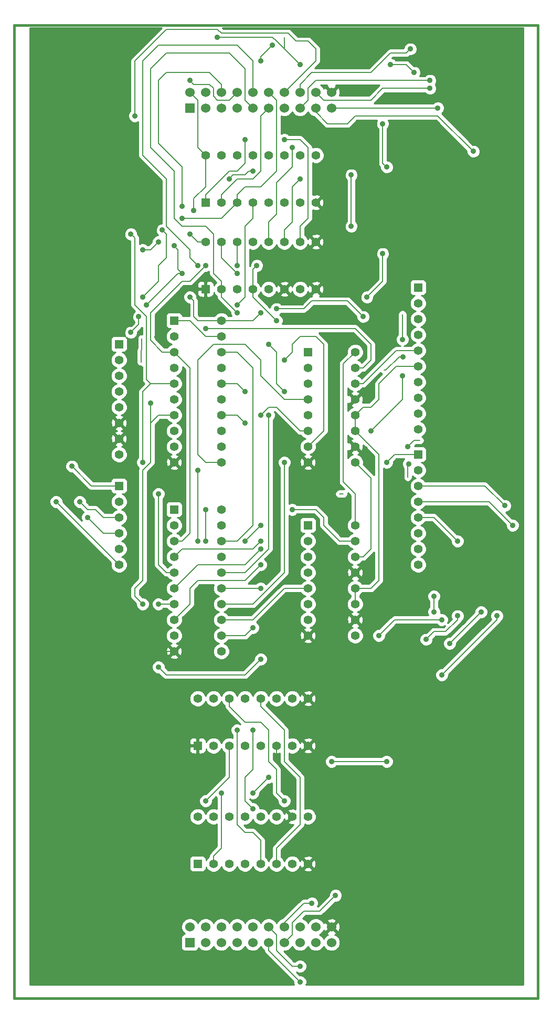
<source format=gbl>
G04 (created by PCBNEW-RS274X (2012-01-19 BZR 3256)-stable) date 4/18/2012 11:58:31 PM*
G01*
G70*
G90*
%MOIN*%
G04 Gerber Fmt 3.4, Leading zero omitted, Abs format*
%FSLAX34Y34*%
G04 APERTURE LIST*
%ADD10C,0.006000*%
%ADD11C,0.015000*%
%ADD12R,0.055000X0.055000*%
%ADD13C,0.055000*%
%ADD14R,0.060000X0.060000*%
%ADD15C,0.060000*%
%ADD16C,0.035000*%
%ADD17C,0.008000*%
%ADD18C,0.010000*%
G04 APERTURE END LIST*
G54D10*
G54D11*
X23350Y-11750D02*
X23350Y-73550D01*
X56600Y-11750D02*
X23350Y-11750D01*
X56600Y-73550D02*
X56600Y-11750D01*
X23400Y-73550D02*
X56600Y-73550D01*
G54D12*
X49000Y-39000D03*
G54D13*
X49000Y-40000D03*
X49000Y-41000D03*
X49000Y-42000D03*
X49000Y-43000D03*
X49000Y-44000D03*
X49000Y-45000D03*
X49000Y-46000D03*
G54D12*
X30000Y-32000D03*
G54D13*
X30000Y-33000D03*
X30000Y-34000D03*
X30000Y-35000D03*
X30000Y-36000D03*
X30000Y-37000D03*
X30000Y-38000D03*
X30000Y-39000D03*
G54D14*
X34500Y-17000D03*
G54D15*
X34500Y-16000D03*
X39500Y-17000D03*
X35500Y-16000D03*
X40500Y-17000D03*
X36500Y-16000D03*
X41500Y-17000D03*
X37500Y-16000D03*
X42500Y-17000D03*
X38500Y-16000D03*
X43500Y-17000D03*
X39500Y-16000D03*
X40500Y-16000D03*
X41500Y-16000D03*
X42500Y-16000D03*
X43500Y-16000D03*
X35500Y-17000D03*
X36500Y-17000D03*
X37500Y-17000D03*
X38500Y-17000D03*
G54D14*
X34500Y-70000D03*
G54D15*
X34500Y-69000D03*
X39500Y-70000D03*
X35500Y-69000D03*
X40500Y-70000D03*
X36500Y-69000D03*
X41500Y-70000D03*
X37500Y-69000D03*
X42500Y-70000D03*
X38500Y-69000D03*
X43500Y-70000D03*
X39500Y-69000D03*
X40500Y-69000D03*
X41500Y-69000D03*
X42500Y-69000D03*
X43500Y-69000D03*
X35500Y-70000D03*
X36500Y-70000D03*
X37500Y-70000D03*
X38500Y-70000D03*
G54D12*
X33500Y-30500D03*
G54D13*
X33500Y-31500D03*
X33500Y-32500D03*
X33500Y-33500D03*
X33500Y-34500D03*
X33500Y-35500D03*
X33500Y-36500D03*
X33500Y-37500D03*
X33500Y-38500D03*
X33500Y-39500D03*
X36500Y-39500D03*
X36500Y-38500D03*
X36500Y-37500D03*
X36500Y-36500D03*
X36500Y-35500D03*
X36500Y-34500D03*
X36500Y-33500D03*
X36500Y-32500D03*
X36500Y-31500D03*
X36500Y-30500D03*
G54D12*
X33500Y-42500D03*
G54D13*
X33500Y-43500D03*
X33500Y-44500D03*
X33500Y-45500D03*
X33500Y-46500D03*
X33500Y-47500D03*
X33500Y-48500D03*
X33500Y-49500D03*
X33500Y-50500D03*
X33500Y-51500D03*
X36500Y-51500D03*
X36500Y-50500D03*
X36500Y-49500D03*
X36500Y-48500D03*
X36500Y-47500D03*
X36500Y-46500D03*
X36500Y-45500D03*
X36500Y-44500D03*
X36500Y-43500D03*
X36500Y-42500D03*
G54D12*
X35500Y-23000D03*
G54D13*
X36500Y-23000D03*
X37500Y-23000D03*
X38500Y-23000D03*
X39500Y-23000D03*
X40500Y-23000D03*
X41500Y-23000D03*
X42500Y-23000D03*
X42500Y-20000D03*
X41500Y-20000D03*
X40500Y-20000D03*
X39500Y-20000D03*
X38500Y-20000D03*
X37500Y-20000D03*
X36500Y-20000D03*
X35500Y-20000D03*
G54D12*
X42000Y-32500D03*
G54D13*
X42000Y-33500D03*
X42000Y-34500D03*
X42000Y-35500D03*
X42000Y-36500D03*
X42000Y-37500D03*
X42000Y-38500D03*
X42000Y-39500D03*
X45000Y-39500D03*
X45000Y-38500D03*
X45000Y-37500D03*
X45000Y-36500D03*
X45000Y-35500D03*
X45000Y-34500D03*
X45000Y-33500D03*
X45000Y-32500D03*
G54D12*
X42000Y-43500D03*
G54D13*
X42000Y-44500D03*
X42000Y-45500D03*
X42000Y-46500D03*
X42000Y-47500D03*
X42000Y-48500D03*
X42000Y-49500D03*
X42000Y-50500D03*
X45000Y-50500D03*
X45000Y-49500D03*
X45000Y-48500D03*
X45000Y-47500D03*
X45000Y-46500D03*
X45000Y-45500D03*
X45000Y-44500D03*
X45000Y-43500D03*
G54D12*
X35000Y-65000D03*
G54D13*
X36000Y-65000D03*
X37000Y-65000D03*
X38000Y-65000D03*
X39000Y-65000D03*
X40000Y-65000D03*
X41000Y-65000D03*
X42000Y-65000D03*
X42000Y-62000D03*
X41000Y-62000D03*
X40000Y-62000D03*
X39000Y-62000D03*
X38000Y-62000D03*
X37000Y-62000D03*
X36000Y-62000D03*
X35000Y-62000D03*
G54D12*
X35000Y-57500D03*
G54D13*
X36000Y-57500D03*
X37000Y-57500D03*
X38000Y-57500D03*
X39000Y-57500D03*
X40000Y-57500D03*
X41000Y-57500D03*
X42000Y-57500D03*
X42000Y-54500D03*
X41000Y-54500D03*
X40000Y-54500D03*
X39000Y-54500D03*
X38000Y-54500D03*
X37000Y-54500D03*
X36000Y-54500D03*
X35000Y-54500D03*
G54D12*
X35500Y-28500D03*
G54D13*
X36500Y-28500D03*
X37500Y-28500D03*
X38500Y-28500D03*
X39500Y-28500D03*
X40500Y-28500D03*
X41500Y-28500D03*
X42500Y-28500D03*
X42500Y-25500D03*
X41500Y-25500D03*
X40500Y-25500D03*
X39500Y-25500D03*
X38500Y-25500D03*
X37500Y-25500D03*
X36500Y-25500D03*
X35500Y-25500D03*
G54D12*
X49000Y-28400D03*
G54D13*
X49000Y-29400D03*
X49000Y-30400D03*
X49000Y-31400D03*
X49000Y-32400D03*
X49000Y-33400D03*
X49000Y-34400D03*
X49000Y-35400D03*
X49000Y-36400D03*
X49000Y-37400D03*
G54D12*
X30000Y-41000D03*
G54D13*
X30000Y-42000D03*
X30000Y-43000D03*
X30000Y-44000D03*
X30000Y-45000D03*
X30000Y-46000D03*
G54D16*
X48000Y-31700D03*
X48050Y-32800D03*
X48400Y-39600D03*
X48350Y-38500D03*
X37500Y-30000D03*
X39500Y-32000D03*
X40500Y-35000D03*
X35000Y-27000D03*
X39500Y-36500D03*
X38000Y-35000D03*
X40500Y-39500D03*
X44750Y-24500D03*
X38000Y-37000D03*
X44750Y-21250D03*
X38750Y-27000D03*
X48750Y-14750D03*
X40000Y-30500D03*
X47250Y-14250D03*
X45750Y-29000D03*
X38500Y-50000D03*
X46750Y-26250D03*
X46750Y-18000D03*
X34500Y-15250D03*
X36250Y-12500D03*
X41500Y-14250D03*
X47000Y-20750D03*
X35000Y-44500D03*
X40500Y-19000D03*
X35000Y-40000D03*
X34000Y-23250D03*
X31500Y-48500D03*
X32500Y-48500D03*
X31500Y-29000D03*
X39000Y-14000D03*
X41500Y-21500D03*
X32000Y-35750D03*
X32750Y-24750D03*
X39750Y-13000D03*
X31500Y-39500D03*
X30750Y-25000D03*
X32500Y-41500D03*
X41000Y-19500D03*
X37500Y-27000D03*
X35500Y-27000D03*
X49750Y-15250D03*
X50500Y-53000D03*
X48500Y-13250D03*
X54000Y-49250D03*
X52500Y-19750D03*
X49750Y-15750D03*
X53000Y-49000D03*
X51000Y-51000D03*
X50250Y-17000D03*
X35500Y-61000D03*
X36500Y-60500D03*
X38500Y-56500D03*
X38500Y-61500D03*
X37500Y-56500D03*
X40500Y-61000D03*
X38500Y-21000D03*
X37000Y-21500D03*
X27000Y-39750D03*
X43500Y-58500D03*
X47000Y-58500D03*
X46500Y-50500D03*
X50500Y-49500D03*
X37500Y-27500D03*
X42250Y-67500D03*
X50000Y-49000D03*
X50000Y-48000D03*
X55000Y-43500D03*
X41500Y-72500D03*
X41500Y-71500D03*
X54500Y-42250D03*
X51500Y-44500D03*
X51500Y-49250D03*
X43750Y-67000D03*
X49500Y-50750D03*
X39500Y-59500D03*
X38500Y-60500D03*
X47000Y-39500D03*
X35500Y-44500D03*
X35500Y-42500D03*
X26000Y-42000D03*
X31000Y-17500D03*
X28000Y-43000D03*
X27500Y-42000D03*
X31500Y-26000D03*
X32500Y-25500D03*
X34000Y-24000D03*
X38000Y-19000D03*
X45650Y-38650D03*
X43250Y-44800D03*
X43500Y-43350D03*
X45150Y-18250D03*
X45350Y-16100D03*
X31350Y-33500D03*
X43850Y-41050D03*
X42000Y-61000D03*
X32400Y-31550D03*
X39000Y-36500D03*
X40500Y-33000D03*
X35500Y-31000D03*
X41000Y-42500D03*
X39000Y-43500D03*
X38000Y-44500D03*
X39000Y-44500D03*
X39000Y-45000D03*
X39000Y-46000D03*
X39000Y-47500D03*
X37500Y-29500D03*
X32500Y-52500D03*
X46000Y-37500D03*
X48000Y-34000D03*
X39000Y-52000D03*
X34750Y-23500D03*
X33500Y-25750D03*
X34500Y-25000D03*
X34500Y-29000D03*
X45500Y-30250D03*
X34000Y-27500D03*
X31750Y-29500D03*
X31250Y-30250D03*
X39000Y-30000D03*
X40000Y-29750D03*
X30750Y-31250D03*
G54D17*
X46850Y-33650D02*
X46950Y-33650D01*
X44000Y-41500D02*
X44250Y-41500D01*
X48400Y-39600D02*
X48350Y-39650D01*
X49100Y-38100D02*
X48750Y-38100D01*
X47800Y-32800D02*
X48050Y-32800D01*
X48750Y-38100D02*
X48350Y-38500D01*
X48000Y-31700D02*
X48000Y-30100D01*
X46950Y-33650D02*
X47800Y-32800D01*
X31400Y-32400D02*
X31400Y-33150D01*
X48350Y-39650D02*
X48350Y-40450D01*
X31400Y-32400D02*
X31450Y-32350D01*
X31450Y-32350D02*
X31450Y-31650D01*
X38000Y-14500D02*
X38000Y-16500D01*
X36500Y-29000D02*
X37500Y-30000D01*
X36500Y-28500D02*
X36500Y-28000D01*
X35500Y-24500D02*
X34000Y-24500D01*
X36000Y-27500D02*
X36000Y-25000D01*
X33000Y-13500D02*
X37000Y-13500D01*
X36000Y-25000D02*
X35500Y-24500D01*
X37000Y-13500D02*
X38000Y-14500D01*
X33500Y-21000D02*
X32000Y-19500D01*
X32000Y-14500D02*
X33000Y-13500D01*
X36500Y-28500D02*
X36500Y-29000D01*
X34000Y-24500D02*
X33500Y-24000D01*
X36500Y-32500D02*
X37500Y-32500D01*
X37500Y-44500D02*
X36500Y-44500D01*
X33500Y-24000D02*
X33500Y-21000D01*
X38500Y-43500D02*
X37500Y-44500D01*
X37500Y-32500D02*
X38500Y-33500D01*
X36500Y-28000D02*
X36000Y-27500D01*
X38000Y-16500D02*
X38500Y-17000D01*
X32000Y-19500D02*
X32000Y-14500D01*
X38500Y-33500D02*
X38500Y-43500D01*
X33000Y-24500D02*
X33000Y-21500D01*
X34500Y-26000D02*
X33000Y-24500D01*
X31500Y-20000D02*
X31500Y-14000D01*
X39500Y-36500D02*
X39500Y-45000D01*
X34500Y-26500D02*
X34500Y-26000D01*
X31500Y-14000D02*
X32500Y-13000D01*
X39500Y-32000D02*
X40000Y-32500D01*
X33000Y-21500D02*
X31500Y-20000D01*
X38500Y-14000D02*
X38500Y-16000D01*
X32500Y-13000D02*
X37500Y-13000D01*
X38000Y-46500D02*
X36500Y-46500D01*
X40000Y-32500D02*
X40000Y-34500D01*
X35000Y-27000D02*
X34500Y-26500D01*
X39500Y-45000D02*
X38000Y-46500D01*
X40000Y-34500D02*
X40500Y-35000D01*
X37500Y-34500D02*
X38000Y-35000D01*
X36500Y-34500D02*
X37500Y-34500D01*
X37500Y-13000D02*
X38500Y-14000D01*
X40500Y-46500D02*
X38500Y-48500D01*
X44750Y-24500D02*
X44750Y-21250D01*
X37500Y-36500D02*
X38000Y-37000D01*
X38500Y-28500D02*
X38500Y-27250D01*
X36500Y-36500D02*
X37500Y-36500D01*
X38500Y-28500D02*
X38500Y-29000D01*
X48250Y-14250D02*
X47250Y-14250D01*
X38500Y-48500D02*
X36500Y-48500D01*
X48750Y-14750D02*
X48250Y-14250D01*
X40500Y-39500D02*
X40500Y-46500D01*
X38500Y-27250D02*
X38750Y-27000D01*
X38500Y-29000D02*
X40000Y-30500D01*
X46750Y-20500D02*
X46750Y-18000D01*
X34750Y-15500D02*
X35750Y-15500D01*
X36000Y-15750D02*
X36000Y-16250D01*
X46750Y-28000D02*
X46750Y-26250D01*
X35750Y-15500D02*
X36000Y-15750D01*
X38000Y-50500D02*
X38500Y-50000D01*
X45750Y-29000D02*
X46750Y-28000D01*
X40000Y-12750D02*
X39750Y-12500D01*
X36000Y-16250D02*
X36250Y-16500D01*
X41500Y-14250D02*
X40500Y-13250D01*
X47000Y-20750D02*
X46750Y-20500D01*
X40500Y-13250D02*
X40500Y-12500D01*
X37000Y-16500D02*
X37500Y-16000D01*
X40500Y-12500D02*
X40500Y-13250D01*
X36500Y-50500D02*
X38000Y-50500D01*
X40500Y-13250D02*
X40000Y-12750D01*
X38250Y-12500D02*
X36250Y-12500D01*
X36250Y-16500D02*
X37000Y-16500D01*
X34500Y-15250D02*
X34750Y-15500D01*
X39750Y-12500D02*
X38250Y-12500D01*
X35000Y-44500D02*
X35000Y-40000D01*
X42000Y-24000D02*
X42000Y-19500D01*
X42000Y-19500D02*
X41500Y-19000D01*
X41500Y-24500D02*
X42000Y-24000D01*
X41500Y-25500D02*
X41500Y-24500D01*
X41500Y-19000D02*
X40500Y-19000D01*
X33000Y-26500D02*
X32500Y-27000D01*
X40500Y-25500D02*
X40500Y-24750D01*
X31000Y-48000D02*
X31000Y-47500D01*
X36500Y-15500D02*
X35750Y-14750D01*
X32500Y-19250D02*
X34000Y-20750D01*
X33000Y-14750D02*
X32500Y-15250D01*
X33000Y-25000D02*
X33000Y-26500D01*
X33500Y-48500D02*
X32500Y-48500D01*
X32500Y-28000D02*
X31500Y-29000D01*
X31500Y-48500D02*
X31000Y-48000D01*
X32000Y-39500D02*
X32000Y-37000D01*
X31500Y-40000D02*
X32000Y-39500D01*
X35750Y-14750D02*
X33000Y-14750D01*
X32750Y-24750D02*
X33000Y-25000D01*
X32500Y-27000D02*
X32500Y-28000D01*
X34000Y-20750D02*
X34000Y-23250D01*
X32500Y-15250D02*
X32500Y-19250D01*
X40500Y-24750D02*
X41000Y-24250D01*
X41000Y-22000D02*
X41500Y-21500D01*
X36500Y-15500D02*
X36500Y-16000D01*
X39750Y-13000D02*
X39000Y-13750D01*
X41000Y-24250D02*
X41000Y-22000D01*
X31500Y-47000D02*
X31500Y-40000D01*
X31000Y-47500D02*
X31500Y-47000D01*
X32500Y-36500D02*
X33500Y-36500D01*
X39000Y-13750D02*
X39000Y-14000D01*
X32000Y-35750D02*
X32000Y-37000D01*
X32000Y-37000D02*
X32500Y-36500D01*
X33000Y-46500D02*
X33500Y-46500D01*
X31000Y-29500D02*
X31750Y-30250D01*
X31500Y-35000D02*
X31500Y-39500D01*
X32500Y-41500D02*
X32500Y-46000D01*
X39500Y-24250D02*
X40000Y-23750D01*
X40000Y-23750D02*
X40000Y-21750D01*
X31750Y-34250D02*
X32000Y-34500D01*
X31000Y-25250D02*
X31000Y-29500D01*
X32000Y-34500D02*
X31500Y-35000D01*
X32500Y-46000D02*
X33000Y-46500D01*
X31750Y-30250D02*
X31750Y-34250D01*
X33500Y-34500D02*
X32000Y-34500D01*
X30750Y-25000D02*
X31000Y-25250D01*
X41000Y-20750D02*
X41000Y-19500D01*
X40000Y-21750D02*
X41000Y-20750D01*
X39500Y-25500D02*
X39500Y-24250D01*
X34000Y-28000D02*
X32000Y-30000D01*
X35500Y-27000D02*
X34500Y-28000D01*
X34500Y-44000D02*
X34500Y-33500D01*
X34500Y-33500D02*
X33500Y-32500D01*
X32750Y-32500D02*
X33500Y-32500D01*
X33500Y-44500D02*
X34000Y-44500D01*
X34500Y-28000D02*
X34000Y-28000D01*
X37500Y-25500D02*
X37500Y-27000D01*
X32000Y-31750D02*
X32750Y-32500D01*
X34000Y-44500D02*
X34500Y-44000D01*
X32000Y-30000D02*
X32000Y-31750D01*
X42000Y-15750D02*
X42000Y-16500D01*
X42500Y-15250D02*
X42000Y-15750D01*
X44000Y-15250D02*
X42500Y-15250D01*
X49750Y-15250D02*
X44000Y-15250D01*
X42000Y-16500D02*
X41500Y-17000D01*
X48250Y-13500D02*
X47250Y-13500D01*
X47250Y-13500D02*
X46000Y-14750D01*
X50500Y-53000D02*
X54000Y-49500D01*
X48500Y-13250D02*
X48250Y-13500D01*
X41500Y-15500D02*
X41500Y-16000D01*
X46000Y-14750D02*
X42250Y-14750D01*
X42250Y-14750D02*
X41500Y-15500D01*
X54000Y-49500D02*
X54000Y-49250D01*
X45000Y-17500D02*
X44500Y-18000D01*
X43250Y-18000D02*
X42500Y-17250D01*
X42500Y-17250D02*
X42500Y-17000D01*
X50250Y-17500D02*
X45000Y-17500D01*
X44500Y-18000D02*
X43250Y-18000D01*
X52500Y-19750D02*
X50250Y-17500D01*
X43000Y-16500D02*
X42500Y-16000D01*
X49750Y-15750D02*
X46750Y-15750D01*
X46750Y-15750D02*
X46000Y-16500D01*
X51000Y-51000D02*
X53000Y-49000D01*
X46000Y-16500D02*
X43000Y-16500D01*
X50250Y-17000D02*
X43500Y-17000D01*
X37000Y-59500D02*
X37000Y-57500D01*
X35500Y-61000D02*
X37000Y-59500D01*
X36000Y-64500D02*
X36500Y-64000D01*
X36500Y-64000D02*
X36500Y-60500D01*
X36000Y-65000D02*
X36000Y-64500D01*
X38500Y-61500D02*
X38000Y-61000D01*
X38000Y-61000D02*
X38000Y-59500D01*
X38500Y-59000D02*
X38500Y-56500D01*
X38000Y-59500D02*
X38500Y-59000D01*
X38500Y-63000D02*
X38000Y-63000D01*
X37500Y-62500D02*
X37500Y-56500D01*
X39000Y-63500D02*
X38500Y-63000D01*
X38000Y-63000D02*
X37500Y-62500D01*
X39000Y-65000D02*
X39000Y-63500D01*
X39000Y-55000D02*
X39000Y-54500D01*
X40000Y-64000D02*
X41500Y-62500D01*
X40500Y-56500D02*
X39000Y-55000D01*
X41500Y-62500D02*
X41500Y-59500D01*
X40500Y-58500D02*
X40500Y-56500D01*
X40000Y-65000D02*
X40000Y-64000D01*
X41500Y-59500D02*
X40500Y-58500D01*
X39500Y-56500D02*
X39000Y-56000D01*
X40000Y-59000D02*
X39500Y-58500D01*
X38000Y-56000D02*
X37000Y-55000D01*
X37000Y-55000D02*
X37000Y-54500D01*
X40000Y-60500D02*
X40000Y-59000D01*
X40500Y-61000D02*
X40000Y-60500D01*
X39500Y-58500D02*
X39500Y-56500D01*
X39000Y-56000D02*
X38000Y-56000D01*
X28250Y-41000D02*
X30000Y-41000D01*
X38500Y-21000D02*
X38250Y-21000D01*
X38250Y-21000D02*
X38000Y-21250D01*
X38000Y-21250D02*
X37250Y-21250D01*
X37250Y-21250D02*
X37000Y-21500D01*
X27000Y-39750D02*
X28250Y-41000D01*
X43500Y-58500D02*
X47000Y-58500D01*
X36500Y-26500D02*
X36500Y-25500D01*
X46500Y-50500D02*
X47500Y-49500D01*
X47500Y-49500D02*
X50500Y-49500D01*
X37500Y-27500D02*
X36500Y-26500D01*
X50000Y-49000D02*
X50000Y-48000D01*
X40500Y-69000D02*
X40500Y-68750D01*
X40500Y-68750D02*
X41750Y-67500D01*
X41750Y-67500D02*
X42250Y-67500D01*
X55000Y-43500D02*
X53500Y-42000D01*
X53500Y-42000D02*
X49000Y-42000D01*
X39500Y-70500D02*
X41500Y-72500D01*
X39500Y-70000D02*
X39500Y-70500D01*
X40000Y-70500D02*
X41000Y-71500D01*
X41000Y-71500D02*
X41500Y-71500D01*
X54500Y-42250D02*
X53250Y-41000D01*
X40000Y-69500D02*
X40000Y-70500D01*
X39500Y-69000D02*
X40000Y-69500D01*
X53250Y-41000D02*
X49000Y-41000D01*
X41000Y-69500D02*
X41000Y-68750D01*
X50000Y-50250D02*
X50750Y-50250D01*
X41000Y-68750D02*
X41750Y-68000D01*
X51500Y-44500D02*
X50000Y-43000D01*
X50750Y-50250D02*
X51500Y-49500D01*
X51500Y-49500D02*
X51500Y-49250D01*
X40500Y-70000D02*
X41000Y-69500D01*
X41750Y-68000D02*
X42750Y-68000D01*
X49500Y-50750D02*
X50000Y-50250D01*
X42750Y-68000D02*
X43750Y-67000D01*
X50000Y-43000D02*
X49000Y-43000D01*
X47500Y-39000D02*
X49000Y-39000D01*
X47000Y-39500D02*
X47500Y-39000D01*
X38500Y-60500D02*
X39500Y-59500D01*
X35500Y-44500D02*
X35500Y-42500D01*
X31000Y-14000D02*
X31000Y-17500D01*
X41250Y-12750D02*
X40750Y-12250D01*
X36500Y-12250D02*
X36250Y-12000D01*
X40500Y-16000D02*
X42500Y-14000D01*
X26000Y-42000D02*
X30000Y-46000D01*
X36250Y-12000D02*
X33000Y-12000D01*
X33000Y-12000D02*
X31000Y-14000D01*
X42500Y-13250D02*
X42000Y-12750D01*
X40750Y-12250D02*
X36500Y-12250D01*
X42500Y-14000D02*
X42500Y-13250D01*
X42000Y-12750D02*
X41250Y-12750D01*
X39000Y-17500D02*
X39500Y-17000D01*
X38500Y-21500D02*
X39000Y-21000D01*
X29000Y-44000D02*
X30000Y-44000D01*
X28000Y-43000D02*
X29000Y-44000D01*
X36500Y-22500D02*
X37500Y-21500D01*
X37500Y-21500D02*
X38500Y-21500D01*
X36500Y-23000D02*
X36500Y-22500D01*
X39000Y-21000D02*
X39000Y-17500D01*
X28000Y-42500D02*
X28500Y-42500D01*
X32500Y-25500D02*
X32000Y-26000D01*
X29000Y-43000D02*
X30000Y-43000D01*
X38000Y-22000D02*
X39000Y-22000D01*
X27500Y-42000D02*
X28000Y-42500D01*
X37500Y-23000D02*
X36500Y-24000D01*
X37500Y-22500D02*
X38000Y-22000D01*
X32000Y-26000D02*
X31500Y-26000D01*
X40000Y-21000D02*
X40000Y-16500D01*
X28500Y-42500D02*
X29000Y-43000D01*
X39000Y-22000D02*
X40000Y-21000D01*
X37500Y-23000D02*
X37500Y-22500D01*
X40000Y-16500D02*
X39500Y-16000D01*
X36500Y-24000D02*
X34000Y-24000D01*
X38000Y-20500D02*
X38000Y-19000D01*
X35500Y-23000D02*
X35500Y-22500D01*
X37000Y-21000D02*
X37500Y-21000D01*
X35500Y-22500D02*
X37000Y-21000D01*
X37500Y-21000D02*
X38000Y-20500D01*
X43300Y-44850D02*
X43300Y-46350D01*
X43850Y-41050D02*
X43850Y-41100D01*
X43250Y-44800D02*
X43300Y-44850D01*
X30800Y-34050D02*
X30800Y-36200D01*
X45700Y-38700D02*
X45650Y-38650D01*
X43850Y-41100D02*
X43500Y-41450D01*
X43250Y-22250D02*
X42500Y-23000D01*
X43250Y-20150D02*
X43250Y-22250D01*
X45150Y-18250D02*
X43250Y-20150D01*
X33500Y-51500D02*
X32500Y-51500D01*
X33050Y-29700D02*
X32400Y-30350D01*
X45950Y-15850D02*
X45600Y-15850D01*
X40000Y-58200D02*
X40050Y-58250D01*
X32000Y-51000D02*
X32000Y-41000D01*
X32500Y-51500D02*
X32000Y-51000D01*
X43500Y-41450D02*
X43500Y-43350D01*
X32000Y-41000D02*
X33500Y-39500D01*
X32400Y-30350D02*
X32400Y-31550D01*
X45600Y-15850D02*
X45350Y-16100D01*
X40000Y-57500D02*
X40000Y-58200D01*
X43650Y-41050D02*
X43850Y-41050D01*
X33050Y-29650D02*
X33050Y-29700D01*
X30800Y-36200D02*
X30000Y-37000D01*
X31350Y-33500D02*
X30800Y-34050D01*
X35500Y-39500D02*
X36500Y-39500D01*
X42000Y-35500D02*
X40500Y-35500D01*
X35000Y-33000D02*
X35000Y-39000D01*
X36000Y-32000D02*
X35000Y-33000D01*
X39000Y-34000D02*
X39000Y-33000D01*
X35000Y-39000D02*
X35500Y-39500D01*
X40500Y-35500D02*
X39000Y-34000D01*
X39000Y-33000D02*
X38000Y-32000D01*
X38000Y-32000D02*
X36000Y-32000D01*
X41500Y-37500D02*
X40000Y-36000D01*
X40000Y-36000D02*
X39500Y-36000D01*
X39500Y-36000D02*
X39000Y-36500D01*
X42000Y-37500D02*
X41500Y-37500D01*
X42500Y-31500D02*
X43000Y-32000D01*
X40500Y-33000D02*
X41000Y-32500D01*
X41000Y-32000D02*
X41500Y-31500D01*
X43000Y-32000D02*
X43000Y-37500D01*
X41000Y-32500D02*
X41000Y-32000D01*
X41500Y-31500D02*
X42500Y-31500D01*
X43000Y-37500D02*
X42000Y-38500D01*
X45000Y-31000D02*
X35500Y-31000D01*
X45500Y-33500D02*
X46000Y-33000D01*
X46000Y-32000D02*
X45000Y-31000D01*
X46000Y-33000D02*
X46000Y-32000D01*
X45000Y-33500D02*
X45500Y-33500D01*
X44000Y-44500D02*
X43000Y-43500D01*
X42500Y-42500D02*
X41000Y-42500D01*
X43000Y-43500D02*
X43000Y-43000D01*
X45000Y-44500D02*
X44000Y-44500D01*
X43000Y-43000D02*
X42500Y-42500D01*
X39000Y-43500D02*
X38000Y-44500D01*
X46000Y-45000D02*
X46000Y-40500D01*
X45500Y-45500D02*
X46000Y-45000D01*
X46000Y-40500D02*
X45000Y-39500D01*
X45000Y-45500D02*
X45500Y-45500D01*
X39000Y-44500D02*
X38500Y-45000D01*
X34000Y-45000D02*
X33500Y-45500D01*
X38500Y-45000D02*
X34000Y-45000D01*
X39000Y-45000D02*
X38000Y-46000D01*
X38000Y-46000D02*
X35000Y-46000D01*
X35000Y-46000D02*
X34500Y-46500D01*
X34500Y-46500D02*
X33500Y-47500D01*
X34500Y-47500D02*
X34500Y-48500D01*
X39000Y-46000D02*
X38000Y-47000D01*
X34500Y-48500D02*
X33500Y-49500D01*
X38000Y-47000D02*
X35000Y-47000D01*
X35000Y-47000D02*
X34500Y-47500D01*
X38500Y-49500D02*
X36500Y-49500D01*
X40500Y-47500D02*
X38500Y-49500D01*
X42000Y-47500D02*
X40500Y-47500D01*
X39000Y-47500D02*
X36500Y-47500D01*
X38500Y-24000D02*
X38000Y-24500D01*
X38500Y-23000D02*
X38500Y-24000D01*
X38000Y-29000D02*
X37500Y-29500D01*
X33500Y-30500D02*
X34500Y-30500D01*
X35500Y-31500D02*
X36500Y-31500D01*
X38000Y-24500D02*
X38000Y-29000D01*
X34500Y-30500D02*
X35500Y-31500D01*
X48000Y-35500D02*
X46000Y-37500D01*
X48000Y-34000D02*
X48000Y-35500D01*
X33000Y-53000D02*
X32500Y-52500D01*
X39000Y-52000D02*
X38000Y-53000D01*
X38000Y-53000D02*
X33000Y-53000D01*
X45000Y-37500D02*
X45000Y-36500D01*
X45000Y-47500D02*
X46000Y-47500D01*
X46500Y-34500D02*
X47600Y-33400D01*
X45500Y-36000D02*
X46000Y-36000D01*
X46500Y-35500D02*
X46500Y-34500D01*
X45000Y-47500D02*
X45000Y-48500D01*
X46000Y-36000D02*
X46500Y-35500D01*
X46000Y-47500D02*
X46500Y-47000D01*
X48500Y-33400D02*
X47600Y-33400D01*
X45000Y-36500D02*
X45500Y-36000D01*
X46500Y-47000D02*
X46500Y-39000D01*
X47600Y-33400D02*
X49000Y-33400D01*
X46500Y-39000D02*
X45000Y-37500D01*
X48500Y-32400D02*
X47600Y-32400D01*
X45000Y-34500D02*
X45500Y-34500D01*
X47600Y-32400D02*
X49000Y-32400D01*
X45500Y-34500D02*
X47600Y-32400D01*
X33750Y-26000D02*
X33750Y-27250D01*
X35500Y-25500D02*
X35000Y-25500D01*
X34750Y-22750D02*
X34750Y-23500D01*
X33500Y-25750D02*
X33750Y-26000D01*
X35000Y-30500D02*
X36500Y-30500D01*
X34750Y-30250D02*
X35000Y-30500D01*
X34750Y-29250D02*
X34750Y-30250D01*
X34500Y-29000D02*
X34750Y-29250D01*
X33750Y-27500D02*
X34000Y-27500D01*
X31750Y-29500D02*
X33750Y-27500D01*
X31250Y-30750D02*
X31250Y-30250D01*
X39000Y-30000D02*
X38500Y-30500D01*
X41750Y-29750D02*
X40000Y-29750D01*
X42250Y-29250D02*
X41750Y-29750D01*
X44500Y-29250D02*
X42250Y-29250D01*
X45500Y-30250D02*
X44500Y-29250D01*
X45000Y-41500D02*
X45000Y-43500D01*
X30750Y-31250D02*
X31250Y-30750D01*
X38500Y-30500D02*
X36500Y-30500D01*
X35500Y-20000D02*
X35500Y-22000D01*
X33750Y-27250D02*
X34000Y-27500D01*
X35000Y-25500D02*
X34500Y-25000D01*
X35000Y-19500D02*
X35000Y-16500D01*
X35500Y-20000D02*
X35000Y-19500D01*
X44250Y-40750D02*
X45000Y-41500D01*
X44250Y-33250D02*
X44250Y-40750D01*
X45000Y-32500D02*
X44250Y-33250D01*
X35000Y-16500D02*
X34500Y-16000D01*
X35500Y-22000D02*
X34750Y-22750D01*
G54D10*
G36*
X37126Y-30210D02*
X36947Y-30210D01*
X36945Y-30203D01*
X36798Y-30055D01*
X36605Y-29975D01*
X36396Y-29975D01*
X36203Y-30055D01*
X36055Y-30202D01*
X36051Y-30210D01*
X35450Y-30210D01*
X35450Y-28963D01*
X35450Y-28550D01*
X35450Y-28450D01*
X35450Y-28037D01*
X35388Y-27975D01*
X35176Y-27976D01*
X35084Y-28014D01*
X35014Y-28084D01*
X34976Y-28175D01*
X34976Y-28274D01*
X34975Y-28388D01*
X35037Y-28450D01*
X35450Y-28450D01*
X35450Y-28550D01*
X35037Y-28550D01*
X34975Y-28612D01*
X34976Y-28726D01*
X34976Y-28825D01*
X35014Y-28916D01*
X35084Y-28986D01*
X35176Y-29024D01*
X35388Y-29025D01*
X35450Y-28963D01*
X35450Y-30210D01*
X35120Y-30210D01*
X35040Y-30130D01*
X35040Y-29250D01*
X35018Y-29139D01*
X34955Y-29045D01*
X34925Y-29015D01*
X34925Y-28916D01*
X34861Y-28760D01*
X34741Y-28640D01*
X34585Y-28575D01*
X34416Y-28575D01*
X34260Y-28639D01*
X34140Y-28759D01*
X34075Y-28915D01*
X34075Y-29084D01*
X34139Y-29240D01*
X34259Y-29360D01*
X34415Y-29425D01*
X34460Y-29425D01*
X34460Y-30210D01*
X34024Y-30210D01*
X34024Y-30176D01*
X33986Y-30084D01*
X33916Y-30014D01*
X33825Y-29976D01*
X33726Y-29976D01*
X33176Y-29976D01*
X33084Y-30014D01*
X33014Y-30084D01*
X32976Y-30175D01*
X32976Y-30274D01*
X32976Y-30824D01*
X33014Y-30916D01*
X33084Y-30986D01*
X33175Y-31024D01*
X33274Y-31024D01*
X33203Y-31055D01*
X33055Y-31202D01*
X32975Y-31395D01*
X32975Y-31604D01*
X33055Y-31797D01*
X33202Y-31945D01*
X33335Y-32000D01*
X33203Y-32055D01*
X33055Y-32202D01*
X33051Y-32210D01*
X32870Y-32210D01*
X32290Y-31629D01*
X32290Y-30120D01*
X34120Y-28290D01*
X34500Y-28290D01*
X34611Y-28268D01*
X34705Y-28205D01*
X35485Y-27425D01*
X35584Y-27425D01*
X35710Y-27373D01*
X35710Y-27500D01*
X35732Y-27611D01*
X35795Y-27705D01*
X36173Y-28083D01*
X36055Y-28202D01*
X36024Y-28274D01*
X36024Y-28175D01*
X35986Y-28084D01*
X35916Y-28014D01*
X35824Y-27976D01*
X35612Y-27975D01*
X35550Y-28037D01*
X35550Y-28400D01*
X35550Y-28450D01*
X35550Y-28550D01*
X35550Y-28600D01*
X35550Y-28963D01*
X35612Y-29025D01*
X35824Y-29024D01*
X35916Y-28986D01*
X35986Y-28916D01*
X36024Y-28825D01*
X36024Y-28726D01*
X36024Y-28722D01*
X36055Y-28797D01*
X36202Y-28945D01*
X36210Y-28948D01*
X36210Y-29000D01*
X36232Y-29111D01*
X36295Y-29205D01*
X37075Y-29985D01*
X37075Y-30084D01*
X37126Y-30210D01*
X37126Y-30210D01*
G37*
G54D18*
X37126Y-30210D02*
X36947Y-30210D01*
X36945Y-30203D01*
X36798Y-30055D01*
X36605Y-29975D01*
X36396Y-29975D01*
X36203Y-30055D01*
X36055Y-30202D01*
X36051Y-30210D01*
X35450Y-30210D01*
X35450Y-28963D01*
X35450Y-28550D01*
X35450Y-28450D01*
X35450Y-28037D01*
X35388Y-27975D01*
X35176Y-27976D01*
X35084Y-28014D01*
X35014Y-28084D01*
X34976Y-28175D01*
X34976Y-28274D01*
X34975Y-28388D01*
X35037Y-28450D01*
X35450Y-28450D01*
X35450Y-28550D01*
X35037Y-28550D01*
X34975Y-28612D01*
X34976Y-28726D01*
X34976Y-28825D01*
X35014Y-28916D01*
X35084Y-28986D01*
X35176Y-29024D01*
X35388Y-29025D01*
X35450Y-28963D01*
X35450Y-30210D01*
X35120Y-30210D01*
X35040Y-30130D01*
X35040Y-29250D01*
X35018Y-29139D01*
X34955Y-29045D01*
X34925Y-29015D01*
X34925Y-28916D01*
X34861Y-28760D01*
X34741Y-28640D01*
X34585Y-28575D01*
X34416Y-28575D01*
X34260Y-28639D01*
X34140Y-28759D01*
X34075Y-28915D01*
X34075Y-29084D01*
X34139Y-29240D01*
X34259Y-29360D01*
X34415Y-29425D01*
X34460Y-29425D01*
X34460Y-30210D01*
X34024Y-30210D01*
X34024Y-30176D01*
X33986Y-30084D01*
X33916Y-30014D01*
X33825Y-29976D01*
X33726Y-29976D01*
X33176Y-29976D01*
X33084Y-30014D01*
X33014Y-30084D01*
X32976Y-30175D01*
X32976Y-30274D01*
X32976Y-30824D01*
X33014Y-30916D01*
X33084Y-30986D01*
X33175Y-31024D01*
X33274Y-31024D01*
X33203Y-31055D01*
X33055Y-31202D01*
X32975Y-31395D01*
X32975Y-31604D01*
X33055Y-31797D01*
X33202Y-31945D01*
X33335Y-32000D01*
X33203Y-32055D01*
X33055Y-32202D01*
X33051Y-32210D01*
X32870Y-32210D01*
X32290Y-31629D01*
X32290Y-30120D01*
X34120Y-28290D01*
X34500Y-28290D01*
X34611Y-28268D01*
X34705Y-28205D01*
X35485Y-27425D01*
X35584Y-27425D01*
X35710Y-27373D01*
X35710Y-27500D01*
X35732Y-27611D01*
X35795Y-27705D01*
X36173Y-28083D01*
X36055Y-28202D01*
X36024Y-28274D01*
X36024Y-28175D01*
X35986Y-28084D01*
X35916Y-28014D01*
X35824Y-27976D01*
X35612Y-27975D01*
X35550Y-28037D01*
X35550Y-28400D01*
X35550Y-28450D01*
X35550Y-28550D01*
X35550Y-28600D01*
X35550Y-28963D01*
X35612Y-29025D01*
X35824Y-29024D01*
X35916Y-28986D01*
X35986Y-28916D01*
X36024Y-28825D01*
X36024Y-28726D01*
X36024Y-28722D01*
X36055Y-28797D01*
X36202Y-28945D01*
X36210Y-28948D01*
X36210Y-29000D01*
X36232Y-29111D01*
X36295Y-29205D01*
X37075Y-29985D01*
X37075Y-30084D01*
X37126Y-30210D01*
G54D10*
G36*
X40071Y-57500D02*
X40000Y-57571D01*
X39929Y-57500D01*
X40000Y-57429D01*
X40071Y-57500D01*
X40071Y-57500D01*
G37*
G54D18*
X40071Y-57500D02*
X40000Y-57571D01*
X39929Y-57500D01*
X40000Y-57429D01*
X40071Y-57500D01*
G54D10*
G36*
X41210Y-61528D02*
X41074Y-61481D01*
X40870Y-61492D01*
X40733Y-61548D01*
X40710Y-61639D01*
X40965Y-61894D01*
X41000Y-61929D01*
X41071Y-62000D01*
X41000Y-62071D01*
X40965Y-62106D01*
X40710Y-62361D01*
X40733Y-62452D01*
X40926Y-62519D01*
X41079Y-62510D01*
X39795Y-63795D01*
X39732Y-63889D01*
X39710Y-64000D01*
X39710Y-64552D01*
X39703Y-64555D01*
X39555Y-64702D01*
X39499Y-64835D01*
X39445Y-64703D01*
X39298Y-64555D01*
X39290Y-64551D01*
X39290Y-63500D01*
X39268Y-63389D01*
X39205Y-63295D01*
X38705Y-62795D01*
X38611Y-62732D01*
X38500Y-62710D01*
X38120Y-62710D01*
X37935Y-62525D01*
X38104Y-62525D01*
X38297Y-62445D01*
X38445Y-62298D01*
X38500Y-62164D01*
X38555Y-62297D01*
X38702Y-62445D01*
X38895Y-62525D01*
X39104Y-62525D01*
X39297Y-62445D01*
X39445Y-62298D01*
X39500Y-62164D01*
X39555Y-62297D01*
X39702Y-62445D01*
X39895Y-62525D01*
X40104Y-62525D01*
X40297Y-62445D01*
X40445Y-62298D01*
X40503Y-62157D01*
X40548Y-62267D01*
X40639Y-62290D01*
X40929Y-62000D01*
X40639Y-61710D01*
X40548Y-61733D01*
X40506Y-61851D01*
X40445Y-61703D01*
X40298Y-61555D01*
X40105Y-61475D01*
X39896Y-61475D01*
X39703Y-61555D01*
X39555Y-61702D01*
X39499Y-61835D01*
X39445Y-61703D01*
X39298Y-61555D01*
X39105Y-61475D01*
X38925Y-61475D01*
X38925Y-61416D01*
X38861Y-61260D01*
X38741Y-61140D01*
X38585Y-61075D01*
X38485Y-61075D01*
X38290Y-60880D01*
X38290Y-60872D01*
X38415Y-60925D01*
X38584Y-60925D01*
X38740Y-60861D01*
X38860Y-60741D01*
X38925Y-60585D01*
X38925Y-60485D01*
X39485Y-59925D01*
X39584Y-59925D01*
X39710Y-59873D01*
X39710Y-60500D01*
X39732Y-60611D01*
X39795Y-60705D01*
X40075Y-60985D01*
X40075Y-61084D01*
X40139Y-61240D01*
X40259Y-61360D01*
X40415Y-61425D01*
X40584Y-61425D01*
X40740Y-61361D01*
X40860Y-61241D01*
X40925Y-61085D01*
X40925Y-60916D01*
X40861Y-60760D01*
X40741Y-60640D01*
X40585Y-60575D01*
X40485Y-60575D01*
X40290Y-60380D01*
X40290Y-59000D01*
X40268Y-58889D01*
X40205Y-58795D01*
X39790Y-58380D01*
X39790Y-57971D01*
X39926Y-58019D01*
X40130Y-58008D01*
X40210Y-57975D01*
X40210Y-58500D01*
X40232Y-58611D01*
X40295Y-58705D01*
X41210Y-59620D01*
X41210Y-61528D01*
X41210Y-61528D01*
G37*
G54D18*
X41210Y-61528D02*
X41074Y-61481D01*
X40870Y-61492D01*
X40733Y-61548D01*
X40710Y-61639D01*
X40965Y-61894D01*
X41000Y-61929D01*
X41071Y-62000D01*
X41000Y-62071D01*
X40965Y-62106D01*
X40710Y-62361D01*
X40733Y-62452D01*
X40926Y-62519D01*
X41079Y-62510D01*
X39795Y-63795D01*
X39732Y-63889D01*
X39710Y-64000D01*
X39710Y-64552D01*
X39703Y-64555D01*
X39555Y-64702D01*
X39499Y-64835D01*
X39445Y-64703D01*
X39298Y-64555D01*
X39290Y-64551D01*
X39290Y-63500D01*
X39268Y-63389D01*
X39205Y-63295D01*
X38705Y-62795D01*
X38611Y-62732D01*
X38500Y-62710D01*
X38120Y-62710D01*
X37935Y-62525D01*
X38104Y-62525D01*
X38297Y-62445D01*
X38445Y-62298D01*
X38500Y-62164D01*
X38555Y-62297D01*
X38702Y-62445D01*
X38895Y-62525D01*
X39104Y-62525D01*
X39297Y-62445D01*
X39445Y-62298D01*
X39500Y-62164D01*
X39555Y-62297D01*
X39702Y-62445D01*
X39895Y-62525D01*
X40104Y-62525D01*
X40297Y-62445D01*
X40445Y-62298D01*
X40503Y-62157D01*
X40548Y-62267D01*
X40639Y-62290D01*
X40929Y-62000D01*
X40639Y-61710D01*
X40548Y-61733D01*
X40506Y-61851D01*
X40445Y-61703D01*
X40298Y-61555D01*
X40105Y-61475D01*
X39896Y-61475D01*
X39703Y-61555D01*
X39555Y-61702D01*
X39499Y-61835D01*
X39445Y-61703D01*
X39298Y-61555D01*
X39105Y-61475D01*
X38925Y-61475D01*
X38925Y-61416D01*
X38861Y-61260D01*
X38741Y-61140D01*
X38585Y-61075D01*
X38485Y-61075D01*
X38290Y-60880D01*
X38290Y-60872D01*
X38415Y-60925D01*
X38584Y-60925D01*
X38740Y-60861D01*
X38860Y-60741D01*
X38925Y-60585D01*
X38925Y-60485D01*
X39485Y-59925D01*
X39584Y-59925D01*
X39710Y-59873D01*
X39710Y-60500D01*
X39732Y-60611D01*
X39795Y-60705D01*
X40075Y-60985D01*
X40075Y-61084D01*
X40139Y-61240D01*
X40259Y-61360D01*
X40415Y-61425D01*
X40584Y-61425D01*
X40740Y-61361D01*
X40860Y-61241D01*
X40925Y-61085D01*
X40925Y-60916D01*
X40861Y-60760D01*
X40741Y-60640D01*
X40585Y-60575D01*
X40485Y-60575D01*
X40290Y-60380D01*
X40290Y-59000D01*
X40268Y-58889D01*
X40205Y-58795D01*
X39790Y-58380D01*
X39790Y-57971D01*
X39926Y-58019D01*
X40130Y-58008D01*
X40210Y-57975D01*
X40210Y-58500D01*
X40232Y-58611D01*
X40295Y-58705D01*
X41210Y-59620D01*
X41210Y-61528D01*
G54D10*
G36*
X45710Y-32880D02*
X45416Y-33173D01*
X45298Y-33055D01*
X45164Y-32999D01*
X45297Y-32945D01*
X45445Y-32798D01*
X45525Y-32605D01*
X45525Y-32396D01*
X45445Y-32203D01*
X45298Y-32055D01*
X45105Y-31975D01*
X44896Y-31975D01*
X44703Y-32055D01*
X44555Y-32202D01*
X44475Y-32395D01*
X44475Y-32604D01*
X44478Y-32611D01*
X44045Y-33045D01*
X43982Y-33139D01*
X43960Y-33250D01*
X43960Y-40750D01*
X43982Y-40861D01*
X44045Y-40955D01*
X44311Y-41222D01*
X44250Y-41210D01*
X44000Y-41210D01*
X43889Y-41232D01*
X43795Y-41295D01*
X43732Y-41389D01*
X43710Y-41500D01*
X43732Y-41611D01*
X43795Y-41705D01*
X43889Y-41768D01*
X44000Y-41790D01*
X44250Y-41790D01*
X44361Y-41768D01*
X44455Y-41705D01*
X44518Y-41611D01*
X44540Y-41500D01*
X44527Y-41438D01*
X44710Y-41620D01*
X44710Y-43052D01*
X44703Y-43055D01*
X44555Y-43202D01*
X44475Y-43395D01*
X44475Y-43604D01*
X44555Y-43797D01*
X44702Y-43945D01*
X44835Y-44000D01*
X44703Y-44055D01*
X44555Y-44202D01*
X44551Y-44210D01*
X44120Y-44210D01*
X43290Y-43380D01*
X43290Y-43000D01*
X43268Y-42889D01*
X43205Y-42795D01*
X42705Y-42295D01*
X42611Y-42232D01*
X42519Y-42213D01*
X42519Y-39574D01*
X42508Y-39370D01*
X42452Y-39233D01*
X42361Y-39210D01*
X42071Y-39500D01*
X42361Y-39790D01*
X42452Y-39767D01*
X42519Y-39574D01*
X42519Y-42213D01*
X42500Y-42210D01*
X42290Y-42210D01*
X42290Y-39861D01*
X42000Y-39571D01*
X41929Y-39642D01*
X41929Y-39500D01*
X41639Y-39210D01*
X41548Y-39233D01*
X41481Y-39426D01*
X41492Y-39630D01*
X41548Y-39767D01*
X41639Y-39790D01*
X41929Y-39500D01*
X41929Y-39642D01*
X41710Y-39861D01*
X41733Y-39952D01*
X41926Y-40019D01*
X42130Y-40008D01*
X42267Y-39952D01*
X42290Y-39861D01*
X42290Y-42210D01*
X41311Y-42210D01*
X41241Y-42140D01*
X41085Y-42075D01*
X40916Y-42075D01*
X40790Y-42126D01*
X40790Y-39811D01*
X40860Y-39741D01*
X40925Y-39585D01*
X40925Y-39416D01*
X40861Y-39260D01*
X40741Y-39140D01*
X40585Y-39075D01*
X40416Y-39075D01*
X40260Y-39139D01*
X40140Y-39259D01*
X40075Y-39415D01*
X40075Y-39584D01*
X40139Y-39740D01*
X40210Y-39811D01*
X40210Y-46380D01*
X39345Y-47244D01*
X39241Y-47140D01*
X39085Y-47075D01*
X38916Y-47075D01*
X38760Y-47139D01*
X38689Y-47210D01*
X38197Y-47210D01*
X38205Y-47205D01*
X38985Y-46425D01*
X39084Y-46425D01*
X39240Y-46361D01*
X39360Y-46241D01*
X39425Y-46085D01*
X39425Y-45916D01*
X39361Y-45760D01*
X39255Y-45654D01*
X39705Y-45205D01*
X39768Y-45111D01*
X39790Y-45000D01*
X39790Y-36811D01*
X39860Y-36741D01*
X39925Y-36585D01*
X39925Y-36416D01*
X39873Y-36290D01*
X39880Y-36290D01*
X41295Y-37705D01*
X41389Y-37768D01*
X41500Y-37790D01*
X41552Y-37790D01*
X41555Y-37797D01*
X41702Y-37945D01*
X41835Y-38000D01*
X41703Y-38055D01*
X41555Y-38202D01*
X41475Y-38395D01*
X41475Y-38604D01*
X41555Y-38797D01*
X41702Y-38945D01*
X41842Y-39003D01*
X41733Y-39048D01*
X41710Y-39139D01*
X42000Y-39429D01*
X42290Y-39139D01*
X42267Y-39048D01*
X42148Y-39006D01*
X42297Y-38945D01*
X42445Y-38798D01*
X42525Y-38605D01*
X42525Y-38396D01*
X42521Y-38388D01*
X43205Y-37705D01*
X43268Y-37611D01*
X43290Y-37500D01*
X43290Y-32000D01*
X43268Y-31889D01*
X43205Y-31795D01*
X42705Y-31295D01*
X42697Y-31290D01*
X44880Y-31290D01*
X45710Y-32120D01*
X45710Y-32880D01*
X45710Y-32880D01*
G37*
G54D18*
X45710Y-32880D02*
X45416Y-33173D01*
X45298Y-33055D01*
X45164Y-32999D01*
X45297Y-32945D01*
X45445Y-32798D01*
X45525Y-32605D01*
X45525Y-32396D01*
X45445Y-32203D01*
X45298Y-32055D01*
X45105Y-31975D01*
X44896Y-31975D01*
X44703Y-32055D01*
X44555Y-32202D01*
X44475Y-32395D01*
X44475Y-32604D01*
X44478Y-32611D01*
X44045Y-33045D01*
X43982Y-33139D01*
X43960Y-33250D01*
X43960Y-40750D01*
X43982Y-40861D01*
X44045Y-40955D01*
X44311Y-41222D01*
X44250Y-41210D01*
X44000Y-41210D01*
X43889Y-41232D01*
X43795Y-41295D01*
X43732Y-41389D01*
X43710Y-41500D01*
X43732Y-41611D01*
X43795Y-41705D01*
X43889Y-41768D01*
X44000Y-41790D01*
X44250Y-41790D01*
X44361Y-41768D01*
X44455Y-41705D01*
X44518Y-41611D01*
X44540Y-41500D01*
X44527Y-41438D01*
X44710Y-41620D01*
X44710Y-43052D01*
X44703Y-43055D01*
X44555Y-43202D01*
X44475Y-43395D01*
X44475Y-43604D01*
X44555Y-43797D01*
X44702Y-43945D01*
X44835Y-44000D01*
X44703Y-44055D01*
X44555Y-44202D01*
X44551Y-44210D01*
X44120Y-44210D01*
X43290Y-43380D01*
X43290Y-43000D01*
X43268Y-42889D01*
X43205Y-42795D01*
X42705Y-42295D01*
X42611Y-42232D01*
X42519Y-42213D01*
X42519Y-39574D01*
X42508Y-39370D01*
X42452Y-39233D01*
X42361Y-39210D01*
X42071Y-39500D01*
X42361Y-39790D01*
X42452Y-39767D01*
X42519Y-39574D01*
X42519Y-42213D01*
X42500Y-42210D01*
X42290Y-42210D01*
X42290Y-39861D01*
X42000Y-39571D01*
X41929Y-39642D01*
X41929Y-39500D01*
X41639Y-39210D01*
X41548Y-39233D01*
X41481Y-39426D01*
X41492Y-39630D01*
X41548Y-39767D01*
X41639Y-39790D01*
X41929Y-39500D01*
X41929Y-39642D01*
X41710Y-39861D01*
X41733Y-39952D01*
X41926Y-40019D01*
X42130Y-40008D01*
X42267Y-39952D01*
X42290Y-39861D01*
X42290Y-42210D01*
X41311Y-42210D01*
X41241Y-42140D01*
X41085Y-42075D01*
X40916Y-42075D01*
X40790Y-42126D01*
X40790Y-39811D01*
X40860Y-39741D01*
X40925Y-39585D01*
X40925Y-39416D01*
X40861Y-39260D01*
X40741Y-39140D01*
X40585Y-39075D01*
X40416Y-39075D01*
X40260Y-39139D01*
X40140Y-39259D01*
X40075Y-39415D01*
X40075Y-39584D01*
X40139Y-39740D01*
X40210Y-39811D01*
X40210Y-46380D01*
X39345Y-47244D01*
X39241Y-47140D01*
X39085Y-47075D01*
X38916Y-47075D01*
X38760Y-47139D01*
X38689Y-47210D01*
X38197Y-47210D01*
X38205Y-47205D01*
X38985Y-46425D01*
X39084Y-46425D01*
X39240Y-46361D01*
X39360Y-46241D01*
X39425Y-46085D01*
X39425Y-45916D01*
X39361Y-45760D01*
X39255Y-45654D01*
X39705Y-45205D01*
X39768Y-45111D01*
X39790Y-45000D01*
X39790Y-36811D01*
X39860Y-36741D01*
X39925Y-36585D01*
X39925Y-36416D01*
X39873Y-36290D01*
X39880Y-36290D01*
X41295Y-37705D01*
X41389Y-37768D01*
X41500Y-37790D01*
X41552Y-37790D01*
X41555Y-37797D01*
X41702Y-37945D01*
X41835Y-38000D01*
X41703Y-38055D01*
X41555Y-38202D01*
X41475Y-38395D01*
X41475Y-38604D01*
X41555Y-38797D01*
X41702Y-38945D01*
X41842Y-39003D01*
X41733Y-39048D01*
X41710Y-39139D01*
X42000Y-39429D01*
X42290Y-39139D01*
X42267Y-39048D01*
X42148Y-39006D01*
X42297Y-38945D01*
X42445Y-38798D01*
X42525Y-38605D01*
X42525Y-38396D01*
X42521Y-38388D01*
X43205Y-37705D01*
X43268Y-37611D01*
X43290Y-37500D01*
X43290Y-32000D01*
X43268Y-31889D01*
X43205Y-31795D01*
X42705Y-31295D01*
X42697Y-31290D01*
X44880Y-31290D01*
X45710Y-32120D01*
X45710Y-32880D01*
G54D10*
G36*
X46210Y-40302D02*
X46205Y-40295D01*
X45522Y-39612D01*
X45525Y-39605D01*
X45525Y-39396D01*
X45445Y-39203D01*
X45298Y-39055D01*
X45157Y-38996D01*
X45267Y-38952D01*
X45290Y-38861D01*
X45000Y-38571D01*
X44710Y-38861D01*
X44733Y-38952D01*
X44851Y-38993D01*
X44703Y-39055D01*
X44555Y-39202D01*
X44540Y-39238D01*
X44540Y-38747D01*
X44548Y-38767D01*
X44639Y-38790D01*
X44929Y-38500D01*
X44639Y-38210D01*
X44548Y-38233D01*
X44540Y-38256D01*
X44540Y-37760D01*
X44555Y-37797D01*
X44702Y-37945D01*
X44842Y-38003D01*
X44733Y-38048D01*
X44710Y-38139D01*
X44965Y-38394D01*
X45000Y-38429D01*
X45071Y-38500D01*
X45106Y-38535D01*
X45361Y-38790D01*
X45452Y-38767D01*
X45519Y-38574D01*
X45510Y-38420D01*
X46210Y-39120D01*
X46210Y-40302D01*
X46210Y-40302D01*
G37*
G54D18*
X46210Y-40302D02*
X46205Y-40295D01*
X45522Y-39612D01*
X45525Y-39605D01*
X45525Y-39396D01*
X45445Y-39203D01*
X45298Y-39055D01*
X45157Y-38996D01*
X45267Y-38952D01*
X45290Y-38861D01*
X45000Y-38571D01*
X44710Y-38861D01*
X44733Y-38952D01*
X44851Y-38993D01*
X44703Y-39055D01*
X44555Y-39202D01*
X44540Y-39238D01*
X44540Y-38747D01*
X44548Y-38767D01*
X44639Y-38790D01*
X44929Y-38500D01*
X44639Y-38210D01*
X44548Y-38233D01*
X44540Y-38256D01*
X44540Y-37760D01*
X44555Y-37797D01*
X44702Y-37945D01*
X44842Y-38003D01*
X44733Y-38048D01*
X44710Y-38139D01*
X44965Y-38394D01*
X45000Y-38429D01*
X45071Y-38500D01*
X45106Y-38535D01*
X45361Y-38790D01*
X45452Y-38767D01*
X45519Y-38574D01*
X45510Y-38420D01*
X46210Y-39120D01*
X46210Y-40302D01*
G54D10*
G36*
X46551Y-15540D02*
X46544Y-15545D01*
X45879Y-16210D01*
X43996Y-16210D01*
X44043Y-16079D01*
X44032Y-15866D01*
X43972Y-15719D01*
X43878Y-15692D01*
X43571Y-16000D01*
X43500Y-16071D01*
X43429Y-16000D01*
X43394Y-15965D01*
X43122Y-15692D01*
X43028Y-15719D01*
X43004Y-15784D01*
X42965Y-15689D01*
X42816Y-15540D01*
X43215Y-15540D01*
X43192Y-15622D01*
X43500Y-15929D01*
X43808Y-15622D01*
X43784Y-15540D01*
X44000Y-15540D01*
X46551Y-15540D01*
X46551Y-15540D01*
G37*
G54D18*
X46551Y-15540D02*
X46544Y-15545D01*
X45879Y-16210D01*
X43996Y-16210D01*
X44043Y-16079D01*
X44032Y-15866D01*
X43972Y-15719D01*
X43878Y-15692D01*
X43571Y-16000D01*
X43500Y-16071D01*
X43429Y-16000D01*
X43394Y-15965D01*
X43122Y-15692D01*
X43028Y-15719D01*
X43004Y-15784D01*
X42965Y-15689D01*
X42816Y-15540D01*
X43215Y-15540D01*
X43192Y-15622D01*
X43500Y-15929D01*
X43808Y-15622D01*
X43784Y-15540D01*
X44000Y-15540D01*
X46551Y-15540D01*
G54D10*
G36*
X46698Y-33890D02*
X46295Y-34295D01*
X46232Y-34389D01*
X46210Y-34500D01*
X46210Y-35380D01*
X45880Y-35710D01*
X45500Y-35710D01*
X45469Y-35716D01*
X45519Y-35574D01*
X45508Y-35370D01*
X45452Y-35233D01*
X45361Y-35210D01*
X45106Y-35465D01*
X45071Y-35500D01*
X45000Y-35571D01*
X44965Y-35606D01*
X44710Y-35861D01*
X44733Y-35952D01*
X44851Y-35993D01*
X44703Y-36055D01*
X44555Y-36202D01*
X44540Y-36238D01*
X44540Y-35747D01*
X44548Y-35767D01*
X44639Y-35790D01*
X44929Y-35500D01*
X44639Y-35210D01*
X44548Y-35233D01*
X44540Y-35256D01*
X44540Y-34760D01*
X44555Y-34797D01*
X44702Y-34945D01*
X44842Y-35003D01*
X44733Y-35048D01*
X44710Y-35139D01*
X45000Y-35429D01*
X45290Y-35139D01*
X45267Y-35048D01*
X45148Y-35006D01*
X45297Y-34945D01*
X45445Y-34798D01*
X45448Y-34790D01*
X45500Y-34790D01*
X45611Y-34768D01*
X45705Y-34705D01*
X46608Y-33801D01*
X46645Y-33855D01*
X46698Y-33890D01*
X46698Y-33890D01*
G37*
G54D18*
X46698Y-33890D02*
X46295Y-34295D01*
X46232Y-34389D01*
X46210Y-34500D01*
X46210Y-35380D01*
X45880Y-35710D01*
X45500Y-35710D01*
X45469Y-35716D01*
X45519Y-35574D01*
X45508Y-35370D01*
X45452Y-35233D01*
X45361Y-35210D01*
X45106Y-35465D01*
X45071Y-35500D01*
X45000Y-35571D01*
X44965Y-35606D01*
X44710Y-35861D01*
X44733Y-35952D01*
X44851Y-35993D01*
X44703Y-36055D01*
X44555Y-36202D01*
X44540Y-36238D01*
X44540Y-35747D01*
X44548Y-35767D01*
X44639Y-35790D01*
X44929Y-35500D01*
X44639Y-35210D01*
X44548Y-35233D01*
X44540Y-35256D01*
X44540Y-34760D01*
X44555Y-34797D01*
X44702Y-34945D01*
X44842Y-35003D01*
X44733Y-35048D01*
X44710Y-35139D01*
X45000Y-35429D01*
X45290Y-35139D01*
X45267Y-35048D01*
X45148Y-35006D01*
X45297Y-34945D01*
X45445Y-34798D01*
X45448Y-34790D01*
X45500Y-34790D01*
X45611Y-34768D01*
X45705Y-34705D01*
X46608Y-33801D01*
X46645Y-33855D01*
X46698Y-33890D01*
G54D10*
G36*
X55675Y-72675D02*
X54425Y-72675D01*
X54425Y-49335D01*
X54425Y-49166D01*
X54361Y-49010D01*
X54241Y-48890D01*
X54085Y-48825D01*
X53916Y-48825D01*
X53760Y-48889D01*
X53640Y-49009D01*
X53575Y-49165D01*
X53575Y-49334D01*
X53627Y-49461D01*
X53425Y-49663D01*
X53425Y-49085D01*
X53425Y-48916D01*
X53361Y-48760D01*
X53241Y-48640D01*
X53085Y-48575D01*
X52916Y-48575D01*
X52760Y-48639D01*
X52640Y-48759D01*
X52575Y-48915D01*
X52575Y-49015D01*
X51925Y-49665D01*
X51925Y-49335D01*
X51925Y-49166D01*
X51861Y-49010D01*
X51741Y-48890D01*
X51585Y-48825D01*
X51416Y-48825D01*
X51260Y-48889D01*
X51140Y-49009D01*
X51075Y-49165D01*
X51075Y-49334D01*
X51127Y-49461D01*
X50868Y-49721D01*
X50925Y-49585D01*
X50925Y-49416D01*
X50861Y-49260D01*
X50741Y-49140D01*
X50585Y-49075D01*
X50425Y-49075D01*
X50425Y-48916D01*
X50361Y-48760D01*
X50290Y-48689D01*
X50290Y-48311D01*
X50360Y-48241D01*
X50425Y-48085D01*
X50425Y-47916D01*
X50361Y-47760D01*
X50241Y-47640D01*
X50085Y-47575D01*
X49916Y-47575D01*
X49760Y-47639D01*
X49640Y-47759D01*
X49575Y-47915D01*
X49575Y-48084D01*
X49639Y-48240D01*
X49710Y-48311D01*
X49710Y-48689D01*
X49640Y-48759D01*
X49575Y-48915D01*
X49575Y-49084D01*
X49626Y-49210D01*
X47500Y-49210D01*
X47389Y-49232D01*
X47295Y-49295D01*
X46515Y-50075D01*
X46416Y-50075D01*
X46260Y-50139D01*
X46140Y-50259D01*
X46075Y-50415D01*
X46075Y-50584D01*
X46139Y-50740D01*
X46259Y-50860D01*
X46415Y-50925D01*
X46584Y-50925D01*
X46740Y-50861D01*
X46860Y-50741D01*
X46925Y-50585D01*
X46925Y-50485D01*
X47620Y-49790D01*
X50189Y-49790D01*
X50259Y-49860D01*
X50415Y-49925D01*
X50584Y-49925D01*
X50720Y-49868D01*
X50629Y-49960D01*
X50000Y-49960D01*
X49889Y-49982D01*
X49795Y-50045D01*
X49515Y-50325D01*
X49416Y-50325D01*
X49260Y-50389D01*
X49140Y-50509D01*
X49075Y-50665D01*
X49075Y-50834D01*
X49139Y-50990D01*
X49259Y-51110D01*
X49415Y-51175D01*
X49584Y-51175D01*
X49740Y-51111D01*
X49860Y-50991D01*
X49925Y-50835D01*
X49925Y-50735D01*
X50120Y-50540D01*
X50750Y-50540D01*
X50861Y-50518D01*
X50955Y-50455D01*
X51705Y-49706D01*
X51705Y-49705D01*
X51768Y-49611D01*
X51774Y-49576D01*
X51860Y-49491D01*
X51925Y-49335D01*
X51925Y-49665D01*
X51015Y-50575D01*
X50916Y-50575D01*
X50760Y-50639D01*
X50640Y-50759D01*
X50575Y-50915D01*
X50575Y-51084D01*
X50639Y-51240D01*
X50759Y-51360D01*
X50915Y-51425D01*
X51084Y-51425D01*
X51240Y-51361D01*
X51360Y-51241D01*
X51425Y-51085D01*
X51425Y-50985D01*
X52985Y-49425D01*
X53084Y-49425D01*
X53240Y-49361D01*
X53360Y-49241D01*
X53425Y-49085D01*
X53425Y-49663D01*
X50514Y-52575D01*
X50416Y-52575D01*
X50260Y-52639D01*
X50140Y-52759D01*
X50075Y-52915D01*
X50075Y-53084D01*
X50139Y-53240D01*
X50259Y-53360D01*
X50415Y-53425D01*
X50584Y-53425D01*
X50740Y-53361D01*
X50860Y-53241D01*
X50925Y-53085D01*
X50925Y-52985D01*
X54205Y-49706D01*
X54205Y-49705D01*
X54246Y-49643D01*
X54267Y-49612D01*
X54268Y-49611D01*
X54274Y-49576D01*
X54360Y-49491D01*
X54425Y-49335D01*
X54425Y-72675D01*
X47425Y-72675D01*
X47425Y-58585D01*
X47425Y-58416D01*
X47361Y-58260D01*
X47241Y-58140D01*
X47085Y-58075D01*
X46916Y-58075D01*
X46760Y-58139D01*
X46689Y-58210D01*
X45525Y-58210D01*
X45525Y-50605D01*
X45525Y-50396D01*
X45519Y-50381D01*
X45519Y-49574D01*
X45508Y-49370D01*
X45452Y-49233D01*
X45361Y-49210D01*
X45071Y-49500D01*
X45361Y-49790D01*
X45452Y-49767D01*
X45519Y-49574D01*
X45519Y-50381D01*
X45445Y-50203D01*
X45298Y-50055D01*
X45157Y-49996D01*
X45267Y-49952D01*
X45290Y-49861D01*
X45000Y-49571D01*
X44929Y-49642D01*
X44929Y-49500D01*
X44639Y-49210D01*
X44548Y-49233D01*
X44481Y-49426D01*
X44492Y-49630D01*
X44548Y-49767D01*
X44639Y-49790D01*
X44929Y-49500D01*
X44929Y-49642D01*
X44710Y-49861D01*
X44733Y-49952D01*
X44851Y-49993D01*
X44703Y-50055D01*
X44555Y-50202D01*
X44475Y-50395D01*
X44475Y-50604D01*
X44555Y-50797D01*
X44702Y-50945D01*
X44895Y-51025D01*
X45104Y-51025D01*
X45297Y-50945D01*
X45445Y-50798D01*
X45525Y-50605D01*
X45525Y-58210D01*
X43811Y-58210D01*
X43741Y-58140D01*
X43585Y-58075D01*
X43416Y-58075D01*
X43260Y-58139D01*
X43140Y-58259D01*
X43075Y-58415D01*
X43075Y-58584D01*
X43139Y-58740D01*
X43259Y-58860D01*
X43415Y-58925D01*
X43584Y-58925D01*
X43740Y-58861D01*
X43811Y-58790D01*
X46689Y-58790D01*
X46759Y-58860D01*
X46915Y-58925D01*
X47084Y-58925D01*
X47240Y-58861D01*
X47360Y-58741D01*
X47425Y-58585D01*
X47425Y-72675D01*
X41887Y-72675D01*
X41925Y-72585D01*
X41925Y-72416D01*
X41861Y-72260D01*
X41741Y-72140D01*
X41585Y-72075D01*
X41485Y-72075D01*
X41277Y-71867D01*
X41415Y-71925D01*
X41584Y-71925D01*
X41740Y-71861D01*
X41860Y-71741D01*
X41925Y-71585D01*
X41925Y-71416D01*
X41861Y-71260D01*
X41741Y-71140D01*
X41585Y-71075D01*
X41416Y-71075D01*
X41260Y-71139D01*
X41189Y-71210D01*
X41120Y-71210D01*
X40459Y-70549D01*
X40609Y-70549D01*
X40811Y-70465D01*
X40965Y-70311D01*
X41000Y-70226D01*
X41035Y-70311D01*
X41189Y-70465D01*
X41391Y-70549D01*
X41609Y-70549D01*
X41811Y-70465D01*
X41965Y-70311D01*
X42000Y-70226D01*
X42035Y-70311D01*
X42189Y-70465D01*
X42391Y-70549D01*
X42609Y-70549D01*
X42811Y-70465D01*
X42965Y-70311D01*
X43000Y-70226D01*
X43035Y-70311D01*
X43189Y-70465D01*
X43391Y-70549D01*
X43609Y-70549D01*
X43811Y-70465D01*
X43965Y-70311D01*
X44049Y-70109D01*
X44049Y-69891D01*
X44043Y-69876D01*
X44043Y-69079D01*
X44032Y-68866D01*
X43972Y-68719D01*
X43878Y-68692D01*
X43808Y-68762D01*
X43808Y-68622D01*
X43781Y-68528D01*
X43579Y-68457D01*
X43366Y-68468D01*
X43219Y-68528D01*
X43192Y-68622D01*
X43500Y-68929D01*
X43808Y-68622D01*
X43808Y-68762D01*
X43571Y-69000D01*
X43878Y-69308D01*
X43972Y-69281D01*
X44043Y-69079D01*
X44043Y-69876D01*
X43965Y-69689D01*
X43811Y-69535D01*
X43719Y-69497D01*
X43781Y-69472D01*
X43808Y-69378D01*
X43500Y-69071D01*
X43192Y-69378D01*
X43219Y-69472D01*
X43284Y-69495D01*
X43189Y-69535D01*
X43035Y-69689D01*
X43000Y-69773D01*
X42965Y-69689D01*
X42811Y-69535D01*
X42726Y-69500D01*
X42811Y-69465D01*
X42965Y-69311D01*
X43002Y-69219D01*
X43028Y-69281D01*
X43122Y-69308D01*
X43429Y-69000D01*
X43122Y-68692D01*
X43028Y-68719D01*
X43004Y-68784D01*
X42965Y-68689D01*
X42811Y-68535D01*
X42609Y-68451D01*
X42391Y-68451D01*
X42189Y-68535D01*
X42035Y-68689D01*
X42000Y-68773D01*
X41965Y-68689D01*
X41811Y-68535D01*
X41680Y-68480D01*
X41870Y-68290D01*
X42750Y-68290D01*
X42861Y-68268D01*
X42955Y-68205D01*
X43735Y-67425D01*
X43834Y-67425D01*
X43990Y-67361D01*
X44110Y-67241D01*
X44175Y-67085D01*
X44175Y-66916D01*
X44111Y-66760D01*
X43991Y-66640D01*
X43835Y-66575D01*
X43666Y-66575D01*
X43510Y-66639D01*
X43390Y-66759D01*
X43325Y-66915D01*
X43325Y-67015D01*
X42630Y-67710D01*
X42622Y-67710D01*
X42675Y-67585D01*
X42675Y-67416D01*
X42611Y-67260D01*
X42525Y-67174D01*
X42525Y-62105D01*
X42525Y-61896D01*
X42519Y-61881D01*
X42519Y-57574D01*
X42519Y-54574D01*
X42519Y-50574D01*
X42508Y-50370D01*
X42452Y-50233D01*
X42361Y-50210D01*
X42071Y-50500D01*
X42361Y-50790D01*
X42452Y-50767D01*
X42519Y-50574D01*
X42519Y-54574D01*
X42508Y-54370D01*
X42452Y-54233D01*
X42361Y-54210D01*
X42290Y-54281D01*
X42290Y-54139D01*
X42290Y-50861D01*
X42000Y-50571D01*
X41929Y-50642D01*
X41929Y-50500D01*
X41639Y-50210D01*
X41548Y-50233D01*
X41481Y-50426D01*
X41492Y-50630D01*
X41548Y-50767D01*
X41639Y-50790D01*
X41929Y-50500D01*
X41929Y-50642D01*
X41710Y-50861D01*
X41733Y-50952D01*
X41926Y-51019D01*
X42130Y-51008D01*
X42267Y-50952D01*
X42290Y-50861D01*
X42290Y-54139D01*
X42267Y-54048D01*
X42074Y-53981D01*
X41870Y-53992D01*
X41733Y-54048D01*
X41710Y-54139D01*
X42000Y-54429D01*
X42290Y-54139D01*
X42290Y-54281D01*
X42071Y-54500D01*
X42361Y-54790D01*
X42452Y-54767D01*
X42519Y-54574D01*
X42519Y-57574D01*
X42508Y-57370D01*
X42452Y-57233D01*
X42361Y-57210D01*
X42290Y-57281D01*
X42290Y-57139D01*
X42290Y-54861D01*
X42000Y-54571D01*
X41710Y-54861D01*
X41733Y-54952D01*
X41926Y-55019D01*
X42130Y-55008D01*
X42267Y-54952D01*
X42290Y-54861D01*
X42290Y-57139D01*
X42267Y-57048D01*
X42074Y-56981D01*
X41870Y-56992D01*
X41733Y-57048D01*
X41710Y-57139D01*
X42000Y-57429D01*
X42290Y-57139D01*
X42290Y-57281D01*
X42071Y-57500D01*
X42361Y-57790D01*
X42452Y-57767D01*
X42519Y-57574D01*
X42519Y-61881D01*
X42445Y-61703D01*
X42298Y-61555D01*
X42290Y-61551D01*
X42290Y-57861D01*
X42000Y-57571D01*
X41710Y-57861D01*
X41733Y-57952D01*
X41926Y-58019D01*
X42130Y-58008D01*
X42267Y-57952D01*
X42290Y-57861D01*
X42290Y-61551D01*
X42105Y-61475D01*
X41896Y-61475D01*
X41790Y-61518D01*
X41790Y-59500D01*
X41768Y-59389D01*
X41705Y-59295D01*
X40790Y-58380D01*
X40790Y-57981D01*
X40895Y-58025D01*
X41104Y-58025D01*
X41297Y-57945D01*
X41445Y-57798D01*
X41503Y-57657D01*
X41548Y-57767D01*
X41639Y-57790D01*
X41929Y-57500D01*
X41639Y-57210D01*
X41548Y-57233D01*
X41506Y-57351D01*
X41445Y-57203D01*
X41298Y-57055D01*
X41105Y-56975D01*
X40896Y-56975D01*
X40790Y-57018D01*
X40790Y-56500D01*
X40768Y-56389D01*
X40705Y-56295D01*
X39326Y-54916D01*
X39445Y-54798D01*
X39500Y-54664D01*
X39555Y-54797D01*
X39702Y-54945D01*
X39895Y-55025D01*
X40104Y-55025D01*
X40297Y-54945D01*
X40445Y-54798D01*
X40500Y-54664D01*
X40555Y-54797D01*
X40702Y-54945D01*
X40895Y-55025D01*
X41104Y-55025D01*
X41297Y-54945D01*
X41445Y-54798D01*
X41503Y-54657D01*
X41548Y-54767D01*
X41639Y-54790D01*
X41929Y-54500D01*
X41639Y-54210D01*
X41548Y-54233D01*
X41506Y-54351D01*
X41445Y-54203D01*
X41298Y-54055D01*
X41105Y-53975D01*
X40896Y-53975D01*
X40703Y-54055D01*
X40555Y-54202D01*
X40499Y-54335D01*
X40445Y-54203D01*
X40298Y-54055D01*
X40105Y-53975D01*
X39896Y-53975D01*
X39703Y-54055D01*
X39555Y-54202D01*
X39499Y-54335D01*
X39445Y-54203D01*
X39425Y-54182D01*
X39425Y-52085D01*
X39425Y-51916D01*
X39361Y-51760D01*
X39241Y-51640D01*
X39085Y-51575D01*
X38916Y-51575D01*
X38760Y-51639D01*
X38640Y-51759D01*
X38575Y-51915D01*
X38575Y-52015D01*
X37880Y-52710D01*
X34019Y-52710D01*
X34019Y-51574D01*
X34008Y-51370D01*
X33952Y-51233D01*
X33861Y-51210D01*
X33571Y-51500D01*
X33861Y-51790D01*
X33952Y-51767D01*
X34019Y-51574D01*
X34019Y-52710D01*
X33790Y-52710D01*
X33790Y-51861D01*
X33500Y-51571D01*
X33429Y-51642D01*
X33429Y-51500D01*
X33139Y-51210D01*
X33048Y-51233D01*
X32981Y-51426D01*
X32992Y-51630D01*
X33048Y-51767D01*
X33139Y-51790D01*
X33429Y-51500D01*
X33429Y-51642D01*
X33210Y-51861D01*
X33233Y-51952D01*
X33426Y-52019D01*
X33630Y-52008D01*
X33767Y-51952D01*
X33790Y-51861D01*
X33790Y-52710D01*
X33120Y-52710D01*
X32925Y-52515D01*
X32925Y-52416D01*
X32861Y-52260D01*
X32741Y-52140D01*
X32585Y-52075D01*
X32416Y-52075D01*
X32260Y-52139D01*
X32140Y-52259D01*
X32075Y-52415D01*
X32075Y-52584D01*
X32139Y-52740D01*
X32259Y-52860D01*
X32415Y-52925D01*
X32515Y-52925D01*
X32795Y-53205D01*
X32889Y-53268D01*
X33000Y-53290D01*
X38000Y-53290D01*
X38111Y-53268D01*
X38205Y-53205D01*
X38985Y-52425D01*
X39084Y-52425D01*
X39240Y-52361D01*
X39360Y-52241D01*
X39425Y-52085D01*
X39425Y-54182D01*
X39298Y-54055D01*
X39105Y-53975D01*
X38896Y-53975D01*
X38703Y-54055D01*
X38555Y-54202D01*
X38499Y-54335D01*
X38445Y-54203D01*
X38298Y-54055D01*
X38105Y-53975D01*
X37896Y-53975D01*
X37703Y-54055D01*
X37555Y-54202D01*
X37499Y-54335D01*
X37445Y-54203D01*
X37298Y-54055D01*
X37105Y-53975D01*
X36896Y-53975D01*
X36703Y-54055D01*
X36555Y-54202D01*
X36499Y-54335D01*
X36445Y-54203D01*
X36298Y-54055D01*
X36105Y-53975D01*
X35896Y-53975D01*
X35703Y-54055D01*
X35555Y-54202D01*
X35499Y-54335D01*
X35445Y-54203D01*
X35298Y-54055D01*
X35105Y-53975D01*
X34896Y-53975D01*
X34703Y-54055D01*
X34555Y-54202D01*
X34475Y-54395D01*
X34475Y-54604D01*
X34555Y-54797D01*
X34702Y-54945D01*
X34895Y-55025D01*
X35104Y-55025D01*
X35297Y-54945D01*
X35445Y-54798D01*
X35500Y-54664D01*
X35555Y-54797D01*
X35702Y-54945D01*
X35895Y-55025D01*
X36104Y-55025D01*
X36297Y-54945D01*
X36445Y-54798D01*
X36500Y-54664D01*
X36555Y-54797D01*
X36702Y-54945D01*
X36710Y-54948D01*
X36710Y-55000D01*
X36732Y-55111D01*
X36795Y-55205D01*
X37722Y-56132D01*
X37585Y-56075D01*
X37416Y-56075D01*
X37260Y-56139D01*
X37140Y-56259D01*
X37075Y-56415D01*
X37075Y-56584D01*
X37139Y-56740D01*
X37210Y-56811D01*
X37210Y-57018D01*
X37105Y-56975D01*
X36896Y-56975D01*
X36703Y-57055D01*
X36555Y-57202D01*
X36499Y-57335D01*
X36445Y-57203D01*
X36298Y-57055D01*
X36105Y-56975D01*
X35896Y-56975D01*
X35703Y-57055D01*
X35555Y-57202D01*
X35524Y-57274D01*
X35524Y-57175D01*
X35486Y-57084D01*
X35416Y-57014D01*
X35324Y-56976D01*
X35112Y-56975D01*
X35050Y-57037D01*
X35050Y-57400D01*
X35050Y-57450D01*
X35050Y-57550D01*
X35050Y-57600D01*
X35050Y-57963D01*
X35112Y-58025D01*
X35324Y-58024D01*
X35416Y-57986D01*
X35486Y-57916D01*
X35524Y-57825D01*
X35524Y-57726D01*
X35524Y-57722D01*
X35555Y-57797D01*
X35702Y-57945D01*
X35895Y-58025D01*
X36104Y-58025D01*
X36297Y-57945D01*
X36445Y-57798D01*
X36500Y-57664D01*
X36555Y-57797D01*
X36702Y-57945D01*
X36710Y-57948D01*
X36710Y-59380D01*
X35515Y-60575D01*
X35416Y-60575D01*
X35260Y-60639D01*
X35140Y-60759D01*
X35075Y-60915D01*
X35075Y-61084D01*
X35139Y-61240D01*
X35259Y-61360D01*
X35415Y-61425D01*
X35584Y-61425D01*
X35740Y-61361D01*
X35860Y-61241D01*
X35925Y-61085D01*
X35925Y-60985D01*
X36154Y-60755D01*
X36210Y-60811D01*
X36210Y-61518D01*
X36105Y-61475D01*
X35896Y-61475D01*
X35703Y-61555D01*
X35555Y-61702D01*
X35499Y-61835D01*
X35445Y-61703D01*
X35298Y-61555D01*
X35105Y-61475D01*
X34950Y-61475D01*
X34950Y-57963D01*
X34950Y-57550D01*
X34950Y-57450D01*
X34950Y-57037D01*
X34888Y-56975D01*
X34676Y-56976D01*
X34584Y-57014D01*
X34514Y-57084D01*
X34476Y-57175D01*
X34476Y-57274D01*
X34475Y-57388D01*
X34537Y-57450D01*
X34950Y-57450D01*
X34950Y-57550D01*
X34537Y-57550D01*
X34475Y-57612D01*
X34476Y-57726D01*
X34476Y-57825D01*
X34514Y-57916D01*
X34584Y-57986D01*
X34676Y-58024D01*
X34888Y-58025D01*
X34950Y-57963D01*
X34950Y-61475D01*
X34896Y-61475D01*
X34703Y-61555D01*
X34555Y-61702D01*
X34475Y-61895D01*
X34475Y-62104D01*
X34555Y-62297D01*
X34702Y-62445D01*
X34895Y-62525D01*
X35104Y-62525D01*
X35297Y-62445D01*
X35445Y-62298D01*
X35500Y-62164D01*
X35555Y-62297D01*
X35702Y-62445D01*
X35895Y-62525D01*
X36104Y-62525D01*
X36210Y-62481D01*
X36210Y-63880D01*
X35795Y-64295D01*
X35732Y-64389D01*
X35710Y-64500D01*
X35710Y-64552D01*
X35703Y-64555D01*
X35555Y-64702D01*
X35524Y-64776D01*
X35524Y-64676D01*
X35486Y-64584D01*
X35416Y-64514D01*
X35325Y-64476D01*
X35226Y-64476D01*
X34676Y-64476D01*
X34584Y-64514D01*
X34514Y-64584D01*
X34476Y-64675D01*
X34476Y-64774D01*
X34476Y-65324D01*
X34514Y-65416D01*
X34584Y-65486D01*
X34675Y-65524D01*
X34774Y-65524D01*
X35324Y-65524D01*
X35416Y-65486D01*
X35486Y-65416D01*
X35524Y-65325D01*
X35524Y-65226D01*
X35524Y-65222D01*
X35555Y-65297D01*
X35702Y-65445D01*
X35895Y-65525D01*
X36104Y-65525D01*
X36297Y-65445D01*
X36445Y-65298D01*
X36500Y-65164D01*
X36555Y-65297D01*
X36702Y-65445D01*
X36895Y-65525D01*
X37104Y-65525D01*
X37297Y-65445D01*
X37445Y-65298D01*
X37500Y-65164D01*
X37555Y-65297D01*
X37702Y-65445D01*
X37895Y-65525D01*
X38104Y-65525D01*
X38297Y-65445D01*
X38445Y-65298D01*
X38500Y-65164D01*
X38555Y-65297D01*
X38702Y-65445D01*
X38895Y-65525D01*
X39104Y-65525D01*
X39297Y-65445D01*
X39445Y-65298D01*
X39500Y-65164D01*
X39555Y-65297D01*
X39702Y-65445D01*
X39895Y-65525D01*
X40104Y-65525D01*
X40297Y-65445D01*
X40445Y-65298D01*
X40500Y-65164D01*
X40555Y-65297D01*
X40702Y-65445D01*
X40895Y-65525D01*
X41104Y-65525D01*
X41297Y-65445D01*
X41445Y-65298D01*
X41503Y-65157D01*
X41548Y-65267D01*
X41639Y-65290D01*
X41929Y-65000D01*
X41639Y-64710D01*
X41548Y-64733D01*
X41506Y-64851D01*
X41445Y-64703D01*
X41298Y-64555D01*
X41105Y-64475D01*
X40896Y-64475D01*
X40703Y-64555D01*
X40555Y-64702D01*
X40499Y-64835D01*
X40445Y-64703D01*
X40298Y-64555D01*
X40290Y-64551D01*
X40290Y-64120D01*
X41705Y-62705D01*
X41768Y-62611D01*
X41790Y-62500D01*
X41790Y-62481D01*
X41895Y-62525D01*
X42104Y-62525D01*
X42297Y-62445D01*
X42445Y-62298D01*
X42525Y-62105D01*
X42525Y-67174D01*
X42519Y-67168D01*
X42519Y-65074D01*
X42508Y-64870D01*
X42452Y-64733D01*
X42361Y-64710D01*
X42290Y-64781D01*
X42290Y-64639D01*
X42267Y-64548D01*
X42074Y-64481D01*
X41870Y-64492D01*
X41733Y-64548D01*
X41710Y-64639D01*
X42000Y-64929D01*
X42290Y-64639D01*
X42290Y-64781D01*
X42071Y-65000D01*
X42361Y-65290D01*
X42452Y-65267D01*
X42519Y-65074D01*
X42519Y-67168D01*
X42491Y-67140D01*
X42335Y-67075D01*
X42290Y-67075D01*
X42290Y-65361D01*
X42000Y-65071D01*
X41710Y-65361D01*
X41733Y-65452D01*
X41926Y-65519D01*
X42130Y-65508D01*
X42267Y-65452D01*
X42290Y-65361D01*
X42290Y-67075D01*
X42166Y-67075D01*
X42010Y-67139D01*
X41939Y-67210D01*
X41750Y-67210D01*
X41639Y-67232D01*
X41607Y-67253D01*
X41544Y-67295D01*
X40387Y-68452D01*
X40189Y-68535D01*
X40035Y-68689D01*
X40000Y-68773D01*
X39965Y-68689D01*
X39811Y-68535D01*
X39609Y-68451D01*
X39391Y-68451D01*
X39189Y-68535D01*
X39035Y-68689D01*
X39000Y-68773D01*
X38965Y-68689D01*
X38811Y-68535D01*
X38609Y-68451D01*
X38391Y-68451D01*
X38189Y-68535D01*
X38035Y-68689D01*
X38000Y-68773D01*
X37965Y-68689D01*
X37811Y-68535D01*
X37609Y-68451D01*
X37391Y-68451D01*
X37189Y-68535D01*
X37035Y-68689D01*
X37000Y-68773D01*
X36965Y-68689D01*
X36811Y-68535D01*
X36609Y-68451D01*
X36391Y-68451D01*
X36189Y-68535D01*
X36035Y-68689D01*
X36000Y-68773D01*
X35965Y-68689D01*
X35811Y-68535D01*
X35609Y-68451D01*
X35391Y-68451D01*
X35189Y-68535D01*
X35035Y-68689D01*
X35000Y-68773D01*
X34965Y-68689D01*
X34811Y-68535D01*
X34609Y-68451D01*
X34391Y-68451D01*
X34189Y-68535D01*
X34035Y-68689D01*
X33951Y-68891D01*
X33951Y-69109D01*
X34035Y-69311D01*
X34175Y-69451D01*
X34151Y-69451D01*
X34059Y-69489D01*
X33989Y-69559D01*
X33951Y-69650D01*
X33951Y-69749D01*
X33951Y-70349D01*
X33989Y-70441D01*
X34059Y-70511D01*
X34150Y-70549D01*
X34249Y-70549D01*
X34849Y-70549D01*
X34941Y-70511D01*
X35011Y-70441D01*
X35049Y-70350D01*
X35049Y-70325D01*
X35189Y-70465D01*
X35391Y-70549D01*
X35609Y-70549D01*
X35811Y-70465D01*
X35965Y-70311D01*
X36000Y-70226D01*
X36035Y-70311D01*
X36189Y-70465D01*
X36391Y-70549D01*
X36609Y-70549D01*
X36811Y-70465D01*
X36965Y-70311D01*
X37000Y-70226D01*
X37035Y-70311D01*
X37189Y-70465D01*
X37391Y-70549D01*
X37609Y-70549D01*
X37811Y-70465D01*
X37965Y-70311D01*
X38000Y-70226D01*
X38035Y-70311D01*
X38189Y-70465D01*
X38391Y-70549D01*
X38609Y-70549D01*
X38811Y-70465D01*
X38965Y-70311D01*
X39000Y-70226D01*
X39035Y-70311D01*
X39189Y-70465D01*
X39210Y-70473D01*
X39210Y-70500D01*
X39232Y-70611D01*
X39295Y-70705D01*
X41075Y-72485D01*
X41075Y-72584D01*
X41112Y-72675D01*
X30525Y-72675D01*
X30525Y-46105D01*
X30525Y-45896D01*
X30445Y-45703D01*
X30298Y-45555D01*
X30164Y-45499D01*
X30297Y-45445D01*
X30445Y-45298D01*
X30525Y-45105D01*
X30525Y-44896D01*
X30445Y-44703D01*
X30298Y-44555D01*
X30164Y-44499D01*
X30297Y-44445D01*
X30445Y-44298D01*
X30525Y-44105D01*
X30525Y-43896D01*
X30445Y-43703D01*
X30298Y-43555D01*
X30164Y-43499D01*
X30297Y-43445D01*
X30445Y-43298D01*
X30525Y-43105D01*
X30525Y-42896D01*
X30445Y-42703D01*
X30298Y-42555D01*
X30164Y-42499D01*
X30297Y-42445D01*
X30445Y-42298D01*
X30525Y-42105D01*
X30525Y-41896D01*
X30525Y-39105D01*
X30525Y-38896D01*
X30519Y-38881D01*
X30519Y-38074D01*
X30519Y-37074D01*
X30508Y-36870D01*
X30452Y-36733D01*
X30361Y-36710D01*
X30071Y-37000D01*
X30361Y-37290D01*
X30452Y-37267D01*
X30519Y-37074D01*
X30519Y-38074D01*
X30508Y-37870D01*
X30452Y-37733D01*
X30361Y-37710D01*
X30290Y-37781D01*
X30290Y-37639D01*
X30267Y-37548D01*
X30140Y-37503D01*
X30267Y-37452D01*
X30290Y-37361D01*
X30000Y-37071D01*
X29929Y-37142D01*
X29929Y-37000D01*
X29639Y-36710D01*
X29548Y-36733D01*
X29481Y-36926D01*
X29492Y-37130D01*
X29548Y-37267D01*
X29639Y-37290D01*
X29929Y-37000D01*
X29929Y-37142D01*
X29710Y-37361D01*
X29733Y-37452D01*
X29859Y-37496D01*
X29733Y-37548D01*
X29710Y-37639D01*
X30000Y-37929D01*
X30290Y-37639D01*
X30290Y-37781D01*
X30071Y-38000D01*
X30361Y-38290D01*
X30452Y-38267D01*
X30519Y-38074D01*
X30519Y-38881D01*
X30445Y-38703D01*
X30298Y-38555D01*
X30157Y-38496D01*
X30267Y-38452D01*
X30290Y-38361D01*
X30000Y-38071D01*
X29929Y-38142D01*
X29929Y-38000D01*
X29639Y-37710D01*
X29548Y-37733D01*
X29481Y-37926D01*
X29492Y-38130D01*
X29548Y-38267D01*
X29639Y-38290D01*
X29929Y-38000D01*
X29929Y-38142D01*
X29710Y-38361D01*
X29733Y-38452D01*
X29851Y-38493D01*
X29703Y-38555D01*
X29555Y-38702D01*
X29475Y-38895D01*
X29475Y-39104D01*
X29555Y-39297D01*
X29702Y-39445D01*
X29895Y-39525D01*
X30104Y-39525D01*
X30297Y-39445D01*
X30445Y-39298D01*
X30525Y-39105D01*
X30525Y-41896D01*
X30445Y-41703D01*
X30298Y-41555D01*
X30223Y-41524D01*
X30324Y-41524D01*
X30416Y-41486D01*
X30486Y-41416D01*
X30524Y-41325D01*
X30524Y-41226D01*
X30524Y-40676D01*
X30486Y-40584D01*
X30416Y-40514D01*
X30325Y-40476D01*
X30226Y-40476D01*
X29676Y-40476D01*
X29584Y-40514D01*
X29514Y-40584D01*
X29476Y-40675D01*
X29476Y-40710D01*
X28370Y-40710D01*
X27425Y-39764D01*
X27425Y-39666D01*
X27361Y-39510D01*
X27241Y-39390D01*
X27085Y-39325D01*
X26916Y-39325D01*
X26760Y-39389D01*
X26640Y-39509D01*
X26575Y-39665D01*
X26575Y-39834D01*
X26639Y-39990D01*
X26759Y-40110D01*
X26915Y-40175D01*
X27014Y-40175D01*
X28044Y-41205D01*
X28045Y-41205D01*
X28107Y-41246D01*
X28138Y-41267D01*
X28139Y-41268D01*
X28249Y-41289D01*
X28250Y-41290D01*
X29476Y-41290D01*
X29476Y-41324D01*
X29514Y-41416D01*
X29584Y-41486D01*
X29675Y-41524D01*
X29774Y-41524D01*
X29703Y-41555D01*
X29555Y-41702D01*
X29475Y-41895D01*
X29475Y-42104D01*
X29555Y-42297D01*
X29702Y-42445D01*
X29835Y-42500D01*
X29703Y-42555D01*
X29555Y-42702D01*
X29551Y-42710D01*
X29120Y-42710D01*
X28705Y-42295D01*
X28611Y-42232D01*
X28500Y-42210D01*
X28120Y-42210D01*
X27925Y-42015D01*
X27925Y-41916D01*
X27861Y-41760D01*
X27741Y-41640D01*
X27585Y-41575D01*
X27416Y-41575D01*
X27260Y-41639D01*
X27140Y-41759D01*
X27075Y-41915D01*
X27075Y-42084D01*
X27139Y-42240D01*
X27259Y-42360D01*
X27415Y-42425D01*
X27515Y-42425D01*
X27744Y-42654D01*
X27640Y-42759D01*
X27575Y-42915D01*
X27575Y-43084D01*
X27631Y-43221D01*
X26425Y-42015D01*
X26425Y-41916D01*
X26361Y-41760D01*
X26241Y-41640D01*
X26085Y-41575D01*
X25916Y-41575D01*
X25760Y-41639D01*
X25640Y-41759D01*
X25575Y-41915D01*
X25575Y-42084D01*
X25639Y-42240D01*
X25759Y-42360D01*
X25915Y-42425D01*
X26015Y-42425D01*
X29477Y-45887D01*
X29475Y-45895D01*
X29475Y-46104D01*
X29555Y-46297D01*
X29702Y-46445D01*
X29895Y-46525D01*
X30104Y-46525D01*
X30297Y-46445D01*
X30445Y-46298D01*
X30525Y-46105D01*
X30525Y-72675D01*
X24325Y-72675D01*
X24325Y-11900D01*
X32690Y-11900D01*
X30795Y-13795D01*
X30732Y-13889D01*
X30710Y-14000D01*
X30710Y-17189D01*
X30640Y-17259D01*
X30575Y-17415D01*
X30575Y-17584D01*
X30639Y-17740D01*
X30759Y-17860D01*
X30915Y-17925D01*
X31084Y-17925D01*
X31210Y-17873D01*
X31210Y-20000D01*
X31232Y-20111D01*
X31295Y-20205D01*
X32710Y-21620D01*
X32710Y-24325D01*
X32666Y-24325D01*
X32510Y-24389D01*
X32390Y-24509D01*
X32325Y-24665D01*
X32325Y-24834D01*
X32389Y-24990D01*
X32474Y-25075D01*
X32416Y-25075D01*
X32260Y-25139D01*
X32140Y-25259D01*
X32075Y-25415D01*
X32075Y-25515D01*
X31880Y-25710D01*
X31811Y-25710D01*
X31741Y-25640D01*
X31585Y-25575D01*
X31416Y-25575D01*
X31290Y-25626D01*
X31290Y-25250D01*
X31268Y-25139D01*
X31205Y-25045D01*
X31175Y-25015D01*
X31175Y-24916D01*
X31111Y-24760D01*
X30991Y-24640D01*
X30835Y-24575D01*
X30666Y-24575D01*
X30510Y-24639D01*
X30390Y-24759D01*
X30325Y-24915D01*
X30325Y-25084D01*
X30389Y-25240D01*
X30509Y-25360D01*
X30665Y-25425D01*
X30710Y-25425D01*
X30710Y-29500D01*
X30732Y-29611D01*
X30795Y-29705D01*
X30994Y-29904D01*
X30890Y-30009D01*
X30825Y-30165D01*
X30825Y-30334D01*
X30889Y-30490D01*
X30960Y-30561D01*
X30960Y-30630D01*
X30765Y-30825D01*
X30666Y-30825D01*
X30510Y-30889D01*
X30390Y-31009D01*
X30325Y-31165D01*
X30325Y-31334D01*
X30389Y-31490D01*
X30410Y-31511D01*
X30325Y-31476D01*
X30226Y-31476D01*
X29676Y-31476D01*
X29584Y-31514D01*
X29514Y-31584D01*
X29476Y-31675D01*
X29476Y-31774D01*
X29476Y-32324D01*
X29514Y-32416D01*
X29584Y-32486D01*
X29675Y-32524D01*
X29774Y-32524D01*
X29703Y-32555D01*
X29555Y-32702D01*
X29475Y-32895D01*
X29475Y-33104D01*
X29555Y-33297D01*
X29702Y-33445D01*
X29835Y-33500D01*
X29703Y-33555D01*
X29555Y-33702D01*
X29475Y-33895D01*
X29475Y-34104D01*
X29555Y-34297D01*
X29702Y-34445D01*
X29835Y-34500D01*
X29703Y-34555D01*
X29555Y-34702D01*
X29475Y-34895D01*
X29475Y-35104D01*
X29555Y-35297D01*
X29702Y-35445D01*
X29835Y-35500D01*
X29703Y-35555D01*
X29555Y-35702D01*
X29475Y-35895D01*
X29475Y-36104D01*
X29555Y-36297D01*
X29702Y-36445D01*
X29842Y-36503D01*
X29733Y-36548D01*
X29710Y-36639D01*
X30000Y-36929D01*
X30290Y-36639D01*
X30267Y-36548D01*
X30148Y-36506D01*
X30297Y-36445D01*
X30445Y-36298D01*
X30525Y-36105D01*
X30525Y-35896D01*
X30445Y-35703D01*
X30298Y-35555D01*
X30164Y-35499D01*
X30297Y-35445D01*
X30445Y-35298D01*
X30525Y-35105D01*
X30525Y-34896D01*
X30445Y-34703D01*
X30298Y-34555D01*
X30164Y-34499D01*
X30297Y-34445D01*
X30445Y-34298D01*
X30525Y-34105D01*
X30525Y-33896D01*
X30445Y-33703D01*
X30298Y-33555D01*
X30164Y-33499D01*
X30297Y-33445D01*
X30445Y-33298D01*
X30525Y-33105D01*
X30525Y-32896D01*
X30445Y-32703D01*
X30298Y-32555D01*
X30223Y-32524D01*
X30324Y-32524D01*
X30416Y-32486D01*
X30486Y-32416D01*
X30524Y-32325D01*
X30524Y-32226D01*
X30524Y-31676D01*
X30488Y-31589D01*
X30509Y-31610D01*
X30665Y-31675D01*
X30834Y-31675D01*
X30990Y-31611D01*
X31110Y-31491D01*
X31175Y-31335D01*
X31175Y-31235D01*
X31455Y-30955D01*
X31460Y-30947D01*
X31460Y-31361D01*
X31450Y-31360D01*
X31339Y-31382D01*
X31245Y-31445D01*
X31182Y-31539D01*
X31160Y-31650D01*
X31160Y-32247D01*
X31132Y-32289D01*
X31110Y-32400D01*
X31110Y-33150D01*
X31132Y-33261D01*
X31195Y-33355D01*
X31289Y-33418D01*
X31400Y-33440D01*
X31460Y-33428D01*
X31460Y-34250D01*
X31482Y-34361D01*
X31545Y-34455D01*
X31590Y-34500D01*
X31295Y-34795D01*
X31232Y-34889D01*
X31210Y-35000D01*
X31210Y-39189D01*
X31140Y-39259D01*
X31075Y-39415D01*
X31075Y-39584D01*
X31139Y-39740D01*
X31254Y-39855D01*
X31232Y-39889D01*
X31210Y-40000D01*
X31210Y-46880D01*
X30795Y-47295D01*
X30732Y-47389D01*
X30710Y-47500D01*
X30710Y-48000D01*
X30732Y-48111D01*
X30795Y-48205D01*
X31075Y-48485D01*
X31075Y-48584D01*
X31139Y-48740D01*
X31259Y-48860D01*
X31415Y-48925D01*
X31584Y-48925D01*
X31740Y-48861D01*
X31860Y-48741D01*
X31925Y-48585D01*
X31925Y-48416D01*
X31861Y-48260D01*
X31741Y-48140D01*
X31585Y-48075D01*
X31485Y-48075D01*
X31290Y-47880D01*
X31290Y-47620D01*
X31705Y-47205D01*
X31768Y-47111D01*
X31790Y-47000D01*
X31790Y-40120D01*
X32205Y-39705D01*
X32268Y-39611D01*
X32290Y-39500D01*
X32290Y-37120D01*
X32620Y-36790D01*
X33052Y-36790D01*
X33055Y-36797D01*
X33202Y-36945D01*
X33335Y-37000D01*
X33203Y-37055D01*
X33055Y-37202D01*
X32975Y-37395D01*
X32975Y-37604D01*
X33055Y-37797D01*
X33202Y-37945D01*
X33335Y-38000D01*
X33203Y-38055D01*
X33055Y-38202D01*
X32975Y-38395D01*
X32975Y-38604D01*
X33055Y-38797D01*
X33202Y-38945D01*
X33342Y-39003D01*
X33233Y-39048D01*
X33210Y-39139D01*
X33500Y-39429D01*
X33790Y-39139D01*
X33767Y-39048D01*
X33648Y-39006D01*
X33797Y-38945D01*
X33945Y-38798D01*
X34025Y-38605D01*
X34025Y-38396D01*
X33945Y-38203D01*
X33798Y-38055D01*
X33664Y-37999D01*
X33797Y-37945D01*
X33945Y-37798D01*
X34025Y-37605D01*
X34025Y-37396D01*
X33945Y-37203D01*
X33798Y-37055D01*
X33664Y-36999D01*
X33797Y-36945D01*
X33945Y-36798D01*
X34025Y-36605D01*
X34025Y-36396D01*
X33945Y-36203D01*
X33798Y-36055D01*
X33664Y-35999D01*
X33797Y-35945D01*
X33945Y-35798D01*
X34025Y-35605D01*
X34025Y-35396D01*
X33945Y-35203D01*
X33798Y-35055D01*
X33664Y-34999D01*
X33797Y-34945D01*
X33945Y-34798D01*
X34025Y-34605D01*
X34025Y-34396D01*
X33945Y-34203D01*
X33798Y-34055D01*
X33664Y-33999D01*
X33797Y-33945D01*
X33945Y-33798D01*
X34025Y-33605D01*
X34025Y-33435D01*
X34210Y-33620D01*
X34210Y-43880D01*
X33916Y-44173D01*
X33798Y-44055D01*
X33664Y-43999D01*
X33797Y-43945D01*
X33945Y-43798D01*
X34025Y-43605D01*
X34025Y-43396D01*
X33945Y-43203D01*
X33798Y-43055D01*
X33723Y-43024D01*
X33824Y-43024D01*
X33916Y-42986D01*
X33986Y-42916D01*
X34024Y-42825D01*
X34024Y-42726D01*
X34024Y-42176D01*
X34019Y-42163D01*
X34019Y-39574D01*
X34008Y-39370D01*
X33952Y-39233D01*
X33861Y-39210D01*
X33571Y-39500D01*
X33861Y-39790D01*
X33952Y-39767D01*
X34019Y-39574D01*
X34019Y-42163D01*
X33986Y-42084D01*
X33916Y-42014D01*
X33825Y-41976D01*
X33790Y-41976D01*
X33790Y-39861D01*
X33500Y-39571D01*
X33429Y-39642D01*
X33429Y-39500D01*
X33139Y-39210D01*
X33048Y-39233D01*
X32981Y-39426D01*
X32992Y-39630D01*
X33048Y-39767D01*
X33139Y-39790D01*
X33429Y-39500D01*
X33429Y-39642D01*
X33210Y-39861D01*
X33233Y-39952D01*
X33426Y-40019D01*
X33630Y-40008D01*
X33767Y-39952D01*
X33790Y-39861D01*
X33790Y-41976D01*
X33726Y-41976D01*
X33176Y-41976D01*
X33084Y-42014D01*
X33014Y-42084D01*
X32976Y-42175D01*
X32976Y-42274D01*
X32976Y-42824D01*
X33014Y-42916D01*
X33084Y-42986D01*
X33175Y-43024D01*
X33274Y-43024D01*
X33203Y-43055D01*
X33055Y-43202D01*
X32975Y-43395D01*
X32975Y-43604D01*
X33055Y-43797D01*
X33202Y-43945D01*
X33335Y-44000D01*
X33203Y-44055D01*
X33055Y-44202D01*
X32975Y-44395D01*
X32975Y-44604D01*
X33055Y-44797D01*
X33202Y-44945D01*
X33335Y-45000D01*
X33203Y-45055D01*
X33055Y-45202D01*
X32975Y-45395D01*
X32975Y-45604D01*
X33055Y-45797D01*
X33202Y-45945D01*
X33335Y-46000D01*
X33203Y-46055D01*
X33083Y-46173D01*
X32790Y-45880D01*
X32790Y-41811D01*
X32860Y-41741D01*
X32925Y-41585D01*
X32925Y-41416D01*
X32861Y-41260D01*
X32741Y-41140D01*
X32585Y-41075D01*
X32416Y-41075D01*
X32260Y-41139D01*
X32140Y-41259D01*
X32075Y-41415D01*
X32075Y-41584D01*
X32139Y-41740D01*
X32210Y-41811D01*
X32210Y-46000D01*
X32232Y-46111D01*
X32295Y-46205D01*
X32795Y-46705D01*
X32889Y-46768D01*
X33000Y-46790D01*
X33052Y-46790D01*
X33055Y-46797D01*
X33202Y-46945D01*
X33335Y-47000D01*
X33203Y-47055D01*
X33055Y-47202D01*
X32975Y-47395D01*
X32975Y-47604D01*
X33055Y-47797D01*
X33202Y-47945D01*
X33335Y-48000D01*
X33203Y-48055D01*
X33055Y-48202D01*
X33051Y-48210D01*
X32811Y-48210D01*
X32741Y-48140D01*
X32585Y-48075D01*
X32416Y-48075D01*
X32260Y-48139D01*
X32140Y-48259D01*
X32075Y-48415D01*
X32075Y-48584D01*
X32139Y-48740D01*
X32259Y-48860D01*
X32415Y-48925D01*
X32584Y-48925D01*
X32740Y-48861D01*
X32811Y-48790D01*
X33052Y-48790D01*
X33055Y-48797D01*
X33202Y-48945D01*
X33335Y-49000D01*
X33203Y-49055D01*
X33055Y-49202D01*
X32975Y-49395D01*
X32975Y-49604D01*
X33055Y-49797D01*
X33202Y-49945D01*
X33335Y-50000D01*
X33203Y-50055D01*
X33055Y-50202D01*
X32975Y-50395D01*
X32975Y-50604D01*
X33055Y-50797D01*
X33202Y-50945D01*
X33342Y-51003D01*
X33233Y-51048D01*
X33210Y-51139D01*
X33500Y-51429D01*
X33790Y-51139D01*
X33767Y-51048D01*
X33648Y-51006D01*
X33797Y-50945D01*
X33945Y-50798D01*
X34025Y-50605D01*
X34025Y-50396D01*
X33945Y-50203D01*
X33798Y-50055D01*
X33664Y-49999D01*
X33797Y-49945D01*
X33945Y-49798D01*
X34025Y-49605D01*
X34025Y-49396D01*
X34021Y-49388D01*
X34705Y-48705D01*
X34768Y-48611D01*
X34790Y-48500D01*
X34790Y-47620D01*
X35120Y-47290D01*
X36018Y-47290D01*
X35975Y-47395D01*
X35975Y-47604D01*
X36055Y-47797D01*
X36202Y-47945D01*
X36335Y-48000D01*
X36203Y-48055D01*
X36055Y-48202D01*
X35975Y-48395D01*
X35975Y-48604D01*
X36055Y-48797D01*
X36202Y-48945D01*
X36335Y-49000D01*
X36203Y-49055D01*
X36055Y-49202D01*
X35975Y-49395D01*
X35975Y-49604D01*
X36055Y-49797D01*
X36202Y-49945D01*
X36335Y-50000D01*
X36203Y-50055D01*
X36055Y-50202D01*
X35975Y-50395D01*
X35975Y-50604D01*
X36055Y-50797D01*
X36202Y-50945D01*
X36335Y-51000D01*
X36203Y-51055D01*
X36055Y-51202D01*
X35975Y-51395D01*
X35975Y-51604D01*
X36055Y-51797D01*
X36202Y-51945D01*
X36395Y-52025D01*
X36604Y-52025D01*
X36797Y-51945D01*
X36945Y-51798D01*
X37025Y-51605D01*
X37025Y-51396D01*
X36945Y-51203D01*
X36798Y-51055D01*
X36664Y-50999D01*
X36797Y-50945D01*
X36945Y-50798D01*
X36948Y-50790D01*
X38000Y-50790D01*
X38111Y-50768D01*
X38205Y-50705D01*
X38485Y-50425D01*
X38584Y-50425D01*
X38740Y-50361D01*
X38860Y-50241D01*
X38925Y-50085D01*
X38925Y-49916D01*
X38861Y-49760D01*
X38755Y-49654D01*
X40620Y-47790D01*
X41552Y-47790D01*
X41555Y-47797D01*
X41702Y-47945D01*
X41835Y-48000D01*
X41703Y-48055D01*
X41555Y-48202D01*
X41475Y-48395D01*
X41475Y-48604D01*
X41555Y-48797D01*
X41702Y-48945D01*
X41835Y-49000D01*
X41703Y-49055D01*
X41555Y-49202D01*
X41475Y-49395D01*
X41475Y-49604D01*
X41555Y-49797D01*
X41702Y-49945D01*
X41842Y-50003D01*
X41733Y-50048D01*
X41710Y-50139D01*
X42000Y-50429D01*
X42290Y-50139D01*
X42267Y-50048D01*
X42148Y-50006D01*
X42297Y-49945D01*
X42445Y-49798D01*
X42525Y-49605D01*
X42525Y-49396D01*
X42445Y-49203D01*
X42298Y-49055D01*
X42164Y-48999D01*
X42297Y-48945D01*
X42445Y-48798D01*
X42525Y-48605D01*
X42525Y-48396D01*
X42445Y-48203D01*
X42298Y-48055D01*
X42164Y-47999D01*
X42297Y-47945D01*
X42445Y-47798D01*
X42525Y-47605D01*
X42525Y-47396D01*
X42445Y-47203D01*
X42298Y-47055D01*
X42164Y-46999D01*
X42297Y-46945D01*
X42445Y-46798D01*
X42525Y-46605D01*
X42525Y-46396D01*
X42445Y-46203D01*
X42298Y-46055D01*
X42164Y-45999D01*
X42297Y-45945D01*
X42445Y-45798D01*
X42525Y-45605D01*
X42525Y-45396D01*
X42445Y-45203D01*
X42298Y-45055D01*
X42164Y-44999D01*
X42297Y-44945D01*
X42445Y-44798D01*
X42525Y-44605D01*
X42525Y-44396D01*
X42445Y-44203D01*
X42298Y-44055D01*
X42223Y-44024D01*
X42324Y-44024D01*
X42416Y-43986D01*
X42486Y-43916D01*
X42524Y-43825D01*
X42524Y-43726D01*
X42524Y-43176D01*
X42486Y-43084D01*
X42416Y-43014D01*
X42325Y-42976D01*
X42226Y-42976D01*
X41676Y-42976D01*
X41584Y-43014D01*
X41514Y-43084D01*
X41476Y-43175D01*
X41476Y-43274D01*
X41476Y-43824D01*
X41514Y-43916D01*
X41584Y-43986D01*
X41675Y-44024D01*
X41774Y-44024D01*
X41703Y-44055D01*
X41555Y-44202D01*
X41475Y-44395D01*
X41475Y-44604D01*
X41555Y-44797D01*
X41702Y-44945D01*
X41835Y-45000D01*
X41703Y-45055D01*
X41555Y-45202D01*
X41475Y-45395D01*
X41475Y-45604D01*
X41555Y-45797D01*
X41702Y-45945D01*
X41835Y-46000D01*
X41703Y-46055D01*
X41555Y-46202D01*
X41475Y-46395D01*
X41475Y-46604D01*
X41555Y-46797D01*
X41702Y-46945D01*
X41835Y-47000D01*
X41703Y-47055D01*
X41555Y-47202D01*
X41551Y-47210D01*
X40500Y-47210D01*
X40389Y-47232D01*
X40295Y-47295D01*
X38380Y-49210D01*
X36947Y-49210D01*
X36945Y-49203D01*
X36798Y-49055D01*
X36664Y-48999D01*
X36797Y-48945D01*
X36945Y-48798D01*
X36948Y-48790D01*
X38500Y-48790D01*
X38611Y-48768D01*
X38705Y-48705D01*
X40705Y-46705D01*
X40768Y-46611D01*
X40790Y-46500D01*
X40790Y-42872D01*
X40915Y-42925D01*
X41084Y-42925D01*
X41240Y-42861D01*
X41311Y-42790D01*
X42380Y-42790D01*
X42710Y-43120D01*
X42710Y-43500D01*
X42732Y-43611D01*
X42795Y-43705D01*
X43795Y-44705D01*
X43889Y-44768D01*
X44000Y-44790D01*
X44552Y-44790D01*
X44555Y-44797D01*
X44702Y-44945D01*
X44835Y-45000D01*
X44703Y-45055D01*
X44555Y-45202D01*
X44475Y-45395D01*
X44475Y-45604D01*
X44555Y-45797D01*
X44702Y-45945D01*
X44842Y-46003D01*
X44733Y-46048D01*
X44710Y-46139D01*
X45000Y-46429D01*
X45290Y-46139D01*
X45267Y-46048D01*
X45148Y-46006D01*
X45297Y-45945D01*
X45445Y-45798D01*
X45448Y-45790D01*
X45500Y-45790D01*
X45611Y-45768D01*
X45705Y-45705D01*
X46205Y-45205D01*
X46210Y-45197D01*
X46210Y-46880D01*
X45880Y-47210D01*
X45519Y-47210D01*
X45519Y-46574D01*
X45508Y-46370D01*
X45452Y-46233D01*
X45361Y-46210D01*
X45071Y-46500D01*
X45361Y-46790D01*
X45452Y-46767D01*
X45519Y-46574D01*
X45519Y-47210D01*
X45447Y-47210D01*
X45445Y-47203D01*
X45298Y-47055D01*
X45157Y-46996D01*
X45267Y-46952D01*
X45290Y-46861D01*
X45000Y-46571D01*
X44929Y-46642D01*
X44929Y-46500D01*
X44639Y-46210D01*
X44548Y-46233D01*
X44481Y-46426D01*
X44492Y-46630D01*
X44548Y-46767D01*
X44639Y-46790D01*
X44929Y-46500D01*
X44929Y-46642D01*
X44710Y-46861D01*
X44733Y-46952D01*
X44851Y-46993D01*
X44703Y-47055D01*
X44555Y-47202D01*
X44475Y-47395D01*
X44475Y-47604D01*
X44555Y-47797D01*
X44702Y-47945D01*
X44710Y-47948D01*
X44710Y-48052D01*
X44703Y-48055D01*
X44555Y-48202D01*
X44475Y-48395D01*
X44475Y-48604D01*
X44555Y-48797D01*
X44702Y-48945D01*
X44842Y-49003D01*
X44733Y-49048D01*
X44710Y-49139D01*
X45000Y-49429D01*
X45290Y-49139D01*
X45267Y-49048D01*
X45148Y-49006D01*
X45297Y-48945D01*
X45445Y-48798D01*
X45525Y-48605D01*
X45525Y-48396D01*
X45445Y-48203D01*
X45298Y-48055D01*
X45290Y-48051D01*
X45290Y-47947D01*
X45297Y-47945D01*
X45445Y-47798D01*
X45448Y-47790D01*
X46000Y-47790D01*
X46111Y-47768D01*
X46205Y-47705D01*
X46705Y-47205D01*
X46768Y-47111D01*
X46790Y-47000D01*
X46790Y-39872D01*
X46915Y-39925D01*
X47084Y-39925D01*
X47240Y-39861D01*
X47360Y-39741D01*
X47425Y-39585D01*
X47425Y-39485D01*
X47620Y-39290D01*
X48109Y-39290D01*
X48040Y-39359D01*
X47975Y-39515D01*
X47975Y-39684D01*
X48039Y-39840D01*
X48060Y-39861D01*
X48060Y-40450D01*
X48082Y-40561D01*
X48145Y-40655D01*
X48239Y-40718D01*
X48350Y-40740D01*
X48461Y-40718D01*
X48555Y-40655D01*
X48618Y-40561D01*
X48640Y-40450D01*
X48640Y-40382D01*
X48702Y-40445D01*
X48835Y-40500D01*
X48703Y-40555D01*
X48555Y-40702D01*
X48475Y-40895D01*
X48475Y-41104D01*
X48555Y-41297D01*
X48702Y-41445D01*
X48835Y-41500D01*
X48703Y-41555D01*
X48555Y-41702D01*
X48475Y-41895D01*
X48475Y-42104D01*
X48555Y-42297D01*
X48702Y-42445D01*
X48835Y-42500D01*
X48703Y-42555D01*
X48555Y-42702D01*
X48475Y-42895D01*
X48475Y-43104D01*
X48555Y-43297D01*
X48702Y-43445D01*
X48835Y-43500D01*
X48703Y-43555D01*
X48555Y-43702D01*
X48475Y-43895D01*
X48475Y-44104D01*
X48555Y-44297D01*
X48702Y-44445D01*
X48835Y-44500D01*
X48703Y-44555D01*
X48555Y-44702D01*
X48475Y-44895D01*
X48475Y-45104D01*
X48555Y-45297D01*
X48702Y-45445D01*
X48835Y-45500D01*
X48703Y-45555D01*
X48555Y-45702D01*
X48475Y-45895D01*
X48475Y-46104D01*
X48555Y-46297D01*
X48702Y-46445D01*
X48895Y-46525D01*
X49104Y-46525D01*
X49297Y-46445D01*
X49445Y-46298D01*
X49525Y-46105D01*
X49525Y-45896D01*
X49445Y-45703D01*
X49298Y-45555D01*
X49164Y-45499D01*
X49297Y-45445D01*
X49445Y-45298D01*
X49525Y-45105D01*
X49525Y-44896D01*
X49445Y-44703D01*
X49298Y-44555D01*
X49164Y-44499D01*
X49297Y-44445D01*
X49445Y-44298D01*
X49525Y-44105D01*
X49525Y-43896D01*
X49445Y-43703D01*
X49298Y-43555D01*
X49164Y-43499D01*
X49297Y-43445D01*
X49445Y-43298D01*
X49448Y-43290D01*
X49880Y-43290D01*
X51075Y-44485D01*
X51075Y-44584D01*
X51139Y-44740D01*
X51259Y-44860D01*
X51415Y-44925D01*
X51584Y-44925D01*
X51740Y-44861D01*
X51860Y-44741D01*
X51925Y-44585D01*
X51925Y-44416D01*
X51861Y-44260D01*
X51741Y-44140D01*
X51585Y-44075D01*
X51485Y-44075D01*
X50205Y-42795D01*
X50111Y-42732D01*
X50000Y-42710D01*
X49447Y-42710D01*
X49445Y-42703D01*
X49298Y-42555D01*
X49164Y-42499D01*
X49297Y-42445D01*
X49445Y-42298D01*
X49448Y-42290D01*
X53380Y-42290D01*
X54575Y-43485D01*
X54575Y-43584D01*
X54639Y-43740D01*
X54759Y-43860D01*
X54915Y-43925D01*
X55084Y-43925D01*
X55240Y-43861D01*
X55360Y-43741D01*
X55425Y-43585D01*
X55425Y-43416D01*
X55361Y-43260D01*
X55241Y-43140D01*
X55085Y-43075D01*
X54985Y-43075D01*
X54584Y-42674D01*
X54740Y-42611D01*
X54860Y-42491D01*
X54925Y-42335D01*
X54925Y-42166D01*
X54861Y-42010D01*
X54741Y-41890D01*
X54585Y-41825D01*
X54485Y-41825D01*
X53455Y-40795D01*
X53361Y-40732D01*
X53250Y-40710D01*
X49447Y-40710D01*
X49445Y-40703D01*
X49298Y-40555D01*
X49164Y-40499D01*
X49297Y-40445D01*
X49445Y-40298D01*
X49525Y-40105D01*
X49525Y-39896D01*
X49445Y-39703D01*
X49298Y-39555D01*
X49223Y-39524D01*
X49324Y-39524D01*
X49416Y-39486D01*
X49486Y-39416D01*
X49524Y-39325D01*
X49524Y-39226D01*
X49524Y-38676D01*
X49486Y-38584D01*
X49416Y-38514D01*
X49325Y-38476D01*
X49226Y-38476D01*
X48784Y-38476D01*
X48870Y-38390D01*
X49100Y-38390D01*
X49211Y-38368D01*
X49305Y-38305D01*
X49368Y-38211D01*
X49390Y-38100D01*
X49368Y-37989D01*
X49305Y-37895D01*
X49255Y-37862D01*
X49297Y-37845D01*
X49445Y-37698D01*
X49525Y-37505D01*
X49525Y-37296D01*
X49445Y-37103D01*
X49298Y-36955D01*
X49164Y-36899D01*
X49297Y-36845D01*
X49445Y-36698D01*
X49525Y-36505D01*
X49525Y-36296D01*
X49445Y-36103D01*
X49298Y-35955D01*
X49164Y-35899D01*
X49297Y-35845D01*
X49445Y-35698D01*
X49525Y-35505D01*
X49525Y-35296D01*
X49445Y-35103D01*
X49298Y-34955D01*
X49164Y-34899D01*
X49297Y-34845D01*
X49445Y-34698D01*
X49525Y-34505D01*
X49525Y-34296D01*
X49445Y-34103D01*
X49298Y-33955D01*
X49164Y-33899D01*
X49297Y-33845D01*
X49445Y-33698D01*
X49525Y-33505D01*
X49525Y-33296D01*
X49445Y-33103D01*
X49298Y-32955D01*
X49164Y-32899D01*
X49297Y-32845D01*
X49445Y-32698D01*
X49525Y-32505D01*
X49525Y-32296D01*
X49445Y-32103D01*
X49298Y-31955D01*
X49164Y-31899D01*
X49297Y-31845D01*
X49445Y-31698D01*
X49525Y-31505D01*
X49525Y-31296D01*
X49445Y-31103D01*
X49298Y-30955D01*
X49164Y-30899D01*
X49297Y-30845D01*
X49445Y-30698D01*
X49525Y-30505D01*
X49525Y-30296D01*
X49445Y-30103D01*
X49298Y-29955D01*
X49164Y-29899D01*
X49297Y-29845D01*
X49445Y-29698D01*
X49525Y-29505D01*
X49525Y-29296D01*
X49445Y-29103D01*
X49298Y-28955D01*
X49223Y-28924D01*
X49324Y-28924D01*
X49416Y-28886D01*
X49486Y-28816D01*
X49524Y-28725D01*
X49524Y-28626D01*
X49524Y-28076D01*
X49486Y-27984D01*
X49416Y-27914D01*
X49325Y-27876D01*
X49226Y-27876D01*
X48676Y-27876D01*
X48584Y-27914D01*
X48514Y-27984D01*
X48476Y-28075D01*
X48476Y-28174D01*
X48476Y-28724D01*
X48514Y-28816D01*
X48584Y-28886D01*
X48675Y-28924D01*
X48774Y-28924D01*
X48703Y-28955D01*
X48555Y-29102D01*
X48475Y-29295D01*
X48475Y-29504D01*
X48555Y-29697D01*
X48702Y-29845D01*
X48835Y-29900D01*
X48703Y-29955D01*
X48555Y-30102D01*
X48475Y-30295D01*
X48475Y-30504D01*
X48555Y-30697D01*
X48702Y-30845D01*
X48835Y-30900D01*
X48703Y-30955D01*
X48555Y-31102D01*
X48475Y-31295D01*
X48475Y-31504D01*
X48555Y-31697D01*
X48702Y-31845D01*
X48835Y-31900D01*
X48703Y-31955D01*
X48555Y-32102D01*
X48551Y-32110D01*
X48500Y-32110D01*
X48120Y-32110D01*
X48240Y-32061D01*
X48360Y-31941D01*
X48425Y-31785D01*
X48425Y-31616D01*
X48361Y-31460D01*
X48290Y-31389D01*
X48290Y-30100D01*
X48268Y-29989D01*
X48205Y-29895D01*
X48111Y-29832D01*
X48000Y-29810D01*
X47889Y-29832D01*
X47795Y-29895D01*
X47732Y-29989D01*
X47710Y-30100D01*
X47710Y-31389D01*
X47640Y-31459D01*
X47575Y-31615D01*
X47575Y-31784D01*
X47639Y-31940D01*
X47759Y-32060D01*
X47879Y-32110D01*
X47600Y-32110D01*
X47489Y-32132D01*
X47395Y-32195D01*
X47394Y-32195D01*
X47394Y-32196D01*
X47175Y-32414D01*
X47175Y-26335D01*
X47175Y-26166D01*
X47111Y-26010D01*
X46991Y-25890D01*
X46835Y-25825D01*
X46666Y-25825D01*
X46510Y-25889D01*
X46390Y-26009D01*
X46325Y-26165D01*
X46325Y-26334D01*
X46389Y-26490D01*
X46460Y-26561D01*
X46460Y-27880D01*
X45765Y-28575D01*
X45666Y-28575D01*
X45510Y-28639D01*
X45390Y-28759D01*
X45325Y-28915D01*
X45325Y-29084D01*
X45389Y-29240D01*
X45509Y-29360D01*
X45665Y-29425D01*
X45834Y-29425D01*
X45990Y-29361D01*
X46110Y-29241D01*
X46175Y-29085D01*
X46175Y-28985D01*
X46955Y-28205D01*
X47018Y-28111D01*
X47040Y-28000D01*
X47040Y-26561D01*
X47110Y-26491D01*
X47175Y-26335D01*
X47175Y-32414D01*
X45416Y-34173D01*
X45298Y-34055D01*
X45164Y-33999D01*
X45297Y-33945D01*
X45445Y-33798D01*
X45448Y-33790D01*
X45500Y-33790D01*
X45611Y-33768D01*
X45705Y-33705D01*
X46205Y-33205D01*
X46268Y-33111D01*
X46290Y-33000D01*
X46290Y-32000D01*
X46268Y-31889D01*
X46205Y-31795D01*
X45205Y-30795D01*
X45111Y-30732D01*
X45000Y-30710D01*
X40372Y-30710D01*
X40425Y-30585D01*
X40425Y-30416D01*
X40361Y-30260D01*
X40241Y-30140D01*
X40205Y-30125D01*
X40240Y-30111D01*
X40311Y-30040D01*
X41750Y-30040D01*
X41861Y-30018D01*
X41955Y-29955D01*
X42370Y-29540D01*
X44380Y-29540D01*
X45075Y-30235D01*
X45075Y-30334D01*
X45139Y-30490D01*
X45259Y-30610D01*
X45415Y-30675D01*
X45584Y-30675D01*
X45740Y-30611D01*
X45860Y-30491D01*
X45925Y-30335D01*
X45925Y-30166D01*
X45861Y-30010D01*
X45741Y-29890D01*
X45585Y-29825D01*
X45485Y-29825D01*
X45175Y-29515D01*
X45175Y-24585D01*
X45175Y-24416D01*
X45111Y-24260D01*
X45040Y-24189D01*
X45040Y-21561D01*
X45110Y-21491D01*
X45175Y-21335D01*
X45175Y-21166D01*
X45111Y-21010D01*
X44991Y-20890D01*
X44835Y-20825D01*
X44666Y-20825D01*
X44510Y-20889D01*
X44390Y-21009D01*
X44325Y-21165D01*
X44325Y-21334D01*
X44389Y-21490D01*
X44460Y-21561D01*
X44460Y-24189D01*
X44390Y-24259D01*
X44325Y-24415D01*
X44325Y-24584D01*
X44389Y-24740D01*
X44509Y-24860D01*
X44665Y-24925D01*
X44834Y-24925D01*
X44990Y-24861D01*
X45110Y-24741D01*
X45175Y-24585D01*
X45175Y-29515D01*
X44705Y-29045D01*
X44611Y-28982D01*
X44500Y-28960D01*
X43019Y-28960D01*
X43019Y-28574D01*
X43019Y-25574D01*
X43019Y-23074D01*
X43008Y-22870D01*
X42952Y-22733D01*
X42861Y-22710D01*
X42571Y-23000D01*
X42861Y-23290D01*
X42952Y-23267D01*
X43019Y-23074D01*
X43019Y-25574D01*
X43008Y-25370D01*
X42952Y-25233D01*
X42861Y-25210D01*
X42790Y-25281D01*
X42790Y-25139D01*
X42767Y-25048D01*
X42574Y-24981D01*
X42370Y-24992D01*
X42233Y-25048D01*
X42210Y-25139D01*
X42500Y-25429D01*
X42790Y-25139D01*
X42790Y-25281D01*
X42571Y-25500D01*
X42861Y-25790D01*
X42952Y-25767D01*
X43019Y-25574D01*
X43019Y-28574D01*
X43008Y-28370D01*
X42952Y-28233D01*
X42861Y-28210D01*
X42790Y-28281D01*
X42790Y-28139D01*
X42790Y-25861D01*
X42500Y-25571D01*
X42210Y-25861D01*
X42233Y-25952D01*
X42426Y-26019D01*
X42630Y-26008D01*
X42767Y-25952D01*
X42790Y-25861D01*
X42790Y-28139D01*
X42767Y-28048D01*
X42574Y-27981D01*
X42370Y-27992D01*
X42233Y-28048D01*
X42210Y-28139D01*
X42500Y-28429D01*
X42790Y-28139D01*
X42790Y-28281D01*
X42571Y-28500D01*
X42861Y-28790D01*
X42952Y-28767D01*
X43019Y-28574D01*
X43019Y-28960D01*
X42747Y-28960D01*
X42767Y-28952D01*
X42790Y-28861D01*
X42500Y-28571D01*
X42429Y-28642D01*
X42429Y-28500D01*
X42139Y-28210D01*
X42048Y-28233D01*
X42006Y-28351D01*
X41945Y-28203D01*
X41798Y-28055D01*
X41605Y-27975D01*
X41396Y-27975D01*
X41203Y-28055D01*
X41055Y-28202D01*
X40996Y-28342D01*
X40952Y-28233D01*
X40861Y-28210D01*
X40790Y-28281D01*
X40790Y-28139D01*
X40767Y-28048D01*
X40574Y-27981D01*
X40370Y-27992D01*
X40233Y-28048D01*
X40210Y-28139D01*
X40500Y-28429D01*
X40790Y-28139D01*
X40790Y-28281D01*
X40571Y-28500D01*
X40861Y-28790D01*
X40952Y-28767D01*
X40993Y-28648D01*
X41055Y-28797D01*
X41202Y-28945D01*
X41395Y-29025D01*
X41604Y-29025D01*
X41797Y-28945D01*
X41945Y-28798D01*
X42003Y-28657D01*
X42048Y-28767D01*
X42139Y-28790D01*
X42429Y-28500D01*
X42429Y-28642D01*
X42210Y-28861D01*
X42233Y-28952D01*
X42256Y-28960D01*
X42250Y-28960D01*
X42139Y-28982D01*
X42045Y-29045D01*
X41630Y-29460D01*
X40790Y-29460D01*
X40790Y-28861D01*
X40500Y-28571D01*
X40210Y-28861D01*
X40233Y-28952D01*
X40426Y-29019D01*
X40630Y-29008D01*
X40767Y-28952D01*
X40790Y-28861D01*
X40790Y-29460D01*
X40311Y-29460D01*
X40241Y-29390D01*
X40085Y-29325D01*
X39916Y-29325D01*
X39760Y-29389D01*
X39640Y-29509D01*
X39575Y-29665D01*
X38826Y-28916D01*
X38945Y-28798D01*
X39000Y-28664D01*
X39055Y-28797D01*
X39202Y-28945D01*
X39395Y-29025D01*
X39604Y-29025D01*
X39797Y-28945D01*
X39945Y-28798D01*
X40003Y-28657D01*
X40048Y-28767D01*
X40139Y-28790D01*
X40429Y-28500D01*
X40139Y-28210D01*
X40048Y-28233D01*
X40006Y-28351D01*
X39945Y-28203D01*
X39798Y-28055D01*
X39605Y-27975D01*
X39396Y-27975D01*
X39203Y-28055D01*
X39055Y-28202D01*
X38999Y-28335D01*
X38945Y-28203D01*
X38798Y-28055D01*
X38790Y-28051D01*
X38790Y-27425D01*
X38834Y-27425D01*
X38990Y-27361D01*
X39110Y-27241D01*
X39175Y-27085D01*
X39175Y-26916D01*
X39111Y-26760D01*
X38991Y-26640D01*
X38835Y-26575D01*
X38666Y-26575D01*
X38510Y-26639D01*
X38390Y-26759D01*
X38325Y-26915D01*
X38325Y-27015D01*
X38295Y-27045D01*
X38290Y-27052D01*
X38290Y-25981D01*
X38395Y-26025D01*
X38604Y-26025D01*
X38797Y-25945D01*
X38945Y-25798D01*
X39000Y-25664D01*
X39055Y-25797D01*
X39202Y-25945D01*
X39395Y-26025D01*
X39604Y-26025D01*
X39797Y-25945D01*
X39945Y-25798D01*
X40000Y-25664D01*
X40055Y-25797D01*
X40202Y-25945D01*
X40395Y-26025D01*
X40604Y-26025D01*
X40797Y-25945D01*
X40945Y-25798D01*
X41000Y-25664D01*
X41055Y-25797D01*
X41202Y-25945D01*
X41395Y-26025D01*
X41604Y-26025D01*
X41797Y-25945D01*
X41945Y-25798D01*
X42003Y-25657D01*
X42048Y-25767D01*
X42139Y-25790D01*
X42429Y-25500D01*
X42139Y-25210D01*
X42048Y-25233D01*
X42006Y-25351D01*
X41945Y-25203D01*
X41798Y-25055D01*
X41790Y-25051D01*
X41790Y-24620D01*
X42205Y-24205D01*
X42268Y-24111D01*
X42290Y-24000D01*
X42290Y-23471D01*
X42426Y-23519D01*
X42630Y-23508D01*
X42767Y-23452D01*
X42790Y-23361D01*
X42535Y-23106D01*
X42500Y-23071D01*
X42429Y-23000D01*
X42500Y-22929D01*
X42535Y-22894D01*
X42790Y-22639D01*
X42767Y-22548D01*
X42574Y-22481D01*
X42370Y-22492D01*
X42290Y-22524D01*
X42290Y-20481D01*
X42395Y-20525D01*
X42604Y-20525D01*
X42797Y-20445D01*
X42945Y-20298D01*
X43025Y-20105D01*
X43025Y-19896D01*
X42945Y-19703D01*
X42798Y-19555D01*
X42605Y-19475D01*
X42396Y-19475D01*
X42290Y-19518D01*
X42290Y-19500D01*
X42268Y-19389D01*
X42205Y-19295D01*
X41705Y-18795D01*
X41611Y-18732D01*
X41500Y-18710D01*
X40811Y-18710D01*
X40741Y-18640D01*
X40585Y-18575D01*
X40416Y-18575D01*
X40290Y-18626D01*
X40290Y-17507D01*
X40391Y-17549D01*
X40609Y-17549D01*
X40811Y-17465D01*
X40965Y-17311D01*
X41000Y-17226D01*
X41035Y-17311D01*
X41189Y-17465D01*
X41391Y-17549D01*
X41609Y-17549D01*
X41811Y-17465D01*
X41965Y-17311D01*
X42000Y-17226D01*
X42035Y-17311D01*
X42189Y-17465D01*
X42387Y-17547D01*
X43044Y-18205D01*
X43045Y-18205D01*
X43139Y-18268D01*
X43250Y-18290D01*
X44500Y-18290D01*
X44611Y-18268D01*
X44705Y-18205D01*
X45120Y-17790D01*
X46377Y-17790D01*
X46325Y-17915D01*
X46325Y-18084D01*
X46389Y-18240D01*
X46460Y-18311D01*
X46460Y-20500D01*
X46482Y-20611D01*
X46545Y-20705D01*
X46575Y-20735D01*
X46575Y-20834D01*
X46639Y-20990D01*
X46759Y-21110D01*
X46915Y-21175D01*
X47084Y-21175D01*
X47240Y-21111D01*
X47360Y-20991D01*
X47425Y-20835D01*
X47425Y-20666D01*
X47361Y-20510D01*
X47241Y-20390D01*
X47085Y-20325D01*
X47040Y-20325D01*
X47040Y-18311D01*
X47110Y-18241D01*
X47175Y-18085D01*
X47175Y-17916D01*
X47123Y-17790D01*
X50130Y-17790D01*
X52075Y-19735D01*
X52075Y-19834D01*
X52139Y-19990D01*
X52259Y-20110D01*
X52415Y-20175D01*
X52584Y-20175D01*
X52740Y-20111D01*
X52860Y-19991D01*
X52925Y-19835D01*
X52925Y-19666D01*
X52861Y-19510D01*
X52741Y-19390D01*
X52585Y-19325D01*
X52485Y-19325D01*
X50505Y-17345D01*
X50610Y-17241D01*
X50675Y-17085D01*
X50675Y-16916D01*
X50611Y-16760D01*
X50491Y-16640D01*
X50335Y-16575D01*
X50166Y-16575D01*
X50010Y-16639D01*
X49939Y-16710D01*
X46197Y-16710D01*
X46205Y-16705D01*
X46870Y-16040D01*
X49439Y-16040D01*
X49509Y-16110D01*
X49665Y-16175D01*
X49834Y-16175D01*
X49990Y-16111D01*
X50110Y-15991D01*
X50175Y-15835D01*
X50175Y-15666D01*
X50111Y-15510D01*
X50101Y-15500D01*
X50110Y-15491D01*
X50175Y-15335D01*
X50175Y-15166D01*
X50111Y-15010D01*
X49991Y-14890D01*
X49835Y-14825D01*
X49666Y-14825D01*
X49510Y-14889D01*
X49439Y-14960D01*
X49122Y-14960D01*
X49175Y-14835D01*
X49175Y-14666D01*
X49111Y-14510D01*
X48991Y-14390D01*
X48835Y-14325D01*
X48735Y-14325D01*
X48455Y-14045D01*
X48361Y-13982D01*
X48250Y-13960D01*
X47561Y-13960D01*
X47491Y-13890D01*
X47335Y-13825D01*
X47370Y-13790D01*
X48250Y-13790D01*
X48361Y-13768D01*
X48455Y-13705D01*
X48485Y-13675D01*
X48584Y-13675D01*
X48740Y-13611D01*
X48860Y-13491D01*
X48925Y-13335D01*
X48925Y-13166D01*
X48861Y-13010D01*
X48741Y-12890D01*
X48585Y-12825D01*
X48416Y-12825D01*
X48260Y-12889D01*
X48140Y-13009D01*
X48075Y-13165D01*
X48075Y-13210D01*
X47250Y-13210D01*
X47139Y-13232D01*
X47107Y-13253D01*
X47044Y-13295D01*
X45879Y-14460D01*
X42450Y-14460D01*
X42705Y-14205D01*
X42768Y-14111D01*
X42790Y-14000D01*
X42790Y-13250D01*
X42768Y-13139D01*
X42705Y-13045D01*
X42205Y-12545D01*
X42111Y-12482D01*
X42000Y-12460D01*
X41370Y-12460D01*
X40955Y-12045D01*
X40861Y-11982D01*
X40750Y-11960D01*
X36620Y-11960D01*
X36560Y-11900D01*
X55675Y-11900D01*
X55675Y-72675D01*
X55675Y-72675D01*
G37*
G54D18*
X55675Y-72675D02*
X54425Y-72675D01*
X54425Y-49335D01*
X54425Y-49166D01*
X54361Y-49010D01*
X54241Y-48890D01*
X54085Y-48825D01*
X53916Y-48825D01*
X53760Y-48889D01*
X53640Y-49009D01*
X53575Y-49165D01*
X53575Y-49334D01*
X53627Y-49461D01*
X53425Y-49663D01*
X53425Y-49085D01*
X53425Y-48916D01*
X53361Y-48760D01*
X53241Y-48640D01*
X53085Y-48575D01*
X52916Y-48575D01*
X52760Y-48639D01*
X52640Y-48759D01*
X52575Y-48915D01*
X52575Y-49015D01*
X51925Y-49665D01*
X51925Y-49335D01*
X51925Y-49166D01*
X51861Y-49010D01*
X51741Y-48890D01*
X51585Y-48825D01*
X51416Y-48825D01*
X51260Y-48889D01*
X51140Y-49009D01*
X51075Y-49165D01*
X51075Y-49334D01*
X51127Y-49461D01*
X50868Y-49721D01*
X50925Y-49585D01*
X50925Y-49416D01*
X50861Y-49260D01*
X50741Y-49140D01*
X50585Y-49075D01*
X50425Y-49075D01*
X50425Y-48916D01*
X50361Y-48760D01*
X50290Y-48689D01*
X50290Y-48311D01*
X50360Y-48241D01*
X50425Y-48085D01*
X50425Y-47916D01*
X50361Y-47760D01*
X50241Y-47640D01*
X50085Y-47575D01*
X49916Y-47575D01*
X49760Y-47639D01*
X49640Y-47759D01*
X49575Y-47915D01*
X49575Y-48084D01*
X49639Y-48240D01*
X49710Y-48311D01*
X49710Y-48689D01*
X49640Y-48759D01*
X49575Y-48915D01*
X49575Y-49084D01*
X49626Y-49210D01*
X47500Y-49210D01*
X47389Y-49232D01*
X47295Y-49295D01*
X46515Y-50075D01*
X46416Y-50075D01*
X46260Y-50139D01*
X46140Y-50259D01*
X46075Y-50415D01*
X46075Y-50584D01*
X46139Y-50740D01*
X46259Y-50860D01*
X46415Y-50925D01*
X46584Y-50925D01*
X46740Y-50861D01*
X46860Y-50741D01*
X46925Y-50585D01*
X46925Y-50485D01*
X47620Y-49790D01*
X50189Y-49790D01*
X50259Y-49860D01*
X50415Y-49925D01*
X50584Y-49925D01*
X50720Y-49868D01*
X50629Y-49960D01*
X50000Y-49960D01*
X49889Y-49982D01*
X49795Y-50045D01*
X49515Y-50325D01*
X49416Y-50325D01*
X49260Y-50389D01*
X49140Y-50509D01*
X49075Y-50665D01*
X49075Y-50834D01*
X49139Y-50990D01*
X49259Y-51110D01*
X49415Y-51175D01*
X49584Y-51175D01*
X49740Y-51111D01*
X49860Y-50991D01*
X49925Y-50835D01*
X49925Y-50735D01*
X50120Y-50540D01*
X50750Y-50540D01*
X50861Y-50518D01*
X50955Y-50455D01*
X51705Y-49706D01*
X51705Y-49705D01*
X51768Y-49611D01*
X51774Y-49576D01*
X51860Y-49491D01*
X51925Y-49335D01*
X51925Y-49665D01*
X51015Y-50575D01*
X50916Y-50575D01*
X50760Y-50639D01*
X50640Y-50759D01*
X50575Y-50915D01*
X50575Y-51084D01*
X50639Y-51240D01*
X50759Y-51360D01*
X50915Y-51425D01*
X51084Y-51425D01*
X51240Y-51361D01*
X51360Y-51241D01*
X51425Y-51085D01*
X51425Y-50985D01*
X52985Y-49425D01*
X53084Y-49425D01*
X53240Y-49361D01*
X53360Y-49241D01*
X53425Y-49085D01*
X53425Y-49663D01*
X50514Y-52575D01*
X50416Y-52575D01*
X50260Y-52639D01*
X50140Y-52759D01*
X50075Y-52915D01*
X50075Y-53084D01*
X50139Y-53240D01*
X50259Y-53360D01*
X50415Y-53425D01*
X50584Y-53425D01*
X50740Y-53361D01*
X50860Y-53241D01*
X50925Y-53085D01*
X50925Y-52985D01*
X54205Y-49706D01*
X54205Y-49705D01*
X54246Y-49643D01*
X54267Y-49612D01*
X54268Y-49611D01*
X54274Y-49576D01*
X54360Y-49491D01*
X54425Y-49335D01*
X54425Y-72675D01*
X47425Y-72675D01*
X47425Y-58585D01*
X47425Y-58416D01*
X47361Y-58260D01*
X47241Y-58140D01*
X47085Y-58075D01*
X46916Y-58075D01*
X46760Y-58139D01*
X46689Y-58210D01*
X45525Y-58210D01*
X45525Y-50605D01*
X45525Y-50396D01*
X45519Y-50381D01*
X45519Y-49574D01*
X45508Y-49370D01*
X45452Y-49233D01*
X45361Y-49210D01*
X45071Y-49500D01*
X45361Y-49790D01*
X45452Y-49767D01*
X45519Y-49574D01*
X45519Y-50381D01*
X45445Y-50203D01*
X45298Y-50055D01*
X45157Y-49996D01*
X45267Y-49952D01*
X45290Y-49861D01*
X45000Y-49571D01*
X44929Y-49642D01*
X44929Y-49500D01*
X44639Y-49210D01*
X44548Y-49233D01*
X44481Y-49426D01*
X44492Y-49630D01*
X44548Y-49767D01*
X44639Y-49790D01*
X44929Y-49500D01*
X44929Y-49642D01*
X44710Y-49861D01*
X44733Y-49952D01*
X44851Y-49993D01*
X44703Y-50055D01*
X44555Y-50202D01*
X44475Y-50395D01*
X44475Y-50604D01*
X44555Y-50797D01*
X44702Y-50945D01*
X44895Y-51025D01*
X45104Y-51025D01*
X45297Y-50945D01*
X45445Y-50798D01*
X45525Y-50605D01*
X45525Y-58210D01*
X43811Y-58210D01*
X43741Y-58140D01*
X43585Y-58075D01*
X43416Y-58075D01*
X43260Y-58139D01*
X43140Y-58259D01*
X43075Y-58415D01*
X43075Y-58584D01*
X43139Y-58740D01*
X43259Y-58860D01*
X43415Y-58925D01*
X43584Y-58925D01*
X43740Y-58861D01*
X43811Y-58790D01*
X46689Y-58790D01*
X46759Y-58860D01*
X46915Y-58925D01*
X47084Y-58925D01*
X47240Y-58861D01*
X47360Y-58741D01*
X47425Y-58585D01*
X47425Y-72675D01*
X41887Y-72675D01*
X41925Y-72585D01*
X41925Y-72416D01*
X41861Y-72260D01*
X41741Y-72140D01*
X41585Y-72075D01*
X41485Y-72075D01*
X41277Y-71867D01*
X41415Y-71925D01*
X41584Y-71925D01*
X41740Y-71861D01*
X41860Y-71741D01*
X41925Y-71585D01*
X41925Y-71416D01*
X41861Y-71260D01*
X41741Y-71140D01*
X41585Y-71075D01*
X41416Y-71075D01*
X41260Y-71139D01*
X41189Y-71210D01*
X41120Y-71210D01*
X40459Y-70549D01*
X40609Y-70549D01*
X40811Y-70465D01*
X40965Y-70311D01*
X41000Y-70226D01*
X41035Y-70311D01*
X41189Y-70465D01*
X41391Y-70549D01*
X41609Y-70549D01*
X41811Y-70465D01*
X41965Y-70311D01*
X42000Y-70226D01*
X42035Y-70311D01*
X42189Y-70465D01*
X42391Y-70549D01*
X42609Y-70549D01*
X42811Y-70465D01*
X42965Y-70311D01*
X43000Y-70226D01*
X43035Y-70311D01*
X43189Y-70465D01*
X43391Y-70549D01*
X43609Y-70549D01*
X43811Y-70465D01*
X43965Y-70311D01*
X44049Y-70109D01*
X44049Y-69891D01*
X44043Y-69876D01*
X44043Y-69079D01*
X44032Y-68866D01*
X43972Y-68719D01*
X43878Y-68692D01*
X43808Y-68762D01*
X43808Y-68622D01*
X43781Y-68528D01*
X43579Y-68457D01*
X43366Y-68468D01*
X43219Y-68528D01*
X43192Y-68622D01*
X43500Y-68929D01*
X43808Y-68622D01*
X43808Y-68762D01*
X43571Y-69000D01*
X43878Y-69308D01*
X43972Y-69281D01*
X44043Y-69079D01*
X44043Y-69876D01*
X43965Y-69689D01*
X43811Y-69535D01*
X43719Y-69497D01*
X43781Y-69472D01*
X43808Y-69378D01*
X43500Y-69071D01*
X43192Y-69378D01*
X43219Y-69472D01*
X43284Y-69495D01*
X43189Y-69535D01*
X43035Y-69689D01*
X43000Y-69773D01*
X42965Y-69689D01*
X42811Y-69535D01*
X42726Y-69500D01*
X42811Y-69465D01*
X42965Y-69311D01*
X43002Y-69219D01*
X43028Y-69281D01*
X43122Y-69308D01*
X43429Y-69000D01*
X43122Y-68692D01*
X43028Y-68719D01*
X43004Y-68784D01*
X42965Y-68689D01*
X42811Y-68535D01*
X42609Y-68451D01*
X42391Y-68451D01*
X42189Y-68535D01*
X42035Y-68689D01*
X42000Y-68773D01*
X41965Y-68689D01*
X41811Y-68535D01*
X41680Y-68480D01*
X41870Y-68290D01*
X42750Y-68290D01*
X42861Y-68268D01*
X42955Y-68205D01*
X43735Y-67425D01*
X43834Y-67425D01*
X43990Y-67361D01*
X44110Y-67241D01*
X44175Y-67085D01*
X44175Y-66916D01*
X44111Y-66760D01*
X43991Y-66640D01*
X43835Y-66575D01*
X43666Y-66575D01*
X43510Y-66639D01*
X43390Y-66759D01*
X43325Y-66915D01*
X43325Y-67015D01*
X42630Y-67710D01*
X42622Y-67710D01*
X42675Y-67585D01*
X42675Y-67416D01*
X42611Y-67260D01*
X42525Y-67174D01*
X42525Y-62105D01*
X42525Y-61896D01*
X42519Y-61881D01*
X42519Y-57574D01*
X42519Y-54574D01*
X42519Y-50574D01*
X42508Y-50370D01*
X42452Y-50233D01*
X42361Y-50210D01*
X42071Y-50500D01*
X42361Y-50790D01*
X42452Y-50767D01*
X42519Y-50574D01*
X42519Y-54574D01*
X42508Y-54370D01*
X42452Y-54233D01*
X42361Y-54210D01*
X42290Y-54281D01*
X42290Y-54139D01*
X42290Y-50861D01*
X42000Y-50571D01*
X41929Y-50642D01*
X41929Y-50500D01*
X41639Y-50210D01*
X41548Y-50233D01*
X41481Y-50426D01*
X41492Y-50630D01*
X41548Y-50767D01*
X41639Y-50790D01*
X41929Y-50500D01*
X41929Y-50642D01*
X41710Y-50861D01*
X41733Y-50952D01*
X41926Y-51019D01*
X42130Y-51008D01*
X42267Y-50952D01*
X42290Y-50861D01*
X42290Y-54139D01*
X42267Y-54048D01*
X42074Y-53981D01*
X41870Y-53992D01*
X41733Y-54048D01*
X41710Y-54139D01*
X42000Y-54429D01*
X42290Y-54139D01*
X42290Y-54281D01*
X42071Y-54500D01*
X42361Y-54790D01*
X42452Y-54767D01*
X42519Y-54574D01*
X42519Y-57574D01*
X42508Y-57370D01*
X42452Y-57233D01*
X42361Y-57210D01*
X42290Y-57281D01*
X42290Y-57139D01*
X42290Y-54861D01*
X42000Y-54571D01*
X41710Y-54861D01*
X41733Y-54952D01*
X41926Y-55019D01*
X42130Y-55008D01*
X42267Y-54952D01*
X42290Y-54861D01*
X42290Y-57139D01*
X42267Y-57048D01*
X42074Y-56981D01*
X41870Y-56992D01*
X41733Y-57048D01*
X41710Y-57139D01*
X42000Y-57429D01*
X42290Y-57139D01*
X42290Y-57281D01*
X42071Y-57500D01*
X42361Y-57790D01*
X42452Y-57767D01*
X42519Y-57574D01*
X42519Y-61881D01*
X42445Y-61703D01*
X42298Y-61555D01*
X42290Y-61551D01*
X42290Y-57861D01*
X42000Y-57571D01*
X41710Y-57861D01*
X41733Y-57952D01*
X41926Y-58019D01*
X42130Y-58008D01*
X42267Y-57952D01*
X42290Y-57861D01*
X42290Y-61551D01*
X42105Y-61475D01*
X41896Y-61475D01*
X41790Y-61518D01*
X41790Y-59500D01*
X41768Y-59389D01*
X41705Y-59295D01*
X40790Y-58380D01*
X40790Y-57981D01*
X40895Y-58025D01*
X41104Y-58025D01*
X41297Y-57945D01*
X41445Y-57798D01*
X41503Y-57657D01*
X41548Y-57767D01*
X41639Y-57790D01*
X41929Y-57500D01*
X41639Y-57210D01*
X41548Y-57233D01*
X41506Y-57351D01*
X41445Y-57203D01*
X41298Y-57055D01*
X41105Y-56975D01*
X40896Y-56975D01*
X40790Y-57018D01*
X40790Y-56500D01*
X40768Y-56389D01*
X40705Y-56295D01*
X39326Y-54916D01*
X39445Y-54798D01*
X39500Y-54664D01*
X39555Y-54797D01*
X39702Y-54945D01*
X39895Y-55025D01*
X40104Y-55025D01*
X40297Y-54945D01*
X40445Y-54798D01*
X40500Y-54664D01*
X40555Y-54797D01*
X40702Y-54945D01*
X40895Y-55025D01*
X41104Y-55025D01*
X41297Y-54945D01*
X41445Y-54798D01*
X41503Y-54657D01*
X41548Y-54767D01*
X41639Y-54790D01*
X41929Y-54500D01*
X41639Y-54210D01*
X41548Y-54233D01*
X41506Y-54351D01*
X41445Y-54203D01*
X41298Y-54055D01*
X41105Y-53975D01*
X40896Y-53975D01*
X40703Y-54055D01*
X40555Y-54202D01*
X40499Y-54335D01*
X40445Y-54203D01*
X40298Y-54055D01*
X40105Y-53975D01*
X39896Y-53975D01*
X39703Y-54055D01*
X39555Y-54202D01*
X39499Y-54335D01*
X39445Y-54203D01*
X39425Y-54182D01*
X39425Y-52085D01*
X39425Y-51916D01*
X39361Y-51760D01*
X39241Y-51640D01*
X39085Y-51575D01*
X38916Y-51575D01*
X38760Y-51639D01*
X38640Y-51759D01*
X38575Y-51915D01*
X38575Y-52015D01*
X37880Y-52710D01*
X34019Y-52710D01*
X34019Y-51574D01*
X34008Y-51370D01*
X33952Y-51233D01*
X33861Y-51210D01*
X33571Y-51500D01*
X33861Y-51790D01*
X33952Y-51767D01*
X34019Y-51574D01*
X34019Y-52710D01*
X33790Y-52710D01*
X33790Y-51861D01*
X33500Y-51571D01*
X33429Y-51642D01*
X33429Y-51500D01*
X33139Y-51210D01*
X33048Y-51233D01*
X32981Y-51426D01*
X32992Y-51630D01*
X33048Y-51767D01*
X33139Y-51790D01*
X33429Y-51500D01*
X33429Y-51642D01*
X33210Y-51861D01*
X33233Y-51952D01*
X33426Y-52019D01*
X33630Y-52008D01*
X33767Y-51952D01*
X33790Y-51861D01*
X33790Y-52710D01*
X33120Y-52710D01*
X32925Y-52515D01*
X32925Y-52416D01*
X32861Y-52260D01*
X32741Y-52140D01*
X32585Y-52075D01*
X32416Y-52075D01*
X32260Y-52139D01*
X32140Y-52259D01*
X32075Y-52415D01*
X32075Y-52584D01*
X32139Y-52740D01*
X32259Y-52860D01*
X32415Y-52925D01*
X32515Y-52925D01*
X32795Y-53205D01*
X32889Y-53268D01*
X33000Y-53290D01*
X38000Y-53290D01*
X38111Y-53268D01*
X38205Y-53205D01*
X38985Y-52425D01*
X39084Y-52425D01*
X39240Y-52361D01*
X39360Y-52241D01*
X39425Y-52085D01*
X39425Y-54182D01*
X39298Y-54055D01*
X39105Y-53975D01*
X38896Y-53975D01*
X38703Y-54055D01*
X38555Y-54202D01*
X38499Y-54335D01*
X38445Y-54203D01*
X38298Y-54055D01*
X38105Y-53975D01*
X37896Y-53975D01*
X37703Y-54055D01*
X37555Y-54202D01*
X37499Y-54335D01*
X37445Y-54203D01*
X37298Y-54055D01*
X37105Y-53975D01*
X36896Y-53975D01*
X36703Y-54055D01*
X36555Y-54202D01*
X36499Y-54335D01*
X36445Y-54203D01*
X36298Y-54055D01*
X36105Y-53975D01*
X35896Y-53975D01*
X35703Y-54055D01*
X35555Y-54202D01*
X35499Y-54335D01*
X35445Y-54203D01*
X35298Y-54055D01*
X35105Y-53975D01*
X34896Y-53975D01*
X34703Y-54055D01*
X34555Y-54202D01*
X34475Y-54395D01*
X34475Y-54604D01*
X34555Y-54797D01*
X34702Y-54945D01*
X34895Y-55025D01*
X35104Y-55025D01*
X35297Y-54945D01*
X35445Y-54798D01*
X35500Y-54664D01*
X35555Y-54797D01*
X35702Y-54945D01*
X35895Y-55025D01*
X36104Y-55025D01*
X36297Y-54945D01*
X36445Y-54798D01*
X36500Y-54664D01*
X36555Y-54797D01*
X36702Y-54945D01*
X36710Y-54948D01*
X36710Y-55000D01*
X36732Y-55111D01*
X36795Y-55205D01*
X37722Y-56132D01*
X37585Y-56075D01*
X37416Y-56075D01*
X37260Y-56139D01*
X37140Y-56259D01*
X37075Y-56415D01*
X37075Y-56584D01*
X37139Y-56740D01*
X37210Y-56811D01*
X37210Y-57018D01*
X37105Y-56975D01*
X36896Y-56975D01*
X36703Y-57055D01*
X36555Y-57202D01*
X36499Y-57335D01*
X36445Y-57203D01*
X36298Y-57055D01*
X36105Y-56975D01*
X35896Y-56975D01*
X35703Y-57055D01*
X35555Y-57202D01*
X35524Y-57274D01*
X35524Y-57175D01*
X35486Y-57084D01*
X35416Y-57014D01*
X35324Y-56976D01*
X35112Y-56975D01*
X35050Y-57037D01*
X35050Y-57400D01*
X35050Y-57450D01*
X35050Y-57550D01*
X35050Y-57600D01*
X35050Y-57963D01*
X35112Y-58025D01*
X35324Y-58024D01*
X35416Y-57986D01*
X35486Y-57916D01*
X35524Y-57825D01*
X35524Y-57726D01*
X35524Y-57722D01*
X35555Y-57797D01*
X35702Y-57945D01*
X35895Y-58025D01*
X36104Y-58025D01*
X36297Y-57945D01*
X36445Y-57798D01*
X36500Y-57664D01*
X36555Y-57797D01*
X36702Y-57945D01*
X36710Y-57948D01*
X36710Y-59380D01*
X35515Y-60575D01*
X35416Y-60575D01*
X35260Y-60639D01*
X35140Y-60759D01*
X35075Y-60915D01*
X35075Y-61084D01*
X35139Y-61240D01*
X35259Y-61360D01*
X35415Y-61425D01*
X35584Y-61425D01*
X35740Y-61361D01*
X35860Y-61241D01*
X35925Y-61085D01*
X35925Y-60985D01*
X36154Y-60755D01*
X36210Y-60811D01*
X36210Y-61518D01*
X36105Y-61475D01*
X35896Y-61475D01*
X35703Y-61555D01*
X35555Y-61702D01*
X35499Y-61835D01*
X35445Y-61703D01*
X35298Y-61555D01*
X35105Y-61475D01*
X34950Y-61475D01*
X34950Y-57963D01*
X34950Y-57550D01*
X34950Y-57450D01*
X34950Y-57037D01*
X34888Y-56975D01*
X34676Y-56976D01*
X34584Y-57014D01*
X34514Y-57084D01*
X34476Y-57175D01*
X34476Y-57274D01*
X34475Y-57388D01*
X34537Y-57450D01*
X34950Y-57450D01*
X34950Y-57550D01*
X34537Y-57550D01*
X34475Y-57612D01*
X34476Y-57726D01*
X34476Y-57825D01*
X34514Y-57916D01*
X34584Y-57986D01*
X34676Y-58024D01*
X34888Y-58025D01*
X34950Y-57963D01*
X34950Y-61475D01*
X34896Y-61475D01*
X34703Y-61555D01*
X34555Y-61702D01*
X34475Y-61895D01*
X34475Y-62104D01*
X34555Y-62297D01*
X34702Y-62445D01*
X34895Y-62525D01*
X35104Y-62525D01*
X35297Y-62445D01*
X35445Y-62298D01*
X35500Y-62164D01*
X35555Y-62297D01*
X35702Y-62445D01*
X35895Y-62525D01*
X36104Y-62525D01*
X36210Y-62481D01*
X36210Y-63880D01*
X35795Y-64295D01*
X35732Y-64389D01*
X35710Y-64500D01*
X35710Y-64552D01*
X35703Y-64555D01*
X35555Y-64702D01*
X35524Y-64776D01*
X35524Y-64676D01*
X35486Y-64584D01*
X35416Y-64514D01*
X35325Y-64476D01*
X35226Y-64476D01*
X34676Y-64476D01*
X34584Y-64514D01*
X34514Y-64584D01*
X34476Y-64675D01*
X34476Y-64774D01*
X34476Y-65324D01*
X34514Y-65416D01*
X34584Y-65486D01*
X34675Y-65524D01*
X34774Y-65524D01*
X35324Y-65524D01*
X35416Y-65486D01*
X35486Y-65416D01*
X35524Y-65325D01*
X35524Y-65226D01*
X35524Y-65222D01*
X35555Y-65297D01*
X35702Y-65445D01*
X35895Y-65525D01*
X36104Y-65525D01*
X36297Y-65445D01*
X36445Y-65298D01*
X36500Y-65164D01*
X36555Y-65297D01*
X36702Y-65445D01*
X36895Y-65525D01*
X37104Y-65525D01*
X37297Y-65445D01*
X37445Y-65298D01*
X37500Y-65164D01*
X37555Y-65297D01*
X37702Y-65445D01*
X37895Y-65525D01*
X38104Y-65525D01*
X38297Y-65445D01*
X38445Y-65298D01*
X38500Y-65164D01*
X38555Y-65297D01*
X38702Y-65445D01*
X38895Y-65525D01*
X39104Y-65525D01*
X39297Y-65445D01*
X39445Y-65298D01*
X39500Y-65164D01*
X39555Y-65297D01*
X39702Y-65445D01*
X39895Y-65525D01*
X40104Y-65525D01*
X40297Y-65445D01*
X40445Y-65298D01*
X40500Y-65164D01*
X40555Y-65297D01*
X40702Y-65445D01*
X40895Y-65525D01*
X41104Y-65525D01*
X41297Y-65445D01*
X41445Y-65298D01*
X41503Y-65157D01*
X41548Y-65267D01*
X41639Y-65290D01*
X41929Y-65000D01*
X41639Y-64710D01*
X41548Y-64733D01*
X41506Y-64851D01*
X41445Y-64703D01*
X41298Y-64555D01*
X41105Y-64475D01*
X40896Y-64475D01*
X40703Y-64555D01*
X40555Y-64702D01*
X40499Y-64835D01*
X40445Y-64703D01*
X40298Y-64555D01*
X40290Y-64551D01*
X40290Y-64120D01*
X41705Y-62705D01*
X41768Y-62611D01*
X41790Y-62500D01*
X41790Y-62481D01*
X41895Y-62525D01*
X42104Y-62525D01*
X42297Y-62445D01*
X42445Y-62298D01*
X42525Y-62105D01*
X42525Y-67174D01*
X42519Y-67168D01*
X42519Y-65074D01*
X42508Y-64870D01*
X42452Y-64733D01*
X42361Y-64710D01*
X42290Y-64781D01*
X42290Y-64639D01*
X42267Y-64548D01*
X42074Y-64481D01*
X41870Y-64492D01*
X41733Y-64548D01*
X41710Y-64639D01*
X42000Y-64929D01*
X42290Y-64639D01*
X42290Y-64781D01*
X42071Y-65000D01*
X42361Y-65290D01*
X42452Y-65267D01*
X42519Y-65074D01*
X42519Y-67168D01*
X42491Y-67140D01*
X42335Y-67075D01*
X42290Y-67075D01*
X42290Y-65361D01*
X42000Y-65071D01*
X41710Y-65361D01*
X41733Y-65452D01*
X41926Y-65519D01*
X42130Y-65508D01*
X42267Y-65452D01*
X42290Y-65361D01*
X42290Y-67075D01*
X42166Y-67075D01*
X42010Y-67139D01*
X41939Y-67210D01*
X41750Y-67210D01*
X41639Y-67232D01*
X41607Y-67253D01*
X41544Y-67295D01*
X40387Y-68452D01*
X40189Y-68535D01*
X40035Y-68689D01*
X40000Y-68773D01*
X39965Y-68689D01*
X39811Y-68535D01*
X39609Y-68451D01*
X39391Y-68451D01*
X39189Y-68535D01*
X39035Y-68689D01*
X39000Y-68773D01*
X38965Y-68689D01*
X38811Y-68535D01*
X38609Y-68451D01*
X38391Y-68451D01*
X38189Y-68535D01*
X38035Y-68689D01*
X38000Y-68773D01*
X37965Y-68689D01*
X37811Y-68535D01*
X37609Y-68451D01*
X37391Y-68451D01*
X37189Y-68535D01*
X37035Y-68689D01*
X37000Y-68773D01*
X36965Y-68689D01*
X36811Y-68535D01*
X36609Y-68451D01*
X36391Y-68451D01*
X36189Y-68535D01*
X36035Y-68689D01*
X36000Y-68773D01*
X35965Y-68689D01*
X35811Y-68535D01*
X35609Y-68451D01*
X35391Y-68451D01*
X35189Y-68535D01*
X35035Y-68689D01*
X35000Y-68773D01*
X34965Y-68689D01*
X34811Y-68535D01*
X34609Y-68451D01*
X34391Y-68451D01*
X34189Y-68535D01*
X34035Y-68689D01*
X33951Y-68891D01*
X33951Y-69109D01*
X34035Y-69311D01*
X34175Y-69451D01*
X34151Y-69451D01*
X34059Y-69489D01*
X33989Y-69559D01*
X33951Y-69650D01*
X33951Y-69749D01*
X33951Y-70349D01*
X33989Y-70441D01*
X34059Y-70511D01*
X34150Y-70549D01*
X34249Y-70549D01*
X34849Y-70549D01*
X34941Y-70511D01*
X35011Y-70441D01*
X35049Y-70350D01*
X35049Y-70325D01*
X35189Y-70465D01*
X35391Y-70549D01*
X35609Y-70549D01*
X35811Y-70465D01*
X35965Y-70311D01*
X36000Y-70226D01*
X36035Y-70311D01*
X36189Y-70465D01*
X36391Y-70549D01*
X36609Y-70549D01*
X36811Y-70465D01*
X36965Y-70311D01*
X37000Y-70226D01*
X37035Y-70311D01*
X37189Y-70465D01*
X37391Y-70549D01*
X37609Y-70549D01*
X37811Y-70465D01*
X37965Y-70311D01*
X38000Y-70226D01*
X38035Y-70311D01*
X38189Y-70465D01*
X38391Y-70549D01*
X38609Y-70549D01*
X38811Y-70465D01*
X38965Y-70311D01*
X39000Y-70226D01*
X39035Y-70311D01*
X39189Y-70465D01*
X39210Y-70473D01*
X39210Y-70500D01*
X39232Y-70611D01*
X39295Y-70705D01*
X41075Y-72485D01*
X41075Y-72584D01*
X41112Y-72675D01*
X30525Y-72675D01*
X30525Y-46105D01*
X30525Y-45896D01*
X30445Y-45703D01*
X30298Y-45555D01*
X30164Y-45499D01*
X30297Y-45445D01*
X30445Y-45298D01*
X30525Y-45105D01*
X30525Y-44896D01*
X30445Y-44703D01*
X30298Y-44555D01*
X30164Y-44499D01*
X30297Y-44445D01*
X30445Y-44298D01*
X30525Y-44105D01*
X30525Y-43896D01*
X30445Y-43703D01*
X30298Y-43555D01*
X30164Y-43499D01*
X30297Y-43445D01*
X30445Y-43298D01*
X30525Y-43105D01*
X30525Y-42896D01*
X30445Y-42703D01*
X30298Y-42555D01*
X30164Y-42499D01*
X30297Y-42445D01*
X30445Y-42298D01*
X30525Y-42105D01*
X30525Y-41896D01*
X30525Y-39105D01*
X30525Y-38896D01*
X30519Y-38881D01*
X30519Y-38074D01*
X30519Y-37074D01*
X30508Y-36870D01*
X30452Y-36733D01*
X30361Y-36710D01*
X30071Y-37000D01*
X30361Y-37290D01*
X30452Y-37267D01*
X30519Y-37074D01*
X30519Y-38074D01*
X30508Y-37870D01*
X30452Y-37733D01*
X30361Y-37710D01*
X30290Y-37781D01*
X30290Y-37639D01*
X30267Y-37548D01*
X30140Y-37503D01*
X30267Y-37452D01*
X30290Y-37361D01*
X30000Y-37071D01*
X29929Y-37142D01*
X29929Y-37000D01*
X29639Y-36710D01*
X29548Y-36733D01*
X29481Y-36926D01*
X29492Y-37130D01*
X29548Y-37267D01*
X29639Y-37290D01*
X29929Y-37000D01*
X29929Y-37142D01*
X29710Y-37361D01*
X29733Y-37452D01*
X29859Y-37496D01*
X29733Y-37548D01*
X29710Y-37639D01*
X30000Y-37929D01*
X30290Y-37639D01*
X30290Y-37781D01*
X30071Y-38000D01*
X30361Y-38290D01*
X30452Y-38267D01*
X30519Y-38074D01*
X30519Y-38881D01*
X30445Y-38703D01*
X30298Y-38555D01*
X30157Y-38496D01*
X30267Y-38452D01*
X30290Y-38361D01*
X30000Y-38071D01*
X29929Y-38142D01*
X29929Y-38000D01*
X29639Y-37710D01*
X29548Y-37733D01*
X29481Y-37926D01*
X29492Y-38130D01*
X29548Y-38267D01*
X29639Y-38290D01*
X29929Y-38000D01*
X29929Y-38142D01*
X29710Y-38361D01*
X29733Y-38452D01*
X29851Y-38493D01*
X29703Y-38555D01*
X29555Y-38702D01*
X29475Y-38895D01*
X29475Y-39104D01*
X29555Y-39297D01*
X29702Y-39445D01*
X29895Y-39525D01*
X30104Y-39525D01*
X30297Y-39445D01*
X30445Y-39298D01*
X30525Y-39105D01*
X30525Y-41896D01*
X30445Y-41703D01*
X30298Y-41555D01*
X30223Y-41524D01*
X30324Y-41524D01*
X30416Y-41486D01*
X30486Y-41416D01*
X30524Y-41325D01*
X30524Y-41226D01*
X30524Y-40676D01*
X30486Y-40584D01*
X30416Y-40514D01*
X30325Y-40476D01*
X30226Y-40476D01*
X29676Y-40476D01*
X29584Y-40514D01*
X29514Y-40584D01*
X29476Y-40675D01*
X29476Y-40710D01*
X28370Y-40710D01*
X27425Y-39764D01*
X27425Y-39666D01*
X27361Y-39510D01*
X27241Y-39390D01*
X27085Y-39325D01*
X26916Y-39325D01*
X26760Y-39389D01*
X26640Y-39509D01*
X26575Y-39665D01*
X26575Y-39834D01*
X26639Y-39990D01*
X26759Y-40110D01*
X26915Y-40175D01*
X27014Y-40175D01*
X28044Y-41205D01*
X28045Y-41205D01*
X28107Y-41246D01*
X28138Y-41267D01*
X28139Y-41268D01*
X28249Y-41289D01*
X28250Y-41290D01*
X29476Y-41290D01*
X29476Y-41324D01*
X29514Y-41416D01*
X29584Y-41486D01*
X29675Y-41524D01*
X29774Y-41524D01*
X29703Y-41555D01*
X29555Y-41702D01*
X29475Y-41895D01*
X29475Y-42104D01*
X29555Y-42297D01*
X29702Y-42445D01*
X29835Y-42500D01*
X29703Y-42555D01*
X29555Y-42702D01*
X29551Y-42710D01*
X29120Y-42710D01*
X28705Y-42295D01*
X28611Y-42232D01*
X28500Y-42210D01*
X28120Y-42210D01*
X27925Y-42015D01*
X27925Y-41916D01*
X27861Y-41760D01*
X27741Y-41640D01*
X27585Y-41575D01*
X27416Y-41575D01*
X27260Y-41639D01*
X27140Y-41759D01*
X27075Y-41915D01*
X27075Y-42084D01*
X27139Y-42240D01*
X27259Y-42360D01*
X27415Y-42425D01*
X27515Y-42425D01*
X27744Y-42654D01*
X27640Y-42759D01*
X27575Y-42915D01*
X27575Y-43084D01*
X27631Y-43221D01*
X26425Y-42015D01*
X26425Y-41916D01*
X26361Y-41760D01*
X26241Y-41640D01*
X26085Y-41575D01*
X25916Y-41575D01*
X25760Y-41639D01*
X25640Y-41759D01*
X25575Y-41915D01*
X25575Y-42084D01*
X25639Y-42240D01*
X25759Y-42360D01*
X25915Y-42425D01*
X26015Y-42425D01*
X29477Y-45887D01*
X29475Y-45895D01*
X29475Y-46104D01*
X29555Y-46297D01*
X29702Y-46445D01*
X29895Y-46525D01*
X30104Y-46525D01*
X30297Y-46445D01*
X30445Y-46298D01*
X30525Y-46105D01*
X30525Y-72675D01*
X24325Y-72675D01*
X24325Y-11900D01*
X32690Y-11900D01*
X30795Y-13795D01*
X30732Y-13889D01*
X30710Y-14000D01*
X30710Y-17189D01*
X30640Y-17259D01*
X30575Y-17415D01*
X30575Y-17584D01*
X30639Y-17740D01*
X30759Y-17860D01*
X30915Y-17925D01*
X31084Y-17925D01*
X31210Y-17873D01*
X31210Y-20000D01*
X31232Y-20111D01*
X31295Y-20205D01*
X32710Y-21620D01*
X32710Y-24325D01*
X32666Y-24325D01*
X32510Y-24389D01*
X32390Y-24509D01*
X32325Y-24665D01*
X32325Y-24834D01*
X32389Y-24990D01*
X32474Y-25075D01*
X32416Y-25075D01*
X32260Y-25139D01*
X32140Y-25259D01*
X32075Y-25415D01*
X32075Y-25515D01*
X31880Y-25710D01*
X31811Y-25710D01*
X31741Y-25640D01*
X31585Y-25575D01*
X31416Y-25575D01*
X31290Y-25626D01*
X31290Y-25250D01*
X31268Y-25139D01*
X31205Y-25045D01*
X31175Y-25015D01*
X31175Y-24916D01*
X31111Y-24760D01*
X30991Y-24640D01*
X30835Y-24575D01*
X30666Y-24575D01*
X30510Y-24639D01*
X30390Y-24759D01*
X30325Y-24915D01*
X30325Y-25084D01*
X30389Y-25240D01*
X30509Y-25360D01*
X30665Y-25425D01*
X30710Y-25425D01*
X30710Y-29500D01*
X30732Y-29611D01*
X30795Y-29705D01*
X30994Y-29904D01*
X30890Y-30009D01*
X30825Y-30165D01*
X30825Y-30334D01*
X30889Y-30490D01*
X30960Y-30561D01*
X30960Y-30630D01*
X30765Y-30825D01*
X30666Y-30825D01*
X30510Y-30889D01*
X30390Y-31009D01*
X30325Y-31165D01*
X30325Y-31334D01*
X30389Y-31490D01*
X30410Y-31511D01*
X30325Y-31476D01*
X30226Y-31476D01*
X29676Y-31476D01*
X29584Y-31514D01*
X29514Y-31584D01*
X29476Y-31675D01*
X29476Y-31774D01*
X29476Y-32324D01*
X29514Y-32416D01*
X29584Y-32486D01*
X29675Y-32524D01*
X29774Y-32524D01*
X29703Y-32555D01*
X29555Y-32702D01*
X29475Y-32895D01*
X29475Y-33104D01*
X29555Y-33297D01*
X29702Y-33445D01*
X29835Y-33500D01*
X29703Y-33555D01*
X29555Y-33702D01*
X29475Y-33895D01*
X29475Y-34104D01*
X29555Y-34297D01*
X29702Y-34445D01*
X29835Y-34500D01*
X29703Y-34555D01*
X29555Y-34702D01*
X29475Y-34895D01*
X29475Y-35104D01*
X29555Y-35297D01*
X29702Y-35445D01*
X29835Y-35500D01*
X29703Y-35555D01*
X29555Y-35702D01*
X29475Y-35895D01*
X29475Y-36104D01*
X29555Y-36297D01*
X29702Y-36445D01*
X29842Y-36503D01*
X29733Y-36548D01*
X29710Y-36639D01*
X30000Y-36929D01*
X30290Y-36639D01*
X30267Y-36548D01*
X30148Y-36506D01*
X30297Y-36445D01*
X30445Y-36298D01*
X30525Y-36105D01*
X30525Y-35896D01*
X30445Y-35703D01*
X30298Y-35555D01*
X30164Y-35499D01*
X30297Y-35445D01*
X30445Y-35298D01*
X30525Y-35105D01*
X30525Y-34896D01*
X30445Y-34703D01*
X30298Y-34555D01*
X30164Y-34499D01*
X30297Y-34445D01*
X30445Y-34298D01*
X30525Y-34105D01*
X30525Y-33896D01*
X30445Y-33703D01*
X30298Y-33555D01*
X30164Y-33499D01*
X30297Y-33445D01*
X30445Y-33298D01*
X30525Y-33105D01*
X30525Y-32896D01*
X30445Y-32703D01*
X30298Y-32555D01*
X30223Y-32524D01*
X30324Y-32524D01*
X30416Y-32486D01*
X30486Y-32416D01*
X30524Y-32325D01*
X30524Y-32226D01*
X30524Y-31676D01*
X30488Y-31589D01*
X30509Y-31610D01*
X30665Y-31675D01*
X30834Y-31675D01*
X30990Y-31611D01*
X31110Y-31491D01*
X31175Y-31335D01*
X31175Y-31235D01*
X31455Y-30955D01*
X31460Y-30947D01*
X31460Y-31361D01*
X31450Y-31360D01*
X31339Y-31382D01*
X31245Y-31445D01*
X31182Y-31539D01*
X31160Y-31650D01*
X31160Y-32247D01*
X31132Y-32289D01*
X31110Y-32400D01*
X31110Y-33150D01*
X31132Y-33261D01*
X31195Y-33355D01*
X31289Y-33418D01*
X31400Y-33440D01*
X31460Y-33428D01*
X31460Y-34250D01*
X31482Y-34361D01*
X31545Y-34455D01*
X31590Y-34500D01*
X31295Y-34795D01*
X31232Y-34889D01*
X31210Y-35000D01*
X31210Y-39189D01*
X31140Y-39259D01*
X31075Y-39415D01*
X31075Y-39584D01*
X31139Y-39740D01*
X31254Y-39855D01*
X31232Y-39889D01*
X31210Y-40000D01*
X31210Y-46880D01*
X30795Y-47295D01*
X30732Y-47389D01*
X30710Y-47500D01*
X30710Y-48000D01*
X30732Y-48111D01*
X30795Y-48205D01*
X31075Y-48485D01*
X31075Y-48584D01*
X31139Y-48740D01*
X31259Y-48860D01*
X31415Y-48925D01*
X31584Y-48925D01*
X31740Y-48861D01*
X31860Y-48741D01*
X31925Y-48585D01*
X31925Y-48416D01*
X31861Y-48260D01*
X31741Y-48140D01*
X31585Y-48075D01*
X31485Y-48075D01*
X31290Y-47880D01*
X31290Y-47620D01*
X31705Y-47205D01*
X31768Y-47111D01*
X31790Y-47000D01*
X31790Y-40120D01*
X32205Y-39705D01*
X32268Y-39611D01*
X32290Y-39500D01*
X32290Y-37120D01*
X32620Y-36790D01*
X33052Y-36790D01*
X33055Y-36797D01*
X33202Y-36945D01*
X33335Y-37000D01*
X33203Y-37055D01*
X33055Y-37202D01*
X32975Y-37395D01*
X32975Y-37604D01*
X33055Y-37797D01*
X33202Y-37945D01*
X33335Y-38000D01*
X33203Y-38055D01*
X33055Y-38202D01*
X32975Y-38395D01*
X32975Y-38604D01*
X33055Y-38797D01*
X33202Y-38945D01*
X33342Y-39003D01*
X33233Y-39048D01*
X33210Y-39139D01*
X33500Y-39429D01*
X33790Y-39139D01*
X33767Y-39048D01*
X33648Y-39006D01*
X33797Y-38945D01*
X33945Y-38798D01*
X34025Y-38605D01*
X34025Y-38396D01*
X33945Y-38203D01*
X33798Y-38055D01*
X33664Y-37999D01*
X33797Y-37945D01*
X33945Y-37798D01*
X34025Y-37605D01*
X34025Y-37396D01*
X33945Y-37203D01*
X33798Y-37055D01*
X33664Y-36999D01*
X33797Y-36945D01*
X33945Y-36798D01*
X34025Y-36605D01*
X34025Y-36396D01*
X33945Y-36203D01*
X33798Y-36055D01*
X33664Y-35999D01*
X33797Y-35945D01*
X33945Y-35798D01*
X34025Y-35605D01*
X34025Y-35396D01*
X33945Y-35203D01*
X33798Y-35055D01*
X33664Y-34999D01*
X33797Y-34945D01*
X33945Y-34798D01*
X34025Y-34605D01*
X34025Y-34396D01*
X33945Y-34203D01*
X33798Y-34055D01*
X33664Y-33999D01*
X33797Y-33945D01*
X33945Y-33798D01*
X34025Y-33605D01*
X34025Y-33435D01*
X34210Y-33620D01*
X34210Y-43880D01*
X33916Y-44173D01*
X33798Y-44055D01*
X33664Y-43999D01*
X33797Y-43945D01*
X33945Y-43798D01*
X34025Y-43605D01*
X34025Y-43396D01*
X33945Y-43203D01*
X33798Y-43055D01*
X33723Y-43024D01*
X33824Y-43024D01*
X33916Y-42986D01*
X33986Y-42916D01*
X34024Y-42825D01*
X34024Y-42726D01*
X34024Y-42176D01*
X34019Y-42163D01*
X34019Y-39574D01*
X34008Y-39370D01*
X33952Y-39233D01*
X33861Y-39210D01*
X33571Y-39500D01*
X33861Y-39790D01*
X33952Y-39767D01*
X34019Y-39574D01*
X34019Y-42163D01*
X33986Y-42084D01*
X33916Y-42014D01*
X33825Y-41976D01*
X33790Y-41976D01*
X33790Y-39861D01*
X33500Y-39571D01*
X33429Y-39642D01*
X33429Y-39500D01*
X33139Y-39210D01*
X33048Y-39233D01*
X32981Y-39426D01*
X32992Y-39630D01*
X33048Y-39767D01*
X33139Y-39790D01*
X33429Y-39500D01*
X33429Y-39642D01*
X33210Y-39861D01*
X33233Y-39952D01*
X33426Y-40019D01*
X33630Y-40008D01*
X33767Y-39952D01*
X33790Y-39861D01*
X33790Y-41976D01*
X33726Y-41976D01*
X33176Y-41976D01*
X33084Y-42014D01*
X33014Y-42084D01*
X32976Y-42175D01*
X32976Y-42274D01*
X32976Y-42824D01*
X33014Y-42916D01*
X33084Y-42986D01*
X33175Y-43024D01*
X33274Y-43024D01*
X33203Y-43055D01*
X33055Y-43202D01*
X32975Y-43395D01*
X32975Y-43604D01*
X33055Y-43797D01*
X33202Y-43945D01*
X33335Y-44000D01*
X33203Y-44055D01*
X33055Y-44202D01*
X32975Y-44395D01*
X32975Y-44604D01*
X33055Y-44797D01*
X33202Y-44945D01*
X33335Y-45000D01*
X33203Y-45055D01*
X33055Y-45202D01*
X32975Y-45395D01*
X32975Y-45604D01*
X33055Y-45797D01*
X33202Y-45945D01*
X33335Y-46000D01*
X33203Y-46055D01*
X33083Y-46173D01*
X32790Y-45880D01*
X32790Y-41811D01*
X32860Y-41741D01*
X32925Y-41585D01*
X32925Y-41416D01*
X32861Y-41260D01*
X32741Y-41140D01*
X32585Y-41075D01*
X32416Y-41075D01*
X32260Y-41139D01*
X32140Y-41259D01*
X32075Y-41415D01*
X32075Y-41584D01*
X32139Y-41740D01*
X32210Y-41811D01*
X32210Y-46000D01*
X32232Y-46111D01*
X32295Y-46205D01*
X32795Y-46705D01*
X32889Y-46768D01*
X33000Y-46790D01*
X33052Y-46790D01*
X33055Y-46797D01*
X33202Y-46945D01*
X33335Y-47000D01*
X33203Y-47055D01*
X33055Y-47202D01*
X32975Y-47395D01*
X32975Y-47604D01*
X33055Y-47797D01*
X33202Y-47945D01*
X33335Y-48000D01*
X33203Y-48055D01*
X33055Y-48202D01*
X33051Y-48210D01*
X32811Y-48210D01*
X32741Y-48140D01*
X32585Y-48075D01*
X32416Y-48075D01*
X32260Y-48139D01*
X32140Y-48259D01*
X32075Y-48415D01*
X32075Y-48584D01*
X32139Y-48740D01*
X32259Y-48860D01*
X32415Y-48925D01*
X32584Y-48925D01*
X32740Y-48861D01*
X32811Y-48790D01*
X33052Y-48790D01*
X33055Y-48797D01*
X33202Y-48945D01*
X33335Y-49000D01*
X33203Y-49055D01*
X33055Y-49202D01*
X32975Y-49395D01*
X32975Y-49604D01*
X33055Y-49797D01*
X33202Y-49945D01*
X33335Y-50000D01*
X33203Y-50055D01*
X33055Y-50202D01*
X32975Y-50395D01*
X32975Y-50604D01*
X33055Y-50797D01*
X33202Y-50945D01*
X33342Y-51003D01*
X33233Y-51048D01*
X33210Y-51139D01*
X33500Y-51429D01*
X33790Y-51139D01*
X33767Y-51048D01*
X33648Y-51006D01*
X33797Y-50945D01*
X33945Y-50798D01*
X34025Y-50605D01*
X34025Y-50396D01*
X33945Y-50203D01*
X33798Y-50055D01*
X33664Y-49999D01*
X33797Y-49945D01*
X33945Y-49798D01*
X34025Y-49605D01*
X34025Y-49396D01*
X34021Y-49388D01*
X34705Y-48705D01*
X34768Y-48611D01*
X34790Y-48500D01*
X34790Y-47620D01*
X35120Y-47290D01*
X36018Y-47290D01*
X35975Y-47395D01*
X35975Y-47604D01*
X36055Y-47797D01*
X36202Y-47945D01*
X36335Y-48000D01*
X36203Y-48055D01*
X36055Y-48202D01*
X35975Y-48395D01*
X35975Y-48604D01*
X36055Y-48797D01*
X36202Y-48945D01*
X36335Y-49000D01*
X36203Y-49055D01*
X36055Y-49202D01*
X35975Y-49395D01*
X35975Y-49604D01*
X36055Y-49797D01*
X36202Y-49945D01*
X36335Y-50000D01*
X36203Y-50055D01*
X36055Y-50202D01*
X35975Y-50395D01*
X35975Y-50604D01*
X36055Y-50797D01*
X36202Y-50945D01*
X36335Y-51000D01*
X36203Y-51055D01*
X36055Y-51202D01*
X35975Y-51395D01*
X35975Y-51604D01*
X36055Y-51797D01*
X36202Y-51945D01*
X36395Y-52025D01*
X36604Y-52025D01*
X36797Y-51945D01*
X36945Y-51798D01*
X37025Y-51605D01*
X37025Y-51396D01*
X36945Y-51203D01*
X36798Y-51055D01*
X36664Y-50999D01*
X36797Y-50945D01*
X36945Y-50798D01*
X36948Y-50790D01*
X38000Y-50790D01*
X38111Y-50768D01*
X38205Y-50705D01*
X38485Y-50425D01*
X38584Y-50425D01*
X38740Y-50361D01*
X38860Y-50241D01*
X38925Y-50085D01*
X38925Y-49916D01*
X38861Y-49760D01*
X38755Y-49654D01*
X40620Y-47790D01*
X41552Y-47790D01*
X41555Y-47797D01*
X41702Y-47945D01*
X41835Y-48000D01*
X41703Y-48055D01*
X41555Y-48202D01*
X41475Y-48395D01*
X41475Y-48604D01*
X41555Y-48797D01*
X41702Y-48945D01*
X41835Y-49000D01*
X41703Y-49055D01*
X41555Y-49202D01*
X41475Y-49395D01*
X41475Y-49604D01*
X41555Y-49797D01*
X41702Y-49945D01*
X41842Y-50003D01*
X41733Y-50048D01*
X41710Y-50139D01*
X42000Y-50429D01*
X42290Y-50139D01*
X42267Y-50048D01*
X42148Y-50006D01*
X42297Y-49945D01*
X42445Y-49798D01*
X42525Y-49605D01*
X42525Y-49396D01*
X42445Y-49203D01*
X42298Y-49055D01*
X42164Y-48999D01*
X42297Y-48945D01*
X42445Y-48798D01*
X42525Y-48605D01*
X42525Y-48396D01*
X42445Y-48203D01*
X42298Y-48055D01*
X42164Y-47999D01*
X42297Y-47945D01*
X42445Y-47798D01*
X42525Y-47605D01*
X42525Y-47396D01*
X42445Y-47203D01*
X42298Y-47055D01*
X42164Y-46999D01*
X42297Y-46945D01*
X42445Y-46798D01*
X42525Y-46605D01*
X42525Y-46396D01*
X42445Y-46203D01*
X42298Y-46055D01*
X42164Y-45999D01*
X42297Y-45945D01*
X42445Y-45798D01*
X42525Y-45605D01*
X42525Y-45396D01*
X42445Y-45203D01*
X42298Y-45055D01*
X42164Y-44999D01*
X42297Y-44945D01*
X42445Y-44798D01*
X42525Y-44605D01*
X42525Y-44396D01*
X42445Y-44203D01*
X42298Y-44055D01*
X42223Y-44024D01*
X42324Y-44024D01*
X42416Y-43986D01*
X42486Y-43916D01*
X42524Y-43825D01*
X42524Y-43726D01*
X42524Y-43176D01*
X42486Y-43084D01*
X42416Y-43014D01*
X42325Y-42976D01*
X42226Y-42976D01*
X41676Y-42976D01*
X41584Y-43014D01*
X41514Y-43084D01*
X41476Y-43175D01*
X41476Y-43274D01*
X41476Y-43824D01*
X41514Y-43916D01*
X41584Y-43986D01*
X41675Y-44024D01*
X41774Y-44024D01*
X41703Y-44055D01*
X41555Y-44202D01*
X41475Y-44395D01*
X41475Y-44604D01*
X41555Y-44797D01*
X41702Y-44945D01*
X41835Y-45000D01*
X41703Y-45055D01*
X41555Y-45202D01*
X41475Y-45395D01*
X41475Y-45604D01*
X41555Y-45797D01*
X41702Y-45945D01*
X41835Y-46000D01*
X41703Y-46055D01*
X41555Y-46202D01*
X41475Y-46395D01*
X41475Y-46604D01*
X41555Y-46797D01*
X41702Y-46945D01*
X41835Y-47000D01*
X41703Y-47055D01*
X41555Y-47202D01*
X41551Y-47210D01*
X40500Y-47210D01*
X40389Y-47232D01*
X40295Y-47295D01*
X38380Y-49210D01*
X36947Y-49210D01*
X36945Y-49203D01*
X36798Y-49055D01*
X36664Y-48999D01*
X36797Y-48945D01*
X36945Y-48798D01*
X36948Y-48790D01*
X38500Y-48790D01*
X38611Y-48768D01*
X38705Y-48705D01*
X40705Y-46705D01*
X40768Y-46611D01*
X40790Y-46500D01*
X40790Y-42872D01*
X40915Y-42925D01*
X41084Y-42925D01*
X41240Y-42861D01*
X41311Y-42790D01*
X42380Y-42790D01*
X42710Y-43120D01*
X42710Y-43500D01*
X42732Y-43611D01*
X42795Y-43705D01*
X43795Y-44705D01*
X43889Y-44768D01*
X44000Y-44790D01*
X44552Y-44790D01*
X44555Y-44797D01*
X44702Y-44945D01*
X44835Y-45000D01*
X44703Y-45055D01*
X44555Y-45202D01*
X44475Y-45395D01*
X44475Y-45604D01*
X44555Y-45797D01*
X44702Y-45945D01*
X44842Y-46003D01*
X44733Y-46048D01*
X44710Y-46139D01*
X45000Y-46429D01*
X45290Y-46139D01*
X45267Y-46048D01*
X45148Y-46006D01*
X45297Y-45945D01*
X45445Y-45798D01*
X45448Y-45790D01*
X45500Y-45790D01*
X45611Y-45768D01*
X45705Y-45705D01*
X46205Y-45205D01*
X46210Y-45197D01*
X46210Y-46880D01*
X45880Y-47210D01*
X45519Y-47210D01*
X45519Y-46574D01*
X45508Y-46370D01*
X45452Y-46233D01*
X45361Y-46210D01*
X45071Y-46500D01*
X45361Y-46790D01*
X45452Y-46767D01*
X45519Y-46574D01*
X45519Y-47210D01*
X45447Y-47210D01*
X45445Y-47203D01*
X45298Y-47055D01*
X45157Y-46996D01*
X45267Y-46952D01*
X45290Y-46861D01*
X45000Y-46571D01*
X44929Y-46642D01*
X44929Y-46500D01*
X44639Y-46210D01*
X44548Y-46233D01*
X44481Y-46426D01*
X44492Y-46630D01*
X44548Y-46767D01*
X44639Y-46790D01*
X44929Y-46500D01*
X44929Y-46642D01*
X44710Y-46861D01*
X44733Y-46952D01*
X44851Y-46993D01*
X44703Y-47055D01*
X44555Y-47202D01*
X44475Y-47395D01*
X44475Y-47604D01*
X44555Y-47797D01*
X44702Y-47945D01*
X44710Y-47948D01*
X44710Y-48052D01*
X44703Y-48055D01*
X44555Y-48202D01*
X44475Y-48395D01*
X44475Y-48604D01*
X44555Y-48797D01*
X44702Y-48945D01*
X44842Y-49003D01*
X44733Y-49048D01*
X44710Y-49139D01*
X45000Y-49429D01*
X45290Y-49139D01*
X45267Y-49048D01*
X45148Y-49006D01*
X45297Y-48945D01*
X45445Y-48798D01*
X45525Y-48605D01*
X45525Y-48396D01*
X45445Y-48203D01*
X45298Y-48055D01*
X45290Y-48051D01*
X45290Y-47947D01*
X45297Y-47945D01*
X45445Y-47798D01*
X45448Y-47790D01*
X46000Y-47790D01*
X46111Y-47768D01*
X46205Y-47705D01*
X46705Y-47205D01*
X46768Y-47111D01*
X46790Y-47000D01*
X46790Y-39872D01*
X46915Y-39925D01*
X47084Y-39925D01*
X47240Y-39861D01*
X47360Y-39741D01*
X47425Y-39585D01*
X47425Y-39485D01*
X47620Y-39290D01*
X48109Y-39290D01*
X48040Y-39359D01*
X47975Y-39515D01*
X47975Y-39684D01*
X48039Y-39840D01*
X48060Y-39861D01*
X48060Y-40450D01*
X48082Y-40561D01*
X48145Y-40655D01*
X48239Y-40718D01*
X48350Y-40740D01*
X48461Y-40718D01*
X48555Y-40655D01*
X48618Y-40561D01*
X48640Y-40450D01*
X48640Y-40382D01*
X48702Y-40445D01*
X48835Y-40500D01*
X48703Y-40555D01*
X48555Y-40702D01*
X48475Y-40895D01*
X48475Y-41104D01*
X48555Y-41297D01*
X48702Y-41445D01*
X48835Y-41500D01*
X48703Y-41555D01*
X48555Y-41702D01*
X48475Y-41895D01*
X48475Y-42104D01*
X48555Y-42297D01*
X48702Y-42445D01*
X48835Y-42500D01*
X48703Y-42555D01*
X48555Y-42702D01*
X48475Y-42895D01*
X48475Y-43104D01*
X48555Y-43297D01*
X48702Y-43445D01*
X48835Y-43500D01*
X48703Y-43555D01*
X48555Y-43702D01*
X48475Y-43895D01*
X48475Y-44104D01*
X48555Y-44297D01*
X48702Y-44445D01*
X48835Y-44500D01*
X48703Y-44555D01*
X48555Y-44702D01*
X48475Y-44895D01*
X48475Y-45104D01*
X48555Y-45297D01*
X48702Y-45445D01*
X48835Y-45500D01*
X48703Y-45555D01*
X48555Y-45702D01*
X48475Y-45895D01*
X48475Y-46104D01*
X48555Y-46297D01*
X48702Y-46445D01*
X48895Y-46525D01*
X49104Y-46525D01*
X49297Y-46445D01*
X49445Y-46298D01*
X49525Y-46105D01*
X49525Y-45896D01*
X49445Y-45703D01*
X49298Y-45555D01*
X49164Y-45499D01*
X49297Y-45445D01*
X49445Y-45298D01*
X49525Y-45105D01*
X49525Y-44896D01*
X49445Y-44703D01*
X49298Y-44555D01*
X49164Y-44499D01*
X49297Y-44445D01*
X49445Y-44298D01*
X49525Y-44105D01*
X49525Y-43896D01*
X49445Y-43703D01*
X49298Y-43555D01*
X49164Y-43499D01*
X49297Y-43445D01*
X49445Y-43298D01*
X49448Y-43290D01*
X49880Y-43290D01*
X51075Y-44485D01*
X51075Y-44584D01*
X51139Y-44740D01*
X51259Y-44860D01*
X51415Y-44925D01*
X51584Y-44925D01*
X51740Y-44861D01*
X51860Y-44741D01*
X51925Y-44585D01*
X51925Y-44416D01*
X51861Y-44260D01*
X51741Y-44140D01*
X51585Y-44075D01*
X51485Y-44075D01*
X50205Y-42795D01*
X50111Y-42732D01*
X50000Y-42710D01*
X49447Y-42710D01*
X49445Y-42703D01*
X49298Y-42555D01*
X49164Y-42499D01*
X49297Y-42445D01*
X49445Y-42298D01*
X49448Y-42290D01*
X53380Y-42290D01*
X54575Y-43485D01*
X54575Y-43584D01*
X54639Y-43740D01*
X54759Y-43860D01*
X54915Y-43925D01*
X55084Y-43925D01*
X55240Y-43861D01*
X55360Y-43741D01*
X55425Y-43585D01*
X55425Y-43416D01*
X55361Y-43260D01*
X55241Y-43140D01*
X55085Y-43075D01*
X54985Y-43075D01*
X54584Y-42674D01*
X54740Y-42611D01*
X54860Y-42491D01*
X54925Y-42335D01*
X54925Y-42166D01*
X54861Y-42010D01*
X54741Y-41890D01*
X54585Y-41825D01*
X54485Y-41825D01*
X53455Y-40795D01*
X53361Y-40732D01*
X53250Y-40710D01*
X49447Y-40710D01*
X49445Y-40703D01*
X49298Y-40555D01*
X49164Y-40499D01*
X49297Y-40445D01*
X49445Y-40298D01*
X49525Y-40105D01*
X49525Y-39896D01*
X49445Y-39703D01*
X49298Y-39555D01*
X49223Y-39524D01*
X49324Y-39524D01*
X49416Y-39486D01*
X49486Y-39416D01*
X49524Y-39325D01*
X49524Y-39226D01*
X49524Y-38676D01*
X49486Y-38584D01*
X49416Y-38514D01*
X49325Y-38476D01*
X49226Y-38476D01*
X48784Y-38476D01*
X48870Y-38390D01*
X49100Y-38390D01*
X49211Y-38368D01*
X49305Y-38305D01*
X49368Y-38211D01*
X49390Y-38100D01*
X49368Y-37989D01*
X49305Y-37895D01*
X49255Y-37862D01*
X49297Y-37845D01*
X49445Y-37698D01*
X49525Y-37505D01*
X49525Y-37296D01*
X49445Y-37103D01*
X49298Y-36955D01*
X49164Y-36899D01*
X49297Y-36845D01*
X49445Y-36698D01*
X49525Y-36505D01*
X49525Y-36296D01*
X49445Y-36103D01*
X49298Y-35955D01*
X49164Y-35899D01*
X49297Y-35845D01*
X49445Y-35698D01*
X49525Y-35505D01*
X49525Y-35296D01*
X49445Y-35103D01*
X49298Y-34955D01*
X49164Y-34899D01*
X49297Y-34845D01*
X49445Y-34698D01*
X49525Y-34505D01*
X49525Y-34296D01*
X49445Y-34103D01*
X49298Y-33955D01*
X49164Y-33899D01*
X49297Y-33845D01*
X49445Y-33698D01*
X49525Y-33505D01*
X49525Y-33296D01*
X49445Y-33103D01*
X49298Y-32955D01*
X49164Y-32899D01*
X49297Y-32845D01*
X49445Y-32698D01*
X49525Y-32505D01*
X49525Y-32296D01*
X49445Y-32103D01*
X49298Y-31955D01*
X49164Y-31899D01*
X49297Y-31845D01*
X49445Y-31698D01*
X49525Y-31505D01*
X49525Y-31296D01*
X49445Y-31103D01*
X49298Y-30955D01*
X49164Y-30899D01*
X49297Y-30845D01*
X49445Y-30698D01*
X49525Y-30505D01*
X49525Y-30296D01*
X49445Y-30103D01*
X49298Y-29955D01*
X49164Y-29899D01*
X49297Y-29845D01*
X49445Y-29698D01*
X49525Y-29505D01*
X49525Y-29296D01*
X49445Y-29103D01*
X49298Y-28955D01*
X49223Y-28924D01*
X49324Y-28924D01*
X49416Y-28886D01*
X49486Y-28816D01*
X49524Y-28725D01*
X49524Y-28626D01*
X49524Y-28076D01*
X49486Y-27984D01*
X49416Y-27914D01*
X49325Y-27876D01*
X49226Y-27876D01*
X48676Y-27876D01*
X48584Y-27914D01*
X48514Y-27984D01*
X48476Y-28075D01*
X48476Y-28174D01*
X48476Y-28724D01*
X48514Y-28816D01*
X48584Y-28886D01*
X48675Y-28924D01*
X48774Y-28924D01*
X48703Y-28955D01*
X48555Y-29102D01*
X48475Y-29295D01*
X48475Y-29504D01*
X48555Y-29697D01*
X48702Y-29845D01*
X48835Y-29900D01*
X48703Y-29955D01*
X48555Y-30102D01*
X48475Y-30295D01*
X48475Y-30504D01*
X48555Y-30697D01*
X48702Y-30845D01*
X48835Y-30900D01*
X48703Y-30955D01*
X48555Y-31102D01*
X48475Y-31295D01*
X48475Y-31504D01*
X48555Y-31697D01*
X48702Y-31845D01*
X48835Y-31900D01*
X48703Y-31955D01*
X48555Y-32102D01*
X48551Y-32110D01*
X48500Y-32110D01*
X48120Y-32110D01*
X48240Y-32061D01*
X48360Y-31941D01*
X48425Y-31785D01*
X48425Y-31616D01*
X48361Y-31460D01*
X48290Y-31389D01*
X48290Y-30100D01*
X48268Y-29989D01*
X48205Y-29895D01*
X48111Y-29832D01*
X48000Y-29810D01*
X47889Y-29832D01*
X47795Y-29895D01*
X47732Y-29989D01*
X47710Y-30100D01*
X47710Y-31389D01*
X47640Y-31459D01*
X47575Y-31615D01*
X47575Y-31784D01*
X47639Y-31940D01*
X47759Y-32060D01*
X47879Y-32110D01*
X47600Y-32110D01*
X47489Y-32132D01*
X47395Y-32195D01*
X47394Y-32195D01*
X47394Y-32196D01*
X47175Y-32414D01*
X47175Y-26335D01*
X47175Y-26166D01*
X47111Y-26010D01*
X46991Y-25890D01*
X46835Y-25825D01*
X46666Y-25825D01*
X46510Y-25889D01*
X46390Y-26009D01*
X46325Y-26165D01*
X46325Y-26334D01*
X46389Y-26490D01*
X46460Y-26561D01*
X46460Y-27880D01*
X45765Y-28575D01*
X45666Y-28575D01*
X45510Y-28639D01*
X45390Y-28759D01*
X45325Y-28915D01*
X45325Y-29084D01*
X45389Y-29240D01*
X45509Y-29360D01*
X45665Y-29425D01*
X45834Y-29425D01*
X45990Y-29361D01*
X46110Y-29241D01*
X46175Y-29085D01*
X46175Y-28985D01*
X46955Y-28205D01*
X47018Y-28111D01*
X47040Y-28000D01*
X47040Y-26561D01*
X47110Y-26491D01*
X47175Y-26335D01*
X47175Y-32414D01*
X45416Y-34173D01*
X45298Y-34055D01*
X45164Y-33999D01*
X45297Y-33945D01*
X45445Y-33798D01*
X45448Y-33790D01*
X45500Y-33790D01*
X45611Y-33768D01*
X45705Y-33705D01*
X46205Y-33205D01*
X46268Y-33111D01*
X46290Y-33000D01*
X46290Y-32000D01*
X46268Y-31889D01*
X46205Y-31795D01*
X45205Y-30795D01*
X45111Y-30732D01*
X45000Y-30710D01*
X40372Y-30710D01*
X40425Y-30585D01*
X40425Y-30416D01*
X40361Y-30260D01*
X40241Y-30140D01*
X40205Y-30125D01*
X40240Y-30111D01*
X40311Y-30040D01*
X41750Y-30040D01*
X41861Y-30018D01*
X41955Y-29955D01*
X42370Y-29540D01*
X44380Y-29540D01*
X45075Y-30235D01*
X45075Y-30334D01*
X45139Y-30490D01*
X45259Y-30610D01*
X45415Y-30675D01*
X45584Y-30675D01*
X45740Y-30611D01*
X45860Y-30491D01*
X45925Y-30335D01*
X45925Y-30166D01*
X45861Y-30010D01*
X45741Y-29890D01*
X45585Y-29825D01*
X45485Y-29825D01*
X45175Y-29515D01*
X45175Y-24585D01*
X45175Y-24416D01*
X45111Y-24260D01*
X45040Y-24189D01*
X45040Y-21561D01*
X45110Y-21491D01*
X45175Y-21335D01*
X45175Y-21166D01*
X45111Y-21010D01*
X44991Y-20890D01*
X44835Y-20825D01*
X44666Y-20825D01*
X44510Y-20889D01*
X44390Y-21009D01*
X44325Y-21165D01*
X44325Y-21334D01*
X44389Y-21490D01*
X44460Y-21561D01*
X44460Y-24189D01*
X44390Y-24259D01*
X44325Y-24415D01*
X44325Y-24584D01*
X44389Y-24740D01*
X44509Y-24860D01*
X44665Y-24925D01*
X44834Y-24925D01*
X44990Y-24861D01*
X45110Y-24741D01*
X45175Y-24585D01*
X45175Y-29515D01*
X44705Y-29045D01*
X44611Y-28982D01*
X44500Y-28960D01*
X43019Y-28960D01*
X43019Y-28574D01*
X43019Y-25574D01*
X43019Y-23074D01*
X43008Y-22870D01*
X42952Y-22733D01*
X42861Y-22710D01*
X42571Y-23000D01*
X42861Y-23290D01*
X42952Y-23267D01*
X43019Y-23074D01*
X43019Y-25574D01*
X43008Y-25370D01*
X42952Y-25233D01*
X42861Y-25210D01*
X42790Y-25281D01*
X42790Y-25139D01*
X42767Y-25048D01*
X42574Y-24981D01*
X42370Y-24992D01*
X42233Y-25048D01*
X42210Y-25139D01*
X42500Y-25429D01*
X42790Y-25139D01*
X42790Y-25281D01*
X42571Y-25500D01*
X42861Y-25790D01*
X42952Y-25767D01*
X43019Y-25574D01*
X43019Y-28574D01*
X43008Y-28370D01*
X42952Y-28233D01*
X42861Y-28210D01*
X42790Y-28281D01*
X42790Y-28139D01*
X42790Y-25861D01*
X42500Y-25571D01*
X42210Y-25861D01*
X42233Y-25952D01*
X42426Y-26019D01*
X42630Y-26008D01*
X42767Y-25952D01*
X42790Y-25861D01*
X42790Y-28139D01*
X42767Y-28048D01*
X42574Y-27981D01*
X42370Y-27992D01*
X42233Y-28048D01*
X42210Y-28139D01*
X42500Y-28429D01*
X42790Y-28139D01*
X42790Y-28281D01*
X42571Y-28500D01*
X42861Y-28790D01*
X42952Y-28767D01*
X43019Y-28574D01*
X43019Y-28960D01*
X42747Y-28960D01*
X42767Y-28952D01*
X42790Y-28861D01*
X42500Y-28571D01*
X42429Y-28642D01*
X42429Y-28500D01*
X42139Y-28210D01*
X42048Y-28233D01*
X42006Y-28351D01*
X41945Y-28203D01*
X41798Y-28055D01*
X41605Y-27975D01*
X41396Y-27975D01*
X41203Y-28055D01*
X41055Y-28202D01*
X40996Y-28342D01*
X40952Y-28233D01*
X40861Y-28210D01*
X40790Y-28281D01*
X40790Y-28139D01*
X40767Y-28048D01*
X40574Y-27981D01*
X40370Y-27992D01*
X40233Y-28048D01*
X40210Y-28139D01*
X40500Y-28429D01*
X40790Y-28139D01*
X40790Y-28281D01*
X40571Y-28500D01*
X40861Y-28790D01*
X40952Y-28767D01*
X40993Y-28648D01*
X41055Y-28797D01*
X41202Y-28945D01*
X41395Y-29025D01*
X41604Y-29025D01*
X41797Y-28945D01*
X41945Y-28798D01*
X42003Y-28657D01*
X42048Y-28767D01*
X42139Y-28790D01*
X42429Y-28500D01*
X42429Y-28642D01*
X42210Y-28861D01*
X42233Y-28952D01*
X42256Y-28960D01*
X42250Y-28960D01*
X42139Y-28982D01*
X42045Y-29045D01*
X41630Y-29460D01*
X40790Y-29460D01*
X40790Y-28861D01*
X40500Y-28571D01*
X40210Y-28861D01*
X40233Y-28952D01*
X40426Y-29019D01*
X40630Y-29008D01*
X40767Y-28952D01*
X40790Y-28861D01*
X40790Y-29460D01*
X40311Y-29460D01*
X40241Y-29390D01*
X40085Y-29325D01*
X39916Y-29325D01*
X39760Y-29389D01*
X39640Y-29509D01*
X39575Y-29665D01*
X38826Y-28916D01*
X38945Y-28798D01*
X39000Y-28664D01*
X39055Y-28797D01*
X39202Y-28945D01*
X39395Y-29025D01*
X39604Y-29025D01*
X39797Y-28945D01*
X39945Y-28798D01*
X40003Y-28657D01*
X40048Y-28767D01*
X40139Y-28790D01*
X40429Y-28500D01*
X40139Y-28210D01*
X40048Y-28233D01*
X40006Y-28351D01*
X39945Y-28203D01*
X39798Y-28055D01*
X39605Y-27975D01*
X39396Y-27975D01*
X39203Y-28055D01*
X39055Y-28202D01*
X38999Y-28335D01*
X38945Y-28203D01*
X38798Y-28055D01*
X38790Y-28051D01*
X38790Y-27425D01*
X38834Y-27425D01*
X38990Y-27361D01*
X39110Y-27241D01*
X39175Y-27085D01*
X39175Y-26916D01*
X39111Y-26760D01*
X38991Y-26640D01*
X38835Y-26575D01*
X38666Y-26575D01*
X38510Y-26639D01*
X38390Y-26759D01*
X38325Y-26915D01*
X38325Y-27015D01*
X38295Y-27045D01*
X38290Y-27052D01*
X38290Y-25981D01*
X38395Y-26025D01*
X38604Y-26025D01*
X38797Y-25945D01*
X38945Y-25798D01*
X39000Y-25664D01*
X39055Y-25797D01*
X39202Y-25945D01*
X39395Y-26025D01*
X39604Y-26025D01*
X39797Y-25945D01*
X39945Y-25798D01*
X40000Y-25664D01*
X40055Y-25797D01*
X40202Y-25945D01*
X40395Y-26025D01*
X40604Y-26025D01*
X40797Y-25945D01*
X40945Y-25798D01*
X41000Y-25664D01*
X41055Y-25797D01*
X41202Y-25945D01*
X41395Y-26025D01*
X41604Y-26025D01*
X41797Y-25945D01*
X41945Y-25798D01*
X42003Y-25657D01*
X42048Y-25767D01*
X42139Y-25790D01*
X42429Y-25500D01*
X42139Y-25210D01*
X42048Y-25233D01*
X42006Y-25351D01*
X41945Y-25203D01*
X41798Y-25055D01*
X41790Y-25051D01*
X41790Y-24620D01*
X42205Y-24205D01*
X42268Y-24111D01*
X42290Y-24000D01*
X42290Y-23471D01*
X42426Y-23519D01*
X42630Y-23508D01*
X42767Y-23452D01*
X42790Y-23361D01*
X42535Y-23106D01*
X42500Y-23071D01*
X42429Y-23000D01*
X42500Y-22929D01*
X42535Y-22894D01*
X42790Y-22639D01*
X42767Y-22548D01*
X42574Y-22481D01*
X42370Y-22492D01*
X42290Y-22524D01*
X42290Y-20481D01*
X42395Y-20525D01*
X42604Y-20525D01*
X42797Y-20445D01*
X42945Y-20298D01*
X43025Y-20105D01*
X43025Y-19896D01*
X42945Y-19703D01*
X42798Y-19555D01*
X42605Y-19475D01*
X42396Y-19475D01*
X42290Y-19518D01*
X42290Y-19500D01*
X42268Y-19389D01*
X42205Y-19295D01*
X41705Y-18795D01*
X41611Y-18732D01*
X41500Y-18710D01*
X40811Y-18710D01*
X40741Y-18640D01*
X40585Y-18575D01*
X40416Y-18575D01*
X40290Y-18626D01*
X40290Y-17507D01*
X40391Y-17549D01*
X40609Y-17549D01*
X40811Y-17465D01*
X40965Y-17311D01*
X41000Y-17226D01*
X41035Y-17311D01*
X41189Y-17465D01*
X41391Y-17549D01*
X41609Y-17549D01*
X41811Y-17465D01*
X41965Y-17311D01*
X42000Y-17226D01*
X42035Y-17311D01*
X42189Y-17465D01*
X42387Y-17547D01*
X43044Y-18205D01*
X43045Y-18205D01*
X43139Y-18268D01*
X43250Y-18290D01*
X44500Y-18290D01*
X44611Y-18268D01*
X44705Y-18205D01*
X45120Y-17790D01*
X46377Y-17790D01*
X46325Y-17915D01*
X46325Y-18084D01*
X46389Y-18240D01*
X46460Y-18311D01*
X46460Y-20500D01*
X46482Y-20611D01*
X46545Y-20705D01*
X46575Y-20735D01*
X46575Y-20834D01*
X46639Y-20990D01*
X46759Y-21110D01*
X46915Y-21175D01*
X47084Y-21175D01*
X47240Y-21111D01*
X47360Y-20991D01*
X47425Y-20835D01*
X47425Y-20666D01*
X47361Y-20510D01*
X47241Y-20390D01*
X47085Y-20325D01*
X47040Y-20325D01*
X47040Y-18311D01*
X47110Y-18241D01*
X47175Y-18085D01*
X47175Y-17916D01*
X47123Y-17790D01*
X50130Y-17790D01*
X52075Y-19735D01*
X52075Y-19834D01*
X52139Y-19990D01*
X52259Y-20110D01*
X52415Y-20175D01*
X52584Y-20175D01*
X52740Y-20111D01*
X52860Y-19991D01*
X52925Y-19835D01*
X52925Y-19666D01*
X52861Y-19510D01*
X52741Y-19390D01*
X52585Y-19325D01*
X52485Y-19325D01*
X50505Y-17345D01*
X50610Y-17241D01*
X50675Y-17085D01*
X50675Y-16916D01*
X50611Y-16760D01*
X50491Y-16640D01*
X50335Y-16575D01*
X50166Y-16575D01*
X50010Y-16639D01*
X49939Y-16710D01*
X46197Y-16710D01*
X46205Y-16705D01*
X46870Y-16040D01*
X49439Y-16040D01*
X49509Y-16110D01*
X49665Y-16175D01*
X49834Y-16175D01*
X49990Y-16111D01*
X50110Y-15991D01*
X50175Y-15835D01*
X50175Y-15666D01*
X50111Y-15510D01*
X50101Y-15500D01*
X50110Y-15491D01*
X50175Y-15335D01*
X50175Y-15166D01*
X50111Y-15010D01*
X49991Y-14890D01*
X49835Y-14825D01*
X49666Y-14825D01*
X49510Y-14889D01*
X49439Y-14960D01*
X49122Y-14960D01*
X49175Y-14835D01*
X49175Y-14666D01*
X49111Y-14510D01*
X48991Y-14390D01*
X48835Y-14325D01*
X48735Y-14325D01*
X48455Y-14045D01*
X48361Y-13982D01*
X48250Y-13960D01*
X47561Y-13960D01*
X47491Y-13890D01*
X47335Y-13825D01*
X47370Y-13790D01*
X48250Y-13790D01*
X48361Y-13768D01*
X48455Y-13705D01*
X48485Y-13675D01*
X48584Y-13675D01*
X48740Y-13611D01*
X48860Y-13491D01*
X48925Y-13335D01*
X48925Y-13166D01*
X48861Y-13010D01*
X48741Y-12890D01*
X48585Y-12825D01*
X48416Y-12825D01*
X48260Y-12889D01*
X48140Y-13009D01*
X48075Y-13165D01*
X48075Y-13210D01*
X47250Y-13210D01*
X47139Y-13232D01*
X47107Y-13253D01*
X47044Y-13295D01*
X45879Y-14460D01*
X42450Y-14460D01*
X42705Y-14205D01*
X42768Y-14111D01*
X42790Y-14000D01*
X42790Y-13250D01*
X42768Y-13139D01*
X42705Y-13045D01*
X42205Y-12545D01*
X42111Y-12482D01*
X42000Y-12460D01*
X41370Y-12460D01*
X40955Y-12045D01*
X40861Y-11982D01*
X40750Y-11960D01*
X36620Y-11960D01*
X36560Y-11900D01*
X55675Y-11900D01*
X55675Y-72675D01*
M02*

</source>
